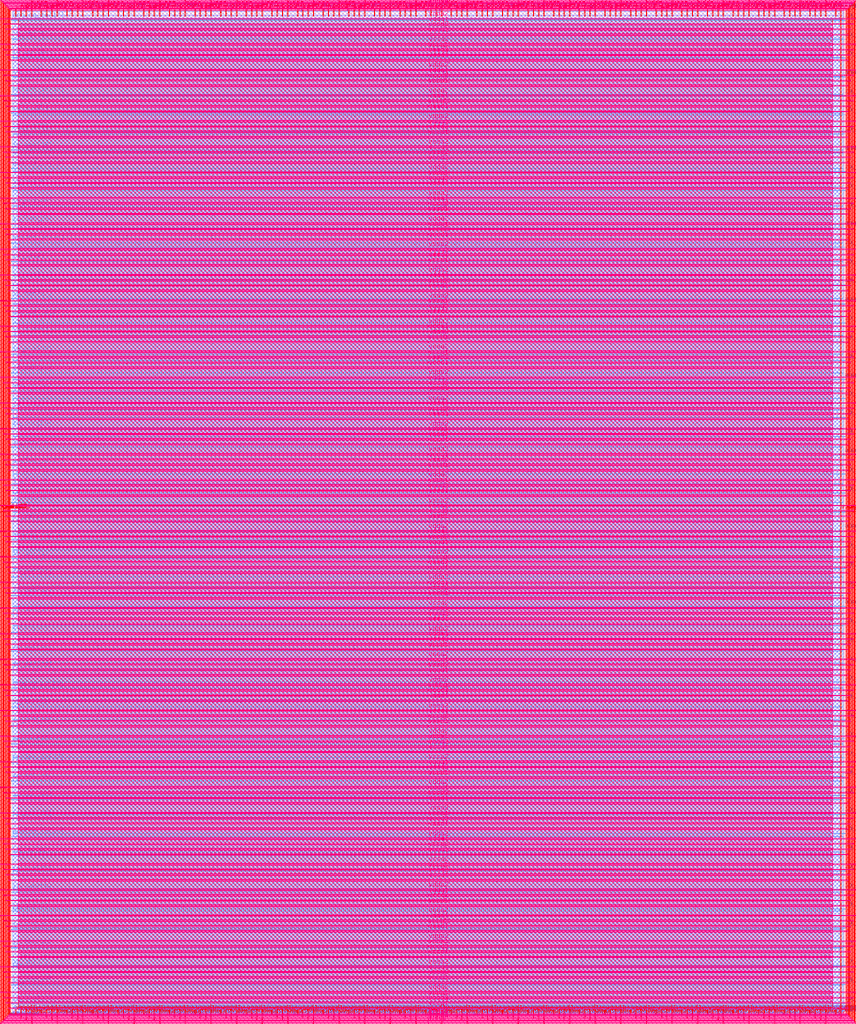
<source format=lef>
VERSION 5.7 ;
  NOWIREEXTENSIONATPIN ON ;
  DIVIDERCHAR "/" ;
  BUSBITCHARS "[]" ;
MACRO user_project_wrapper
  CLASS BLOCK ;
  FOREIGN user_project_wrapper ;
  ORIGIN 0.000 0.000 ;
  SIZE 2920.000 BY 3520.000 ;
  PIN analog_io[0]
    DIRECTION INOUT ;
    USE SIGNAL ;
    PORT
      LAYER met3 ;
        RECT 2917.600 1426.380 2924.800 1427.580 ;
    END
  END analog_io[0]
  PIN analog_io[10]
    DIRECTION INOUT ;
    USE SIGNAL ;
    PORT
      LAYER met2 ;
        RECT 2230.490 3517.600 2231.050 3524.800 ;
    END
  END analog_io[10]
  PIN analog_io[11]
    DIRECTION INOUT ;
    USE SIGNAL ;
    PORT
      LAYER met2 ;
        RECT 1905.730 3517.600 1906.290 3524.800 ;
    END
  END analog_io[11]
  PIN analog_io[12]
    DIRECTION INOUT ;
    USE SIGNAL ;
    PORT
      LAYER met2 ;
        RECT 1581.430 3517.600 1581.990 3524.800 ;
    END
  END analog_io[12]
  PIN analog_io[13]
    DIRECTION INOUT ;
    USE SIGNAL ;
    PORT
      LAYER met2 ;
        RECT 1257.130 3517.600 1257.690 3524.800 ;
    END
  END analog_io[13]
  PIN analog_io[14]
    DIRECTION INOUT ;
    USE SIGNAL ;
    PORT
      LAYER met2 ;
        RECT 932.370 3517.600 932.930 3524.800 ;
    END
  END analog_io[14]
  PIN analog_io[15]
    DIRECTION INOUT ;
    USE SIGNAL ;
    PORT
      LAYER met2 ;
        RECT 608.070 3517.600 608.630 3524.800 ;
    END
  END analog_io[15]
  PIN analog_io[16]
    DIRECTION INOUT ;
    USE SIGNAL ;
    PORT
      LAYER met2 ;
        RECT 283.770 3517.600 284.330 3524.800 ;
    END
  END analog_io[16]
  PIN analog_io[17]
    DIRECTION INOUT ;
    USE SIGNAL ;
    PORT
      LAYER met3 ;
        RECT -4.800 3486.100 2.400 3487.300 ;
    END
  END analog_io[17]
  PIN analog_io[18]
    DIRECTION INOUT ;
    USE SIGNAL ;
    PORT
      LAYER met3 ;
        RECT -4.800 3224.980 2.400 3226.180 ;
    END
  END analog_io[18]
  PIN analog_io[19]
    DIRECTION INOUT ;
    USE SIGNAL ;
    PORT
      LAYER met3 ;
        RECT -4.800 2964.540 2.400 2965.740 ;
    END
  END analog_io[19]
  PIN analog_io[1]
    DIRECTION INOUT ;
    USE SIGNAL ;
    PORT
      LAYER met3 ;
        RECT 2917.600 1692.260 2924.800 1693.460 ;
    END
  END analog_io[1]
  PIN analog_io[20]
    DIRECTION INOUT ;
    USE SIGNAL ;
    PORT
      LAYER met3 ;
        RECT -4.800 2703.420 2.400 2704.620 ;
    END
  END analog_io[20]
  PIN analog_io[21]
    DIRECTION INOUT ;
    USE SIGNAL ;
    PORT
      LAYER met3 ;
        RECT -4.800 2442.980 2.400 2444.180 ;
    END
  END analog_io[21]
  PIN analog_io[22]
    DIRECTION INOUT ;
    USE SIGNAL ;
    PORT
      LAYER met3 ;
        RECT -4.800 2182.540 2.400 2183.740 ;
    END
  END analog_io[22]
  PIN analog_io[23]
    DIRECTION INOUT ;
    USE SIGNAL ;
    PORT
      LAYER met3 ;
        RECT -4.800 1921.420 2.400 1922.620 ;
    END
  END analog_io[23]
  PIN analog_io[24]
    DIRECTION INOUT ;
    USE SIGNAL ;
    PORT
      LAYER met3 ;
        RECT -4.800 1660.980 2.400 1662.180 ;
    END
  END analog_io[24]
  PIN analog_io[25]
    DIRECTION INOUT ;
    USE SIGNAL ;
    PORT
      LAYER met3 ;
        RECT -4.800 1399.860 2.400 1401.060 ;
    END
  END analog_io[25]
  PIN analog_io[26]
    DIRECTION INOUT ;
    USE SIGNAL ;
    PORT
      LAYER met3 ;
        RECT -4.800 1139.420 2.400 1140.620 ;
    END
  END analog_io[26]
  PIN analog_io[27]
    DIRECTION INOUT ;
    USE SIGNAL ;
    PORT
      LAYER met3 ;
        RECT -4.800 878.980 2.400 880.180 ;
    END
  END analog_io[27]
  PIN analog_io[28]
    DIRECTION INOUT ;
    USE SIGNAL ;
    PORT
      LAYER met3 ;
        RECT -4.800 617.860 2.400 619.060 ;
    END
  END analog_io[28]
  PIN analog_io[2]
    DIRECTION INOUT ;
    USE SIGNAL ;
    PORT
      LAYER met3 ;
        RECT 2917.600 1958.140 2924.800 1959.340 ;
    END
  END analog_io[2]
  PIN analog_io[3]
    DIRECTION INOUT ;
    USE SIGNAL ;
    PORT
      LAYER met3 ;
        RECT 2917.600 2223.340 2924.800 2224.540 ;
    END
  END analog_io[3]
  PIN analog_io[4]
    DIRECTION INOUT ;
    USE SIGNAL ;
    PORT
      LAYER met3 ;
        RECT 2917.600 2489.220 2924.800 2490.420 ;
    END
  END analog_io[4]
  PIN analog_io[5]
    DIRECTION INOUT ;
    USE SIGNAL ;
    PORT
      LAYER met3 ;
        RECT 2917.600 2755.100 2924.800 2756.300 ;
    END
  END analog_io[5]
  PIN analog_io[6]
    DIRECTION INOUT ;
    USE SIGNAL ;
    PORT
      LAYER met3 ;
        RECT 2917.600 3020.300 2924.800 3021.500 ;
    END
  END analog_io[6]
  PIN analog_io[7]
    DIRECTION INOUT ;
    USE SIGNAL ;
    PORT
      LAYER met3 ;
        RECT 2917.600 3286.180 2924.800 3287.380 ;
    END
  END analog_io[7]
  PIN analog_io[8]
    DIRECTION INOUT ;
    USE SIGNAL ;
    PORT
      LAYER met2 ;
        RECT 2879.090 3517.600 2879.650 3524.800 ;
    END
  END analog_io[8]
  PIN analog_io[9]
    DIRECTION INOUT ;
    USE SIGNAL ;
    PORT
      LAYER met2 ;
        RECT 2554.790 3517.600 2555.350 3524.800 ;
    END
  END analog_io[9]
  PIN io_in[0]
    DIRECTION INPUT ;
    USE SIGNAL ;
    PORT
      LAYER met3 ;
        RECT 2917.600 32.380 2924.800 33.580 ;
    END
  END io_in[0]
  PIN io_in[10]
    DIRECTION INPUT ;
    USE SIGNAL ;
    PORT
      LAYER met3 ;
        RECT 2917.600 2289.980 2924.800 2291.180 ;
    END
  END io_in[10]
  PIN io_in[11]
    DIRECTION INPUT ;
    USE SIGNAL ;
    PORT
      LAYER met3 ;
        RECT 2917.600 2555.860 2924.800 2557.060 ;
    END
  END io_in[11]
  PIN io_in[12]
    DIRECTION INPUT ;
    USE SIGNAL ;
    PORT
      LAYER met3 ;
        RECT 2917.600 2821.060 2924.800 2822.260 ;
    END
  END io_in[12]
  PIN io_in[13]
    DIRECTION INPUT ;
    USE SIGNAL ;
    PORT
      LAYER met3 ;
        RECT 2917.600 3086.940 2924.800 3088.140 ;
    END
  END io_in[13]
  PIN io_in[14]
    DIRECTION INPUT ;
    USE SIGNAL ;
    PORT
      LAYER met3 ;
        RECT 2917.600 3352.820 2924.800 3354.020 ;
    END
  END io_in[14]
  PIN io_in[15]
    DIRECTION INPUT ;
    USE SIGNAL ;
    PORT
      LAYER met2 ;
        RECT 2798.130 3517.600 2798.690 3524.800 ;
    END
  END io_in[15]
  PIN io_in[16]
    DIRECTION INPUT ;
    USE SIGNAL ;
    PORT
      LAYER met2 ;
        RECT 2473.830 3517.600 2474.390 3524.800 ;
    END
  END io_in[16]
  PIN io_in[17]
    DIRECTION INPUT ;
    USE SIGNAL ;
    PORT
      LAYER met2 ;
        RECT 2149.070 3517.600 2149.630 3524.800 ;
    END
  END io_in[17]
  PIN io_in[18]
    DIRECTION INPUT ;
    USE SIGNAL ;
    PORT
      LAYER met2 ;
        RECT 1824.770 3517.600 1825.330 3524.800 ;
    END
  END io_in[18]
  PIN io_in[19]
    DIRECTION INPUT ;
    USE SIGNAL ;
    PORT
      LAYER met2 ;
        RECT 1500.470 3517.600 1501.030 3524.800 ;
    END
  END io_in[19]
  PIN io_in[1]
    DIRECTION INPUT ;
    USE SIGNAL ;
    PORT
      LAYER met3 ;
        RECT 2917.600 230.940 2924.800 232.140 ;
    END
  END io_in[1]
  PIN io_in[20]
    DIRECTION INPUT ;
    USE SIGNAL ;
    PORT
      LAYER met2 ;
        RECT 1175.710 3517.600 1176.270 3524.800 ;
    END
  END io_in[20]
  PIN io_in[21]
    DIRECTION INPUT ;
    USE SIGNAL ;
    PORT
      LAYER met2 ;
        RECT 851.410 3517.600 851.970 3524.800 ;
    END
  END io_in[21]
  PIN io_in[22]
    DIRECTION INPUT ;
    USE SIGNAL ;
    PORT
      LAYER met2 ;
        RECT 527.110 3517.600 527.670 3524.800 ;
    END
  END io_in[22]
  PIN io_in[23]
    DIRECTION INPUT ;
    USE SIGNAL ;
    PORT
      LAYER met2 ;
        RECT 202.350 3517.600 202.910 3524.800 ;
    END
  END io_in[23]
  PIN io_in[24]
    DIRECTION INPUT ;
    USE SIGNAL ;
    PORT
      LAYER met3 ;
        RECT -4.800 3420.820 2.400 3422.020 ;
    END
  END io_in[24]
  PIN io_in[25]
    DIRECTION INPUT ;
    USE SIGNAL ;
    PORT
      LAYER met3 ;
        RECT -4.800 3159.700 2.400 3160.900 ;
    END
  END io_in[25]
  PIN io_in[26]
    DIRECTION INPUT ;
    USE SIGNAL ;
    PORT
      LAYER met3 ;
        RECT -4.800 2899.260 2.400 2900.460 ;
    END
  END io_in[26]
  PIN io_in[27]
    DIRECTION INPUT ;
    USE SIGNAL ;
    PORT
      LAYER met3 ;
        RECT -4.800 2638.820 2.400 2640.020 ;
    END
  END io_in[27]
  PIN io_in[28]
    DIRECTION INPUT ;
    USE SIGNAL ;
    PORT
      LAYER met3 ;
        RECT -4.800 2377.700 2.400 2378.900 ;
    END
  END io_in[28]
  PIN io_in[29]
    DIRECTION INPUT ;
    USE SIGNAL ;
    PORT
      LAYER met3 ;
        RECT -4.800 2117.260 2.400 2118.460 ;
    END
  END io_in[29]
  PIN io_in[2]
    DIRECTION INPUT ;
    USE SIGNAL ;
    PORT
      LAYER met3 ;
        RECT 2917.600 430.180 2924.800 431.380 ;
    END
  END io_in[2]
  PIN io_in[30]
    DIRECTION INPUT ;
    USE SIGNAL ;
    PORT
      LAYER met3 ;
        RECT -4.800 1856.140 2.400 1857.340 ;
    END
  END io_in[30]
  PIN io_in[31]
    DIRECTION INPUT ;
    USE SIGNAL ;
    PORT
      LAYER met3 ;
        RECT -4.800 1595.700 2.400 1596.900 ;
    END
  END io_in[31]
  PIN io_in[32]
    DIRECTION INPUT ;
    USE SIGNAL ;
    PORT
      LAYER met3 ;
        RECT -4.800 1335.260 2.400 1336.460 ;
    END
  END io_in[32]
  PIN io_in[33]
    DIRECTION INPUT ;
    USE SIGNAL ;
    PORT
      LAYER met3 ;
        RECT -4.800 1074.140 2.400 1075.340 ;
    END
  END io_in[33]
  PIN io_in[34]
    DIRECTION INPUT ;
    USE SIGNAL ;
    PORT
      LAYER met3 ;
        RECT -4.800 813.700 2.400 814.900 ;
    END
  END io_in[34]
  PIN io_in[35]
    DIRECTION INPUT ;
    USE SIGNAL ;
    PORT
      LAYER met3 ;
        RECT -4.800 552.580 2.400 553.780 ;
    END
  END io_in[35]
  PIN io_in[36]
    DIRECTION INPUT ;
    USE SIGNAL ;
    PORT
      LAYER met3 ;
        RECT -4.800 357.420 2.400 358.620 ;
    END
  END io_in[36]
  PIN io_in[37]
    DIRECTION INPUT ;
    USE SIGNAL ;
    PORT
      LAYER met3 ;
        RECT -4.800 161.580 2.400 162.780 ;
    END
  END io_in[37]
  PIN io_in[3]
    DIRECTION INPUT ;
    USE SIGNAL ;
    PORT
      LAYER met3 ;
        RECT 2917.600 629.420 2924.800 630.620 ;
    END
  END io_in[3]
  PIN io_in[4]
    DIRECTION INPUT ;
    USE SIGNAL ;
    PORT
      LAYER met3 ;
        RECT 2917.600 828.660 2924.800 829.860 ;
    END
  END io_in[4]
  PIN io_in[5]
    DIRECTION INPUT ;
    USE SIGNAL ;
    PORT
      LAYER met3 ;
        RECT 2917.600 1027.900 2924.800 1029.100 ;
    END
  END io_in[5]
  PIN io_in[6]
    DIRECTION INPUT ;
    USE SIGNAL ;
    PORT
      LAYER met3 ;
        RECT 2917.600 1227.140 2924.800 1228.340 ;
    END
  END io_in[6]
  PIN io_in[7]
    DIRECTION INPUT ;
    USE SIGNAL ;
    PORT
      LAYER met3 ;
        RECT 2917.600 1493.020 2924.800 1494.220 ;
    END
  END io_in[7]
  PIN io_in[8]
    DIRECTION INPUT ;
    USE SIGNAL ;
    PORT
      LAYER met3 ;
        RECT 2917.600 1758.900 2924.800 1760.100 ;
    END
  END io_in[8]
  PIN io_in[9]
    DIRECTION INPUT ;
    USE SIGNAL ;
    PORT
      LAYER met3 ;
        RECT 2917.600 2024.100 2924.800 2025.300 ;
    END
  END io_in[9]
  PIN io_oeb[0]
    DIRECTION OUTPUT TRISTATE ;
    USE SIGNAL ;
    PORT
      LAYER met3 ;
        RECT 2917.600 164.980 2924.800 166.180 ;
    END
  END io_oeb[0]
  PIN io_oeb[10]
    DIRECTION OUTPUT TRISTATE ;
    USE SIGNAL ;
    PORT
      LAYER met3 ;
        RECT 2917.600 2422.580 2924.800 2423.780 ;
    END
  END io_oeb[10]
  PIN io_oeb[11]
    DIRECTION OUTPUT TRISTATE ;
    USE SIGNAL ;
    PORT
      LAYER met3 ;
        RECT 2917.600 2688.460 2924.800 2689.660 ;
    END
  END io_oeb[11]
  PIN io_oeb[12]
    DIRECTION OUTPUT TRISTATE ;
    USE SIGNAL ;
    PORT
      LAYER met3 ;
        RECT 2917.600 2954.340 2924.800 2955.540 ;
    END
  END io_oeb[12]
  PIN io_oeb[13]
    DIRECTION OUTPUT TRISTATE ;
    USE SIGNAL ;
    PORT
      LAYER met3 ;
        RECT 2917.600 3219.540 2924.800 3220.740 ;
    END
  END io_oeb[13]
  PIN io_oeb[14]
    DIRECTION OUTPUT TRISTATE ;
    USE SIGNAL ;
    PORT
      LAYER met3 ;
        RECT 2917.600 3485.420 2924.800 3486.620 ;
    END
  END io_oeb[14]
  PIN io_oeb[15]
    DIRECTION OUTPUT TRISTATE ;
    USE SIGNAL ;
    PORT
      LAYER met2 ;
        RECT 2635.750 3517.600 2636.310 3524.800 ;
    END
  END io_oeb[15]
  PIN io_oeb[16]
    DIRECTION OUTPUT TRISTATE ;
    USE SIGNAL ;
    PORT
      LAYER met2 ;
        RECT 2311.450 3517.600 2312.010 3524.800 ;
    END
  END io_oeb[16]
  PIN io_oeb[17]
    DIRECTION OUTPUT TRISTATE ;
    USE SIGNAL ;
    PORT
      LAYER met2 ;
        RECT 1987.150 3517.600 1987.710 3524.800 ;
    END
  END io_oeb[17]
  PIN io_oeb[18]
    DIRECTION OUTPUT TRISTATE ;
    USE SIGNAL ;
    PORT
      LAYER met2 ;
        RECT 1662.390 3517.600 1662.950 3524.800 ;
    END
  END io_oeb[18]
  PIN io_oeb[19]
    DIRECTION OUTPUT TRISTATE ;
    USE SIGNAL ;
    PORT
      LAYER met2 ;
        RECT 1338.090 3517.600 1338.650 3524.800 ;
    END
  END io_oeb[19]
  PIN io_oeb[1]
    DIRECTION OUTPUT TRISTATE ;
    USE SIGNAL ;
    PORT
      LAYER met3 ;
        RECT 2917.600 364.220 2924.800 365.420 ;
    END
  END io_oeb[1]
  PIN io_oeb[20]
    DIRECTION OUTPUT TRISTATE ;
    USE SIGNAL ;
    PORT
      LAYER met2 ;
        RECT 1013.790 3517.600 1014.350 3524.800 ;
    END
  END io_oeb[20]
  PIN io_oeb[21]
    DIRECTION OUTPUT TRISTATE ;
    USE SIGNAL ;
    PORT
      LAYER met2 ;
        RECT 689.030 3517.600 689.590 3524.800 ;
    END
  END io_oeb[21]
  PIN io_oeb[22]
    DIRECTION OUTPUT TRISTATE ;
    USE SIGNAL ;
    PORT
      LAYER met2 ;
        RECT 364.730 3517.600 365.290 3524.800 ;
    END
  END io_oeb[22]
  PIN io_oeb[23]
    DIRECTION OUTPUT TRISTATE ;
    USE SIGNAL ;
    PORT
      LAYER met2 ;
        RECT 40.430 3517.600 40.990 3524.800 ;
    END
  END io_oeb[23]
  PIN io_oeb[24]
    DIRECTION OUTPUT TRISTATE ;
    USE SIGNAL ;
    PORT
      LAYER met3 ;
        RECT -4.800 3290.260 2.400 3291.460 ;
    END
  END io_oeb[24]
  PIN io_oeb[25]
    DIRECTION OUTPUT TRISTATE ;
    USE SIGNAL ;
    PORT
      LAYER met3 ;
        RECT -4.800 3029.820 2.400 3031.020 ;
    END
  END io_oeb[25]
  PIN io_oeb[26]
    DIRECTION OUTPUT TRISTATE ;
    USE SIGNAL ;
    PORT
      LAYER met3 ;
        RECT -4.800 2768.700 2.400 2769.900 ;
    END
  END io_oeb[26]
  PIN io_oeb[27]
    DIRECTION OUTPUT TRISTATE ;
    USE SIGNAL ;
    PORT
      LAYER met3 ;
        RECT -4.800 2508.260 2.400 2509.460 ;
    END
  END io_oeb[27]
  PIN io_oeb[28]
    DIRECTION OUTPUT TRISTATE ;
    USE SIGNAL ;
    PORT
      LAYER met3 ;
        RECT -4.800 2247.140 2.400 2248.340 ;
    END
  END io_oeb[28]
  PIN io_oeb[29]
    DIRECTION OUTPUT TRISTATE ;
    USE SIGNAL ;
    PORT
      LAYER met3 ;
        RECT -4.800 1986.700 2.400 1987.900 ;
    END
  END io_oeb[29]
  PIN io_oeb[2]
    DIRECTION OUTPUT TRISTATE ;
    USE SIGNAL ;
    PORT
      LAYER met3 ;
        RECT 2917.600 563.460 2924.800 564.660 ;
    END
  END io_oeb[2]
  PIN io_oeb[30]
    DIRECTION OUTPUT TRISTATE ;
    USE SIGNAL ;
    PORT
      LAYER met3 ;
        RECT -4.800 1726.260 2.400 1727.460 ;
    END
  END io_oeb[30]
  PIN io_oeb[31]
    DIRECTION OUTPUT TRISTATE ;
    USE SIGNAL ;
    PORT
      LAYER met3 ;
        RECT -4.800 1465.140 2.400 1466.340 ;
    END
  END io_oeb[31]
  PIN io_oeb[32]
    DIRECTION OUTPUT TRISTATE ;
    USE SIGNAL ;
    PORT
      LAYER met3 ;
        RECT -4.800 1204.700 2.400 1205.900 ;
    END
  END io_oeb[32]
  PIN io_oeb[33]
    DIRECTION OUTPUT TRISTATE ;
    USE SIGNAL ;
    PORT
      LAYER met3 ;
        RECT -4.800 943.580 2.400 944.780 ;
    END
  END io_oeb[33]
  PIN io_oeb[34]
    DIRECTION OUTPUT TRISTATE ;
    USE SIGNAL ;
    PORT
      LAYER met3 ;
        RECT -4.800 683.140 2.400 684.340 ;
    END
  END io_oeb[34]
  PIN io_oeb[35]
    DIRECTION OUTPUT TRISTATE ;
    USE SIGNAL ;
    PORT
      LAYER met3 ;
        RECT -4.800 422.700 2.400 423.900 ;
    END
  END io_oeb[35]
  PIN io_oeb[36]
    DIRECTION OUTPUT TRISTATE ;
    USE SIGNAL ;
    PORT
      LAYER met3 ;
        RECT -4.800 226.860 2.400 228.060 ;
    END
  END io_oeb[36]
  PIN io_oeb[37]
    DIRECTION OUTPUT TRISTATE ;
    USE SIGNAL ;
    PORT
      LAYER met3 ;
        RECT -4.800 31.700 2.400 32.900 ;
    END
  END io_oeb[37]
  PIN io_oeb[3]
    DIRECTION OUTPUT TRISTATE ;
    USE SIGNAL ;
    PORT
      LAYER met3 ;
        RECT 2917.600 762.700 2924.800 763.900 ;
    END
  END io_oeb[3]
  PIN io_oeb[4]
    DIRECTION OUTPUT TRISTATE ;
    USE SIGNAL ;
    PORT
      LAYER met3 ;
        RECT 2917.600 961.940 2924.800 963.140 ;
    END
  END io_oeb[4]
  PIN io_oeb[5]
    DIRECTION OUTPUT TRISTATE ;
    USE SIGNAL ;
    PORT
      LAYER met3 ;
        RECT 2917.600 1161.180 2924.800 1162.380 ;
    END
  END io_oeb[5]
  PIN io_oeb[6]
    DIRECTION OUTPUT TRISTATE ;
    USE SIGNAL ;
    PORT
      LAYER met3 ;
        RECT 2917.600 1360.420 2924.800 1361.620 ;
    END
  END io_oeb[6]
  PIN io_oeb[7]
    DIRECTION OUTPUT TRISTATE ;
    USE SIGNAL ;
    PORT
      LAYER met3 ;
        RECT 2917.600 1625.620 2924.800 1626.820 ;
    END
  END io_oeb[7]
  PIN io_oeb[8]
    DIRECTION OUTPUT TRISTATE ;
    USE SIGNAL ;
    PORT
      LAYER met3 ;
        RECT 2917.600 1891.500 2924.800 1892.700 ;
    END
  END io_oeb[8]
  PIN io_oeb[9]
    DIRECTION OUTPUT TRISTATE ;
    USE SIGNAL ;
    PORT
      LAYER met3 ;
        RECT 2917.600 2157.380 2924.800 2158.580 ;
    END
  END io_oeb[9]
  PIN io_out[0]
    DIRECTION OUTPUT TRISTATE ;
    USE SIGNAL ;
    PORT
      LAYER met3 ;
        RECT 2917.600 98.340 2924.800 99.540 ;
    END
  END io_out[0]
  PIN io_out[10]
    DIRECTION OUTPUT TRISTATE ;
    USE SIGNAL ;
    PORT
      LAYER met3 ;
        RECT 2917.600 2356.620 2924.800 2357.820 ;
    END
  END io_out[10]
  PIN io_out[11]
    DIRECTION OUTPUT TRISTATE ;
    USE SIGNAL ;
    PORT
      LAYER met3 ;
        RECT 2917.600 2621.820 2924.800 2623.020 ;
    END
  END io_out[11]
  PIN io_out[12]
    DIRECTION OUTPUT TRISTATE ;
    USE SIGNAL ;
    PORT
      LAYER met3 ;
        RECT 2917.600 2887.700 2924.800 2888.900 ;
    END
  END io_out[12]
  PIN io_out[13]
    DIRECTION OUTPUT TRISTATE ;
    USE SIGNAL ;
    PORT
      LAYER met3 ;
        RECT 2917.600 3153.580 2924.800 3154.780 ;
    END
  END io_out[13]
  PIN io_out[14]
    DIRECTION OUTPUT TRISTATE ;
    USE SIGNAL ;
    PORT
      LAYER met3 ;
        RECT 2917.600 3418.780 2924.800 3419.980 ;
    END
  END io_out[14]
  PIN io_out[15]
    DIRECTION OUTPUT TRISTATE ;
    USE SIGNAL ;
    PORT
      LAYER met2 ;
        RECT 2717.170 3517.600 2717.730 3524.800 ;
    END
  END io_out[15]
  PIN io_out[16]
    DIRECTION OUTPUT TRISTATE ;
    USE SIGNAL ;
    PORT
      LAYER met2 ;
        RECT 2392.410 3517.600 2392.970 3524.800 ;
    END
  END io_out[16]
  PIN io_out[17]
    DIRECTION OUTPUT TRISTATE ;
    USE SIGNAL ;
    PORT
      LAYER met2 ;
        RECT 2068.110 3517.600 2068.670 3524.800 ;
    END
  END io_out[17]
  PIN io_out[18]
    DIRECTION OUTPUT TRISTATE ;
    USE SIGNAL ;
    PORT
      LAYER met2 ;
        RECT 1743.810 3517.600 1744.370 3524.800 ;
    END
  END io_out[18]
  PIN io_out[19]
    DIRECTION OUTPUT TRISTATE ;
    USE SIGNAL ;
    PORT
      LAYER met2 ;
        RECT 1419.050 3517.600 1419.610 3524.800 ;
    END
  END io_out[19]
  PIN io_out[1]
    DIRECTION OUTPUT TRISTATE ;
    USE SIGNAL ;
    PORT
      LAYER met3 ;
        RECT 2917.600 297.580 2924.800 298.780 ;
    END
  END io_out[1]
  PIN io_out[20]
    DIRECTION OUTPUT TRISTATE ;
    USE SIGNAL ;
    PORT
      LAYER met2 ;
        RECT 1094.750 3517.600 1095.310 3524.800 ;
    END
  END io_out[20]
  PIN io_out[21]
    DIRECTION OUTPUT TRISTATE ;
    USE SIGNAL ;
    PORT
      LAYER met2 ;
        RECT 770.450 3517.600 771.010 3524.800 ;
    END
  END io_out[21]
  PIN io_out[22]
    DIRECTION OUTPUT TRISTATE ;
    USE SIGNAL ;
    PORT
      LAYER met2 ;
        RECT 445.690 3517.600 446.250 3524.800 ;
    END
  END io_out[22]
  PIN io_out[23]
    DIRECTION OUTPUT TRISTATE ;
    USE SIGNAL ;
    PORT
      LAYER met2 ;
        RECT 121.390 3517.600 121.950 3524.800 ;
    END
  END io_out[23]
  PIN io_out[24]
    DIRECTION OUTPUT TRISTATE ;
    USE SIGNAL ;
    PORT
      LAYER met3 ;
        RECT -4.800 3355.540 2.400 3356.740 ;
    END
  END io_out[24]
  PIN io_out[25]
    DIRECTION OUTPUT TRISTATE ;
    USE SIGNAL ;
    PORT
      LAYER met3 ;
        RECT -4.800 3095.100 2.400 3096.300 ;
    END
  END io_out[25]
  PIN io_out[26]
    DIRECTION OUTPUT TRISTATE ;
    USE SIGNAL ;
    PORT
      LAYER met3 ;
        RECT -4.800 2833.980 2.400 2835.180 ;
    END
  END io_out[26]
  PIN io_out[27]
    DIRECTION OUTPUT TRISTATE ;
    USE SIGNAL ;
    PORT
      LAYER met3 ;
        RECT -4.800 2573.540 2.400 2574.740 ;
    END
  END io_out[27]
  PIN io_out[28]
    DIRECTION OUTPUT TRISTATE ;
    USE SIGNAL ;
    PORT
      LAYER met3 ;
        RECT -4.800 2312.420 2.400 2313.620 ;
    END
  END io_out[28]
  PIN io_out[29]
    DIRECTION OUTPUT TRISTATE ;
    USE SIGNAL ;
    PORT
      LAYER met3 ;
        RECT -4.800 2051.980 2.400 2053.180 ;
    END
  END io_out[29]
  PIN io_out[2]
    DIRECTION OUTPUT TRISTATE ;
    USE SIGNAL ;
    PORT
      LAYER met3 ;
        RECT 2917.600 496.820 2924.800 498.020 ;
    END
  END io_out[2]
  PIN io_out[30]
    DIRECTION OUTPUT TRISTATE ;
    USE SIGNAL ;
    PORT
      LAYER met3 ;
        RECT -4.800 1791.540 2.400 1792.740 ;
    END
  END io_out[30]
  PIN io_out[31]
    DIRECTION OUTPUT TRISTATE ;
    USE SIGNAL ;
    PORT
      LAYER met3 ;
        RECT -4.800 1530.420 2.400 1531.620 ;
    END
  END io_out[31]
  PIN io_out[32]
    DIRECTION OUTPUT TRISTATE ;
    USE SIGNAL ;
    PORT
      LAYER met3 ;
        RECT -4.800 1269.980 2.400 1271.180 ;
    END
  END io_out[32]
  PIN io_out[33]
    DIRECTION OUTPUT TRISTATE ;
    USE SIGNAL ;
    PORT
      LAYER met3 ;
        RECT -4.800 1008.860 2.400 1010.060 ;
    END
  END io_out[33]
  PIN io_out[34]
    DIRECTION OUTPUT TRISTATE ;
    USE SIGNAL ;
    PORT
      LAYER met3 ;
        RECT -4.800 748.420 2.400 749.620 ;
    END
  END io_out[34]
  PIN io_out[35]
    DIRECTION OUTPUT TRISTATE ;
    USE SIGNAL ;
    PORT
      LAYER met3 ;
        RECT -4.800 487.300 2.400 488.500 ;
    END
  END io_out[35]
  PIN io_out[36]
    DIRECTION OUTPUT TRISTATE ;
    USE SIGNAL ;
    PORT
      LAYER met3 ;
        RECT -4.800 292.140 2.400 293.340 ;
    END
  END io_out[36]
  PIN io_out[37]
    DIRECTION OUTPUT TRISTATE ;
    USE SIGNAL ;
    PORT
      LAYER met3 ;
        RECT -4.800 96.300 2.400 97.500 ;
    END
  END io_out[37]
  PIN io_out[3]
    DIRECTION OUTPUT TRISTATE ;
    USE SIGNAL ;
    PORT
      LAYER met3 ;
        RECT 2917.600 696.060 2924.800 697.260 ;
    END
  END io_out[3]
  PIN io_out[4]
    DIRECTION OUTPUT TRISTATE ;
    USE SIGNAL ;
    PORT
      LAYER met3 ;
        RECT 2917.600 895.300 2924.800 896.500 ;
    END
  END io_out[4]
  PIN io_out[5]
    DIRECTION OUTPUT TRISTATE ;
    USE SIGNAL ;
    PORT
      LAYER met3 ;
        RECT 2917.600 1094.540 2924.800 1095.740 ;
    END
  END io_out[5]
  PIN io_out[6]
    DIRECTION OUTPUT TRISTATE ;
    USE SIGNAL ;
    PORT
      LAYER met3 ;
        RECT 2917.600 1293.780 2924.800 1294.980 ;
    END
  END io_out[6]
  PIN io_out[7]
    DIRECTION OUTPUT TRISTATE ;
    USE SIGNAL ;
    PORT
      LAYER met3 ;
        RECT 2917.600 1559.660 2924.800 1560.860 ;
    END
  END io_out[7]
  PIN io_out[8]
    DIRECTION OUTPUT TRISTATE ;
    USE SIGNAL ;
    PORT
      LAYER met3 ;
        RECT 2917.600 1824.860 2924.800 1826.060 ;
    END
  END io_out[8]
  PIN io_out[9]
    DIRECTION OUTPUT TRISTATE ;
    USE SIGNAL ;
    PORT
      LAYER met3 ;
        RECT 2917.600 2090.740 2924.800 2091.940 ;
    END
  END io_out[9]
  PIN la_data_in[0]
    DIRECTION INPUT ;
    USE SIGNAL ;
    PORT
      LAYER met2 ;
        RECT 629.230 -4.800 629.790 2.400 ;
    END
  END la_data_in[0]
  PIN la_data_in[100]
    DIRECTION INPUT ;
    USE SIGNAL ;
    PORT
      LAYER met2 ;
        RECT 2402.530 -4.800 2403.090 2.400 ;
    END
  END la_data_in[100]
  PIN la_data_in[101]
    DIRECTION INPUT ;
    USE SIGNAL ;
    PORT
      LAYER met2 ;
        RECT 2420.010 -4.800 2420.570 2.400 ;
    END
  END la_data_in[101]
  PIN la_data_in[102]
    DIRECTION INPUT ;
    USE SIGNAL ;
    PORT
      LAYER met2 ;
        RECT 2437.950 -4.800 2438.510 2.400 ;
    END
  END la_data_in[102]
  PIN la_data_in[103]
    DIRECTION INPUT ;
    USE SIGNAL ;
    PORT
      LAYER met2 ;
        RECT 2455.430 -4.800 2455.990 2.400 ;
    END
  END la_data_in[103]
  PIN la_data_in[104]
    DIRECTION INPUT ;
    USE SIGNAL ;
    PORT
      LAYER met2 ;
        RECT 2473.370 -4.800 2473.930 2.400 ;
    END
  END la_data_in[104]
  PIN la_data_in[105]
    DIRECTION INPUT ;
    USE SIGNAL ;
    PORT
      LAYER met2 ;
        RECT 2490.850 -4.800 2491.410 2.400 ;
    END
  END la_data_in[105]
  PIN la_data_in[106]
    DIRECTION INPUT ;
    USE SIGNAL ;
    PORT
      LAYER met2 ;
        RECT 2508.790 -4.800 2509.350 2.400 ;
    END
  END la_data_in[106]
  PIN la_data_in[107]
    DIRECTION INPUT ;
    USE SIGNAL ;
    PORT
      LAYER met2 ;
        RECT 2526.730 -4.800 2527.290 2.400 ;
    END
  END la_data_in[107]
  PIN la_data_in[108]
    DIRECTION INPUT ;
    USE SIGNAL ;
    PORT
      LAYER met2 ;
        RECT 2544.210 -4.800 2544.770 2.400 ;
    END
  END la_data_in[108]
  PIN la_data_in[109]
    DIRECTION INPUT ;
    USE SIGNAL ;
    PORT
      LAYER met2 ;
        RECT 2562.150 -4.800 2562.710 2.400 ;
    END
  END la_data_in[109]
  PIN la_data_in[10]
    DIRECTION INPUT ;
    USE SIGNAL ;
    PORT
      LAYER met2 ;
        RECT 806.330 -4.800 806.890 2.400 ;
    END
  END la_data_in[10]
  PIN la_data_in[110]
    DIRECTION INPUT ;
    USE SIGNAL ;
    PORT
      LAYER met2 ;
        RECT 2579.630 -4.800 2580.190 2.400 ;
    END
  END la_data_in[110]
  PIN la_data_in[111]
    DIRECTION INPUT ;
    USE SIGNAL ;
    PORT
      LAYER met2 ;
        RECT 2597.570 -4.800 2598.130 2.400 ;
    END
  END la_data_in[111]
  PIN la_data_in[112]
    DIRECTION INPUT ;
    USE SIGNAL ;
    PORT
      LAYER met2 ;
        RECT 2615.050 -4.800 2615.610 2.400 ;
    END
  END la_data_in[112]
  PIN la_data_in[113]
    DIRECTION INPUT ;
    USE SIGNAL ;
    PORT
      LAYER met2 ;
        RECT 2632.990 -4.800 2633.550 2.400 ;
    END
  END la_data_in[113]
  PIN la_data_in[114]
    DIRECTION INPUT ;
    USE SIGNAL ;
    PORT
      LAYER met2 ;
        RECT 2650.470 -4.800 2651.030 2.400 ;
    END
  END la_data_in[114]
  PIN la_data_in[115]
    DIRECTION INPUT ;
    USE SIGNAL ;
    PORT
      LAYER met2 ;
        RECT 2668.410 -4.800 2668.970 2.400 ;
    END
  END la_data_in[115]
  PIN la_data_in[116]
    DIRECTION INPUT ;
    USE SIGNAL ;
    PORT
      LAYER met2 ;
        RECT 2685.890 -4.800 2686.450 2.400 ;
    END
  END la_data_in[116]
  PIN la_data_in[117]
    DIRECTION INPUT ;
    USE SIGNAL ;
    PORT
      LAYER met2 ;
        RECT 2703.830 -4.800 2704.390 2.400 ;
    END
  END la_data_in[117]
  PIN la_data_in[118]
    DIRECTION INPUT ;
    USE SIGNAL ;
    PORT
      LAYER met2 ;
        RECT 2721.770 -4.800 2722.330 2.400 ;
    END
  END la_data_in[118]
  PIN la_data_in[119]
    DIRECTION INPUT ;
    USE SIGNAL ;
    PORT
      LAYER met2 ;
        RECT 2739.250 -4.800 2739.810 2.400 ;
    END
  END la_data_in[119]
  PIN la_data_in[11]
    DIRECTION INPUT ;
    USE SIGNAL ;
    PORT
      LAYER met2 ;
        RECT 824.270 -4.800 824.830 2.400 ;
    END
  END la_data_in[11]
  PIN la_data_in[120]
    DIRECTION INPUT ;
    USE SIGNAL ;
    PORT
      LAYER met2 ;
        RECT 2757.190 -4.800 2757.750 2.400 ;
    END
  END la_data_in[120]
  PIN la_data_in[121]
    DIRECTION INPUT ;
    USE SIGNAL ;
    PORT
      LAYER met2 ;
        RECT 2774.670 -4.800 2775.230 2.400 ;
    END
  END la_data_in[121]
  PIN la_data_in[122]
    DIRECTION INPUT ;
    USE SIGNAL ;
    PORT
      LAYER met2 ;
        RECT 2792.610 -4.800 2793.170 2.400 ;
    END
  END la_data_in[122]
  PIN la_data_in[123]
    DIRECTION INPUT ;
    USE SIGNAL ;
    PORT
      LAYER met2 ;
        RECT 2810.090 -4.800 2810.650 2.400 ;
    END
  END la_data_in[123]
  PIN la_data_in[124]
    DIRECTION INPUT ;
    USE SIGNAL ;
    PORT
      LAYER met2 ;
        RECT 2828.030 -4.800 2828.590 2.400 ;
    END
  END la_data_in[124]
  PIN la_data_in[125]
    DIRECTION INPUT ;
    USE SIGNAL ;
    PORT
      LAYER met2 ;
        RECT 2845.510 -4.800 2846.070 2.400 ;
    END
  END la_data_in[125]
  PIN la_data_in[126]
    DIRECTION INPUT ;
    USE SIGNAL ;
    PORT
      LAYER met2 ;
        RECT 2863.450 -4.800 2864.010 2.400 ;
    END
  END la_data_in[126]
  PIN la_data_in[127]
    DIRECTION INPUT ;
    USE SIGNAL ;
    PORT
      LAYER met2 ;
        RECT 2881.390 -4.800 2881.950 2.400 ;
    END
  END la_data_in[127]
  PIN la_data_in[12]
    DIRECTION INPUT ;
    USE SIGNAL ;
    PORT
      LAYER met2 ;
        RECT 841.750 -4.800 842.310 2.400 ;
    END
  END la_data_in[12]
  PIN la_data_in[13]
    DIRECTION INPUT ;
    USE SIGNAL ;
    PORT
      LAYER met2 ;
        RECT 859.690 -4.800 860.250 2.400 ;
    END
  END la_data_in[13]
  PIN la_data_in[14]
    DIRECTION INPUT ;
    USE SIGNAL ;
    PORT
      LAYER met2 ;
        RECT 877.170 -4.800 877.730 2.400 ;
    END
  END la_data_in[14]
  PIN la_data_in[15]
    DIRECTION INPUT ;
    USE SIGNAL ;
    PORT
      LAYER met2 ;
        RECT 895.110 -4.800 895.670 2.400 ;
    END
  END la_data_in[15]
  PIN la_data_in[16]
    DIRECTION INPUT ;
    USE SIGNAL ;
    PORT
      LAYER met2 ;
        RECT 912.590 -4.800 913.150 2.400 ;
    END
  END la_data_in[16]
  PIN la_data_in[17]
    DIRECTION INPUT ;
    USE SIGNAL ;
    PORT
      LAYER met2 ;
        RECT 930.530 -4.800 931.090 2.400 ;
    END
  END la_data_in[17]
  PIN la_data_in[18]
    DIRECTION INPUT ;
    USE SIGNAL ;
    PORT
      LAYER met2 ;
        RECT 948.470 -4.800 949.030 2.400 ;
    END
  END la_data_in[18]
  PIN la_data_in[19]
    DIRECTION INPUT ;
    USE SIGNAL ;
    PORT
      LAYER met2 ;
        RECT 965.950 -4.800 966.510 2.400 ;
    END
  END la_data_in[19]
  PIN la_data_in[1]
    DIRECTION INPUT ;
    USE SIGNAL ;
    PORT
      LAYER met2 ;
        RECT 646.710 -4.800 647.270 2.400 ;
    END
  END la_data_in[1]
  PIN la_data_in[20]
    DIRECTION INPUT ;
    USE SIGNAL ;
    PORT
      LAYER met2 ;
        RECT 983.890 -4.800 984.450 2.400 ;
    END
  END la_data_in[20]
  PIN la_data_in[21]
    DIRECTION INPUT ;
    USE SIGNAL ;
    PORT
      LAYER met2 ;
        RECT 1001.370 -4.800 1001.930 2.400 ;
    END
  END la_data_in[21]
  PIN la_data_in[22]
    DIRECTION INPUT ;
    USE SIGNAL ;
    PORT
      LAYER met2 ;
        RECT 1019.310 -4.800 1019.870 2.400 ;
    END
  END la_data_in[22]
  PIN la_data_in[23]
    DIRECTION INPUT ;
    USE SIGNAL ;
    PORT
      LAYER met2 ;
        RECT 1036.790 -4.800 1037.350 2.400 ;
    END
  END la_data_in[23]
  PIN la_data_in[24]
    DIRECTION INPUT ;
    USE SIGNAL ;
    PORT
      LAYER met2 ;
        RECT 1054.730 -4.800 1055.290 2.400 ;
    END
  END la_data_in[24]
  PIN la_data_in[25]
    DIRECTION INPUT ;
    USE SIGNAL ;
    PORT
      LAYER met2 ;
        RECT 1072.210 -4.800 1072.770 2.400 ;
    END
  END la_data_in[25]
  PIN la_data_in[26]
    DIRECTION INPUT ;
    USE SIGNAL ;
    PORT
      LAYER met2 ;
        RECT 1090.150 -4.800 1090.710 2.400 ;
    END
  END la_data_in[26]
  PIN la_data_in[27]
    DIRECTION INPUT ;
    USE SIGNAL ;
    PORT
      LAYER met2 ;
        RECT 1107.630 -4.800 1108.190 2.400 ;
    END
  END la_data_in[27]
  PIN la_data_in[28]
    DIRECTION INPUT ;
    USE SIGNAL ;
    PORT
      LAYER met2 ;
        RECT 1125.570 -4.800 1126.130 2.400 ;
    END
  END la_data_in[28]
  PIN la_data_in[29]
    DIRECTION INPUT ;
    USE SIGNAL ;
    PORT
      LAYER met2 ;
        RECT 1143.510 -4.800 1144.070 2.400 ;
    END
  END la_data_in[29]
  PIN la_data_in[2]
    DIRECTION INPUT ;
    USE SIGNAL ;
    PORT
      LAYER met2 ;
        RECT 664.650 -4.800 665.210 2.400 ;
    END
  END la_data_in[2]
  PIN la_data_in[30]
    DIRECTION INPUT ;
    USE SIGNAL ;
    PORT
      LAYER met2 ;
        RECT 1160.990 -4.800 1161.550 2.400 ;
    END
  END la_data_in[30]
  PIN la_data_in[31]
    DIRECTION INPUT ;
    USE SIGNAL ;
    PORT
      LAYER met2 ;
        RECT 1178.930 -4.800 1179.490 2.400 ;
    END
  END la_data_in[31]
  PIN la_data_in[32]
    DIRECTION INPUT ;
    USE SIGNAL ;
    PORT
      LAYER met2 ;
        RECT 1196.410 -4.800 1196.970 2.400 ;
    END
  END la_data_in[32]
  PIN la_data_in[33]
    DIRECTION INPUT ;
    USE SIGNAL ;
    PORT
      LAYER met2 ;
        RECT 1214.350 -4.800 1214.910 2.400 ;
    END
  END la_data_in[33]
  PIN la_data_in[34]
    DIRECTION INPUT ;
    USE SIGNAL ;
    PORT
      LAYER met2 ;
        RECT 1231.830 -4.800 1232.390 2.400 ;
    END
  END la_data_in[34]
  PIN la_data_in[35]
    DIRECTION INPUT ;
    USE SIGNAL ;
    PORT
      LAYER met2 ;
        RECT 1249.770 -4.800 1250.330 2.400 ;
    END
  END la_data_in[35]
  PIN la_data_in[36]
    DIRECTION INPUT ;
    USE SIGNAL ;
    PORT
      LAYER met2 ;
        RECT 1267.250 -4.800 1267.810 2.400 ;
    END
  END la_data_in[36]
  PIN la_data_in[37]
    DIRECTION INPUT ;
    USE SIGNAL ;
    PORT
      LAYER met2 ;
        RECT 1285.190 -4.800 1285.750 2.400 ;
    END
  END la_data_in[37]
  PIN la_data_in[38]
    DIRECTION INPUT ;
    USE SIGNAL ;
    PORT
      LAYER met2 ;
        RECT 1303.130 -4.800 1303.690 2.400 ;
    END
  END la_data_in[38]
  PIN la_data_in[39]
    DIRECTION INPUT ;
    USE SIGNAL ;
    PORT
      LAYER met2 ;
        RECT 1320.610 -4.800 1321.170 2.400 ;
    END
  END la_data_in[39]
  PIN la_data_in[3]
    DIRECTION INPUT ;
    USE SIGNAL ;
    PORT
      LAYER met2 ;
        RECT 682.130 -4.800 682.690 2.400 ;
    END
  END la_data_in[3]
  PIN la_data_in[40]
    DIRECTION INPUT ;
    USE SIGNAL ;
    PORT
      LAYER met2 ;
        RECT 1338.550 -4.800 1339.110 2.400 ;
    END
  END la_data_in[40]
  PIN la_data_in[41]
    DIRECTION INPUT ;
    USE SIGNAL ;
    PORT
      LAYER met2 ;
        RECT 1356.030 -4.800 1356.590 2.400 ;
    END
  END la_data_in[41]
  PIN la_data_in[42]
    DIRECTION INPUT ;
    USE SIGNAL ;
    PORT
      LAYER met2 ;
        RECT 1373.970 -4.800 1374.530 2.400 ;
    END
  END la_data_in[42]
  PIN la_data_in[43]
    DIRECTION INPUT ;
    USE SIGNAL ;
    PORT
      LAYER met2 ;
        RECT 1391.450 -4.800 1392.010 2.400 ;
    END
  END la_data_in[43]
  PIN la_data_in[44]
    DIRECTION INPUT ;
    USE SIGNAL ;
    PORT
      LAYER met2 ;
        RECT 1409.390 -4.800 1409.950 2.400 ;
    END
  END la_data_in[44]
  PIN la_data_in[45]
    DIRECTION INPUT ;
    USE SIGNAL ;
    PORT
      LAYER met2 ;
        RECT 1426.870 -4.800 1427.430 2.400 ;
    END
  END la_data_in[45]
  PIN la_data_in[46]
    DIRECTION INPUT ;
    USE SIGNAL ;
    PORT
      LAYER met2 ;
        RECT 1444.810 -4.800 1445.370 2.400 ;
    END
  END la_data_in[46]
  PIN la_data_in[47]
    DIRECTION INPUT ;
    USE SIGNAL ;
    PORT
      LAYER met2 ;
        RECT 1462.750 -4.800 1463.310 2.400 ;
    END
  END la_data_in[47]
  PIN la_data_in[48]
    DIRECTION INPUT ;
    USE SIGNAL ;
    PORT
      LAYER met2 ;
        RECT 1480.230 -4.800 1480.790 2.400 ;
    END
  END la_data_in[48]
  PIN la_data_in[49]
    DIRECTION INPUT ;
    USE SIGNAL ;
    PORT
      LAYER met2 ;
        RECT 1498.170 -4.800 1498.730 2.400 ;
    END
  END la_data_in[49]
  PIN la_data_in[4]
    DIRECTION INPUT ;
    USE SIGNAL ;
    PORT
      LAYER met2 ;
        RECT 700.070 -4.800 700.630 2.400 ;
    END
  END la_data_in[4]
  PIN la_data_in[50]
    DIRECTION INPUT ;
    USE SIGNAL ;
    PORT
      LAYER met2 ;
        RECT 1515.650 -4.800 1516.210 2.400 ;
    END
  END la_data_in[50]
  PIN la_data_in[51]
    DIRECTION INPUT ;
    USE SIGNAL ;
    PORT
      LAYER met2 ;
        RECT 1533.590 -4.800 1534.150 2.400 ;
    END
  END la_data_in[51]
  PIN la_data_in[52]
    DIRECTION INPUT ;
    USE SIGNAL ;
    PORT
      LAYER met2 ;
        RECT 1551.070 -4.800 1551.630 2.400 ;
    END
  END la_data_in[52]
  PIN la_data_in[53]
    DIRECTION INPUT ;
    USE SIGNAL ;
    PORT
      LAYER met2 ;
        RECT 1569.010 -4.800 1569.570 2.400 ;
    END
  END la_data_in[53]
  PIN la_data_in[54]
    DIRECTION INPUT ;
    USE SIGNAL ;
    PORT
      LAYER met2 ;
        RECT 1586.490 -4.800 1587.050 2.400 ;
    END
  END la_data_in[54]
  PIN la_data_in[55]
    DIRECTION INPUT ;
    USE SIGNAL ;
    PORT
      LAYER met2 ;
        RECT 1604.430 -4.800 1604.990 2.400 ;
    END
  END la_data_in[55]
  PIN la_data_in[56]
    DIRECTION INPUT ;
    USE SIGNAL ;
    PORT
      LAYER met2 ;
        RECT 1621.910 -4.800 1622.470 2.400 ;
    END
  END la_data_in[56]
  PIN la_data_in[57]
    DIRECTION INPUT ;
    USE SIGNAL ;
    PORT
      LAYER met2 ;
        RECT 1639.850 -4.800 1640.410 2.400 ;
    END
  END la_data_in[57]
  PIN la_data_in[58]
    DIRECTION INPUT ;
    USE SIGNAL ;
    PORT
      LAYER met2 ;
        RECT 1657.790 -4.800 1658.350 2.400 ;
    END
  END la_data_in[58]
  PIN la_data_in[59]
    DIRECTION INPUT ;
    USE SIGNAL ;
    PORT
      LAYER met2 ;
        RECT 1675.270 -4.800 1675.830 2.400 ;
    END
  END la_data_in[59]
  PIN la_data_in[5]
    DIRECTION INPUT ;
    USE SIGNAL ;
    PORT
      LAYER met2 ;
        RECT 717.550 -4.800 718.110 2.400 ;
    END
  END la_data_in[5]
  PIN la_data_in[60]
    DIRECTION INPUT ;
    USE SIGNAL ;
    PORT
      LAYER met2 ;
        RECT 1693.210 -4.800 1693.770 2.400 ;
    END
  END la_data_in[60]
  PIN la_data_in[61]
    DIRECTION INPUT ;
    USE SIGNAL ;
    PORT
      LAYER met2 ;
        RECT 1710.690 -4.800 1711.250 2.400 ;
    END
  END la_data_in[61]
  PIN la_data_in[62]
    DIRECTION INPUT ;
    USE SIGNAL ;
    PORT
      LAYER met2 ;
        RECT 1728.630 -4.800 1729.190 2.400 ;
    END
  END la_data_in[62]
  PIN la_data_in[63]
    DIRECTION INPUT ;
    USE SIGNAL ;
    PORT
      LAYER met2 ;
        RECT 1746.110 -4.800 1746.670 2.400 ;
    END
  END la_data_in[63]
  PIN la_data_in[64]
    DIRECTION INPUT ;
    USE SIGNAL ;
    PORT
      LAYER met2 ;
        RECT 1764.050 -4.800 1764.610 2.400 ;
    END
  END la_data_in[64]
  PIN la_data_in[65]
    DIRECTION INPUT ;
    USE SIGNAL ;
    PORT
      LAYER met2 ;
        RECT 1781.530 -4.800 1782.090 2.400 ;
    END
  END la_data_in[65]
  PIN la_data_in[66]
    DIRECTION INPUT ;
    USE SIGNAL ;
    PORT
      LAYER met2 ;
        RECT 1799.470 -4.800 1800.030 2.400 ;
    END
  END la_data_in[66]
  PIN la_data_in[67]
    DIRECTION INPUT ;
    USE SIGNAL ;
    PORT
      LAYER met2 ;
        RECT 1817.410 -4.800 1817.970 2.400 ;
    END
  END la_data_in[67]
  PIN la_data_in[68]
    DIRECTION INPUT ;
    USE SIGNAL ;
    PORT
      LAYER met2 ;
        RECT 1834.890 -4.800 1835.450 2.400 ;
    END
  END la_data_in[68]
  PIN la_data_in[69]
    DIRECTION INPUT ;
    USE SIGNAL ;
    PORT
      LAYER met2 ;
        RECT 1852.830 -4.800 1853.390 2.400 ;
    END
  END la_data_in[69]
  PIN la_data_in[6]
    DIRECTION INPUT ;
    USE SIGNAL ;
    PORT
      LAYER met2 ;
        RECT 735.490 -4.800 736.050 2.400 ;
    END
  END la_data_in[6]
  PIN la_data_in[70]
    DIRECTION INPUT ;
    USE SIGNAL ;
    PORT
      LAYER met2 ;
        RECT 1870.310 -4.800 1870.870 2.400 ;
    END
  END la_data_in[70]
  PIN la_data_in[71]
    DIRECTION INPUT ;
    USE SIGNAL ;
    PORT
      LAYER met2 ;
        RECT 1888.250 -4.800 1888.810 2.400 ;
    END
  END la_data_in[71]
  PIN la_data_in[72]
    DIRECTION INPUT ;
    USE SIGNAL ;
    PORT
      LAYER met2 ;
        RECT 1905.730 -4.800 1906.290 2.400 ;
    END
  END la_data_in[72]
  PIN la_data_in[73]
    DIRECTION INPUT ;
    USE SIGNAL ;
    PORT
      LAYER met2 ;
        RECT 1923.670 -4.800 1924.230 2.400 ;
    END
  END la_data_in[73]
  PIN la_data_in[74]
    DIRECTION INPUT ;
    USE SIGNAL ;
    PORT
      LAYER met2 ;
        RECT 1941.150 -4.800 1941.710 2.400 ;
    END
  END la_data_in[74]
  PIN la_data_in[75]
    DIRECTION INPUT ;
    USE SIGNAL ;
    PORT
      LAYER met2 ;
        RECT 1959.090 -4.800 1959.650 2.400 ;
    END
  END la_data_in[75]
  PIN la_data_in[76]
    DIRECTION INPUT ;
    USE SIGNAL ;
    PORT
      LAYER met2 ;
        RECT 1976.570 -4.800 1977.130 2.400 ;
    END
  END la_data_in[76]
  PIN la_data_in[77]
    DIRECTION INPUT ;
    USE SIGNAL ;
    PORT
      LAYER met2 ;
        RECT 1994.510 -4.800 1995.070 2.400 ;
    END
  END la_data_in[77]
  PIN la_data_in[78]
    DIRECTION INPUT ;
    USE SIGNAL ;
    PORT
      LAYER met2 ;
        RECT 2012.450 -4.800 2013.010 2.400 ;
    END
  END la_data_in[78]
  PIN la_data_in[79]
    DIRECTION INPUT ;
    USE SIGNAL ;
    PORT
      LAYER met2 ;
        RECT 2029.930 -4.800 2030.490 2.400 ;
    END
  END la_data_in[79]
  PIN la_data_in[7]
    DIRECTION INPUT ;
    USE SIGNAL ;
    PORT
      LAYER met2 ;
        RECT 752.970 -4.800 753.530 2.400 ;
    END
  END la_data_in[7]
  PIN la_data_in[80]
    DIRECTION INPUT ;
    USE SIGNAL ;
    PORT
      LAYER met2 ;
        RECT 2047.870 -4.800 2048.430 2.400 ;
    END
  END la_data_in[80]
  PIN la_data_in[81]
    DIRECTION INPUT ;
    USE SIGNAL ;
    PORT
      LAYER met2 ;
        RECT 2065.350 -4.800 2065.910 2.400 ;
    END
  END la_data_in[81]
  PIN la_data_in[82]
    DIRECTION INPUT ;
    USE SIGNAL ;
    PORT
      LAYER met2 ;
        RECT 2083.290 -4.800 2083.850 2.400 ;
    END
  END la_data_in[82]
  PIN la_data_in[83]
    DIRECTION INPUT ;
    USE SIGNAL ;
    PORT
      LAYER met2 ;
        RECT 2100.770 -4.800 2101.330 2.400 ;
    END
  END la_data_in[83]
  PIN la_data_in[84]
    DIRECTION INPUT ;
    USE SIGNAL ;
    PORT
      LAYER met2 ;
        RECT 2118.710 -4.800 2119.270 2.400 ;
    END
  END la_data_in[84]
  PIN la_data_in[85]
    DIRECTION INPUT ;
    USE SIGNAL ;
    PORT
      LAYER met2 ;
        RECT 2136.190 -4.800 2136.750 2.400 ;
    END
  END la_data_in[85]
  PIN la_data_in[86]
    DIRECTION INPUT ;
    USE SIGNAL ;
    PORT
      LAYER met2 ;
        RECT 2154.130 -4.800 2154.690 2.400 ;
    END
  END la_data_in[86]
  PIN la_data_in[87]
    DIRECTION INPUT ;
    USE SIGNAL ;
    PORT
      LAYER met2 ;
        RECT 2172.070 -4.800 2172.630 2.400 ;
    END
  END la_data_in[87]
  PIN la_data_in[88]
    DIRECTION INPUT ;
    USE SIGNAL ;
    PORT
      LAYER met2 ;
        RECT 2189.550 -4.800 2190.110 2.400 ;
    END
  END la_data_in[88]
  PIN la_data_in[89]
    DIRECTION INPUT ;
    USE SIGNAL ;
    PORT
      LAYER met2 ;
        RECT 2207.490 -4.800 2208.050 2.400 ;
    END
  END la_data_in[89]
  PIN la_data_in[8]
    DIRECTION INPUT ;
    USE SIGNAL ;
    PORT
      LAYER met2 ;
        RECT 770.910 -4.800 771.470 2.400 ;
    END
  END la_data_in[8]
  PIN la_data_in[90]
    DIRECTION INPUT ;
    USE SIGNAL ;
    PORT
      LAYER met2 ;
        RECT 2224.970 -4.800 2225.530 2.400 ;
    END
  END la_data_in[90]
  PIN la_data_in[91]
    DIRECTION INPUT ;
    USE SIGNAL ;
    PORT
      LAYER met2 ;
        RECT 2242.910 -4.800 2243.470 2.400 ;
    END
  END la_data_in[91]
  PIN la_data_in[92]
    DIRECTION INPUT ;
    USE SIGNAL ;
    PORT
      LAYER met2 ;
        RECT 2260.390 -4.800 2260.950 2.400 ;
    END
  END la_data_in[92]
  PIN la_data_in[93]
    DIRECTION INPUT ;
    USE SIGNAL ;
    PORT
      LAYER met2 ;
        RECT 2278.330 -4.800 2278.890 2.400 ;
    END
  END la_data_in[93]
  PIN la_data_in[94]
    DIRECTION INPUT ;
    USE SIGNAL ;
    PORT
      LAYER met2 ;
        RECT 2295.810 -4.800 2296.370 2.400 ;
    END
  END la_data_in[94]
  PIN la_data_in[95]
    DIRECTION INPUT ;
    USE SIGNAL ;
    PORT
      LAYER met2 ;
        RECT 2313.750 -4.800 2314.310 2.400 ;
    END
  END la_data_in[95]
  PIN la_data_in[96]
    DIRECTION INPUT ;
    USE SIGNAL ;
    PORT
      LAYER met2 ;
        RECT 2331.230 -4.800 2331.790 2.400 ;
    END
  END la_data_in[96]
  PIN la_data_in[97]
    DIRECTION INPUT ;
    USE SIGNAL ;
    PORT
      LAYER met2 ;
        RECT 2349.170 -4.800 2349.730 2.400 ;
    END
  END la_data_in[97]
  PIN la_data_in[98]
    DIRECTION INPUT ;
    USE SIGNAL ;
    PORT
      LAYER met2 ;
        RECT 2367.110 -4.800 2367.670 2.400 ;
    END
  END la_data_in[98]
  PIN la_data_in[99]
    DIRECTION INPUT ;
    USE SIGNAL ;
    PORT
      LAYER met2 ;
        RECT 2384.590 -4.800 2385.150 2.400 ;
    END
  END la_data_in[99]
  PIN la_data_in[9]
    DIRECTION INPUT ;
    USE SIGNAL ;
    PORT
      LAYER met2 ;
        RECT 788.850 -4.800 789.410 2.400 ;
    END
  END la_data_in[9]
  PIN la_data_out[0]
    DIRECTION OUTPUT TRISTATE ;
    USE SIGNAL ;
    PORT
      LAYER met2 ;
        RECT 634.750 -4.800 635.310 2.400 ;
    END
  END la_data_out[0]
  PIN la_data_out[100]
    DIRECTION OUTPUT TRISTATE ;
    USE SIGNAL ;
    PORT
      LAYER met2 ;
        RECT 2408.510 -4.800 2409.070 2.400 ;
    END
  END la_data_out[100]
  PIN la_data_out[101]
    DIRECTION OUTPUT TRISTATE ;
    USE SIGNAL ;
    PORT
      LAYER met2 ;
        RECT 2425.990 -4.800 2426.550 2.400 ;
    END
  END la_data_out[101]
  PIN la_data_out[102]
    DIRECTION OUTPUT TRISTATE ;
    USE SIGNAL ;
    PORT
      LAYER met2 ;
        RECT 2443.930 -4.800 2444.490 2.400 ;
    END
  END la_data_out[102]
  PIN la_data_out[103]
    DIRECTION OUTPUT TRISTATE ;
    USE SIGNAL ;
    PORT
      LAYER met2 ;
        RECT 2461.410 -4.800 2461.970 2.400 ;
    END
  END la_data_out[103]
  PIN la_data_out[104]
    DIRECTION OUTPUT TRISTATE ;
    USE SIGNAL ;
    PORT
      LAYER met2 ;
        RECT 2479.350 -4.800 2479.910 2.400 ;
    END
  END la_data_out[104]
  PIN la_data_out[105]
    DIRECTION OUTPUT TRISTATE ;
    USE SIGNAL ;
    PORT
      LAYER met2 ;
        RECT 2496.830 -4.800 2497.390 2.400 ;
    END
  END la_data_out[105]
  PIN la_data_out[106]
    DIRECTION OUTPUT TRISTATE ;
    USE SIGNAL ;
    PORT
      LAYER met2 ;
        RECT 2514.770 -4.800 2515.330 2.400 ;
    END
  END la_data_out[106]
  PIN la_data_out[107]
    DIRECTION OUTPUT TRISTATE ;
    USE SIGNAL ;
    PORT
      LAYER met2 ;
        RECT 2532.250 -4.800 2532.810 2.400 ;
    END
  END la_data_out[107]
  PIN la_data_out[108]
    DIRECTION OUTPUT TRISTATE ;
    USE SIGNAL ;
    PORT
      LAYER met2 ;
        RECT 2550.190 -4.800 2550.750 2.400 ;
    END
  END la_data_out[108]
  PIN la_data_out[109]
    DIRECTION OUTPUT TRISTATE ;
    USE SIGNAL ;
    PORT
      LAYER met2 ;
        RECT 2567.670 -4.800 2568.230 2.400 ;
    END
  END la_data_out[109]
  PIN la_data_out[10]
    DIRECTION OUTPUT TRISTATE ;
    USE SIGNAL ;
    PORT
      LAYER met2 ;
        RECT 812.310 -4.800 812.870 2.400 ;
    END
  END la_data_out[10]
  PIN la_data_out[110]
    DIRECTION OUTPUT TRISTATE ;
    USE SIGNAL ;
    PORT
      LAYER met2 ;
        RECT 2585.610 -4.800 2586.170 2.400 ;
    END
  END la_data_out[110]
  PIN la_data_out[111]
    DIRECTION OUTPUT TRISTATE ;
    USE SIGNAL ;
    PORT
      LAYER met2 ;
        RECT 2603.550 -4.800 2604.110 2.400 ;
    END
  END la_data_out[111]
  PIN la_data_out[112]
    DIRECTION OUTPUT TRISTATE ;
    USE SIGNAL ;
    PORT
      LAYER met2 ;
        RECT 2621.030 -4.800 2621.590 2.400 ;
    END
  END la_data_out[112]
  PIN la_data_out[113]
    DIRECTION OUTPUT TRISTATE ;
    USE SIGNAL ;
    PORT
      LAYER met2 ;
        RECT 2638.970 -4.800 2639.530 2.400 ;
    END
  END la_data_out[113]
  PIN la_data_out[114]
    DIRECTION OUTPUT TRISTATE ;
    USE SIGNAL ;
    PORT
      LAYER met2 ;
        RECT 2656.450 -4.800 2657.010 2.400 ;
    END
  END la_data_out[114]
  PIN la_data_out[115]
    DIRECTION OUTPUT TRISTATE ;
    USE SIGNAL ;
    PORT
      LAYER met2 ;
        RECT 2674.390 -4.800 2674.950 2.400 ;
    END
  END la_data_out[115]
  PIN la_data_out[116]
    DIRECTION OUTPUT TRISTATE ;
    USE SIGNAL ;
    PORT
      LAYER met2 ;
        RECT 2691.870 -4.800 2692.430 2.400 ;
    END
  END la_data_out[116]
  PIN la_data_out[117]
    DIRECTION OUTPUT TRISTATE ;
    USE SIGNAL ;
    PORT
      LAYER met2 ;
        RECT 2709.810 -4.800 2710.370 2.400 ;
    END
  END la_data_out[117]
  PIN la_data_out[118]
    DIRECTION OUTPUT TRISTATE ;
    USE SIGNAL ;
    PORT
      LAYER met2 ;
        RECT 2727.290 -4.800 2727.850 2.400 ;
    END
  END la_data_out[118]
  PIN la_data_out[119]
    DIRECTION OUTPUT TRISTATE ;
    USE SIGNAL ;
    PORT
      LAYER met2 ;
        RECT 2745.230 -4.800 2745.790 2.400 ;
    END
  END la_data_out[119]
  PIN la_data_out[11]
    DIRECTION OUTPUT TRISTATE ;
    USE SIGNAL ;
    PORT
      LAYER met2 ;
        RECT 830.250 -4.800 830.810 2.400 ;
    END
  END la_data_out[11]
  PIN la_data_out[120]
    DIRECTION OUTPUT TRISTATE ;
    USE SIGNAL ;
    PORT
      LAYER met2 ;
        RECT 2763.170 -4.800 2763.730 2.400 ;
    END
  END la_data_out[120]
  PIN la_data_out[121]
    DIRECTION OUTPUT TRISTATE ;
    USE SIGNAL ;
    PORT
      LAYER met2 ;
        RECT 2780.650 -4.800 2781.210 2.400 ;
    END
  END la_data_out[121]
  PIN la_data_out[122]
    DIRECTION OUTPUT TRISTATE ;
    USE SIGNAL ;
    PORT
      LAYER met2 ;
        RECT 2798.590 -4.800 2799.150 2.400 ;
    END
  END la_data_out[122]
  PIN la_data_out[123]
    DIRECTION OUTPUT TRISTATE ;
    USE SIGNAL ;
    PORT
      LAYER met2 ;
        RECT 2816.070 -4.800 2816.630 2.400 ;
    END
  END la_data_out[123]
  PIN la_data_out[124]
    DIRECTION OUTPUT TRISTATE ;
    USE SIGNAL ;
    PORT
      LAYER met2 ;
        RECT 2834.010 -4.800 2834.570 2.400 ;
    END
  END la_data_out[124]
  PIN la_data_out[125]
    DIRECTION OUTPUT TRISTATE ;
    USE SIGNAL ;
    PORT
      LAYER met2 ;
        RECT 2851.490 -4.800 2852.050 2.400 ;
    END
  END la_data_out[125]
  PIN la_data_out[126]
    DIRECTION OUTPUT TRISTATE ;
    USE SIGNAL ;
    PORT
      LAYER met2 ;
        RECT 2869.430 -4.800 2869.990 2.400 ;
    END
  END la_data_out[126]
  PIN la_data_out[127]
    DIRECTION OUTPUT TRISTATE ;
    USE SIGNAL ;
    PORT
      LAYER met2 ;
        RECT 2886.910 -4.800 2887.470 2.400 ;
    END
  END la_data_out[127]
  PIN la_data_out[12]
    DIRECTION OUTPUT TRISTATE ;
    USE SIGNAL ;
    PORT
      LAYER met2 ;
        RECT 847.730 -4.800 848.290 2.400 ;
    END
  END la_data_out[12]
  PIN la_data_out[13]
    DIRECTION OUTPUT TRISTATE ;
    USE SIGNAL ;
    PORT
      LAYER met2 ;
        RECT 865.670 -4.800 866.230 2.400 ;
    END
  END la_data_out[13]
  PIN la_data_out[14]
    DIRECTION OUTPUT TRISTATE ;
    USE SIGNAL ;
    PORT
      LAYER met2 ;
        RECT 883.150 -4.800 883.710 2.400 ;
    END
  END la_data_out[14]
  PIN la_data_out[15]
    DIRECTION OUTPUT TRISTATE ;
    USE SIGNAL ;
    PORT
      LAYER met2 ;
        RECT 901.090 -4.800 901.650 2.400 ;
    END
  END la_data_out[15]
  PIN la_data_out[16]
    DIRECTION OUTPUT TRISTATE ;
    USE SIGNAL ;
    PORT
      LAYER met2 ;
        RECT 918.570 -4.800 919.130 2.400 ;
    END
  END la_data_out[16]
  PIN la_data_out[17]
    DIRECTION OUTPUT TRISTATE ;
    USE SIGNAL ;
    PORT
      LAYER met2 ;
        RECT 936.510 -4.800 937.070 2.400 ;
    END
  END la_data_out[17]
  PIN la_data_out[18]
    DIRECTION OUTPUT TRISTATE ;
    USE SIGNAL ;
    PORT
      LAYER met2 ;
        RECT 953.990 -4.800 954.550 2.400 ;
    END
  END la_data_out[18]
  PIN la_data_out[19]
    DIRECTION OUTPUT TRISTATE ;
    USE SIGNAL ;
    PORT
      LAYER met2 ;
        RECT 971.930 -4.800 972.490 2.400 ;
    END
  END la_data_out[19]
  PIN la_data_out[1]
    DIRECTION OUTPUT TRISTATE ;
    USE SIGNAL ;
    PORT
      LAYER met2 ;
        RECT 652.690 -4.800 653.250 2.400 ;
    END
  END la_data_out[1]
  PIN la_data_out[20]
    DIRECTION OUTPUT TRISTATE ;
    USE SIGNAL ;
    PORT
      LAYER met2 ;
        RECT 989.410 -4.800 989.970 2.400 ;
    END
  END la_data_out[20]
  PIN la_data_out[21]
    DIRECTION OUTPUT TRISTATE ;
    USE SIGNAL ;
    PORT
      LAYER met2 ;
        RECT 1007.350 -4.800 1007.910 2.400 ;
    END
  END la_data_out[21]
  PIN la_data_out[22]
    DIRECTION OUTPUT TRISTATE ;
    USE SIGNAL ;
    PORT
      LAYER met2 ;
        RECT 1025.290 -4.800 1025.850 2.400 ;
    END
  END la_data_out[22]
  PIN la_data_out[23]
    DIRECTION OUTPUT TRISTATE ;
    USE SIGNAL ;
    PORT
      LAYER met2 ;
        RECT 1042.770 -4.800 1043.330 2.400 ;
    END
  END la_data_out[23]
  PIN la_data_out[24]
    DIRECTION OUTPUT TRISTATE ;
    USE SIGNAL ;
    PORT
      LAYER met2 ;
        RECT 1060.710 -4.800 1061.270 2.400 ;
    END
  END la_data_out[24]
  PIN la_data_out[25]
    DIRECTION OUTPUT TRISTATE ;
    USE SIGNAL ;
    PORT
      LAYER met2 ;
        RECT 1078.190 -4.800 1078.750 2.400 ;
    END
  END la_data_out[25]
  PIN la_data_out[26]
    DIRECTION OUTPUT TRISTATE ;
    USE SIGNAL ;
    PORT
      LAYER met2 ;
        RECT 1096.130 -4.800 1096.690 2.400 ;
    END
  END la_data_out[26]
  PIN la_data_out[27]
    DIRECTION OUTPUT TRISTATE ;
    USE SIGNAL ;
    PORT
      LAYER met2 ;
        RECT 1113.610 -4.800 1114.170 2.400 ;
    END
  END la_data_out[27]
  PIN la_data_out[28]
    DIRECTION OUTPUT TRISTATE ;
    USE SIGNAL ;
    PORT
      LAYER met2 ;
        RECT 1131.550 -4.800 1132.110 2.400 ;
    END
  END la_data_out[28]
  PIN la_data_out[29]
    DIRECTION OUTPUT TRISTATE ;
    USE SIGNAL ;
    PORT
      LAYER met2 ;
        RECT 1149.030 -4.800 1149.590 2.400 ;
    END
  END la_data_out[29]
  PIN la_data_out[2]
    DIRECTION OUTPUT TRISTATE ;
    USE SIGNAL ;
    PORT
      LAYER met2 ;
        RECT 670.630 -4.800 671.190 2.400 ;
    END
  END la_data_out[2]
  PIN la_data_out[30]
    DIRECTION OUTPUT TRISTATE ;
    USE SIGNAL ;
    PORT
      LAYER met2 ;
        RECT 1166.970 -4.800 1167.530 2.400 ;
    END
  END la_data_out[30]
  PIN la_data_out[31]
    DIRECTION OUTPUT TRISTATE ;
    USE SIGNAL ;
    PORT
      LAYER met2 ;
        RECT 1184.910 -4.800 1185.470 2.400 ;
    END
  END la_data_out[31]
  PIN la_data_out[32]
    DIRECTION OUTPUT TRISTATE ;
    USE SIGNAL ;
    PORT
      LAYER met2 ;
        RECT 1202.390 -4.800 1202.950 2.400 ;
    END
  END la_data_out[32]
  PIN la_data_out[33]
    DIRECTION OUTPUT TRISTATE ;
    USE SIGNAL ;
    PORT
      LAYER met2 ;
        RECT 1220.330 -4.800 1220.890 2.400 ;
    END
  END la_data_out[33]
  PIN la_data_out[34]
    DIRECTION OUTPUT TRISTATE ;
    USE SIGNAL ;
    PORT
      LAYER met2 ;
        RECT 1237.810 -4.800 1238.370 2.400 ;
    END
  END la_data_out[34]
  PIN la_data_out[35]
    DIRECTION OUTPUT TRISTATE ;
    USE SIGNAL ;
    PORT
      LAYER met2 ;
        RECT 1255.750 -4.800 1256.310 2.400 ;
    END
  END la_data_out[35]
  PIN la_data_out[36]
    DIRECTION OUTPUT TRISTATE ;
    USE SIGNAL ;
    PORT
      LAYER met2 ;
        RECT 1273.230 -4.800 1273.790 2.400 ;
    END
  END la_data_out[36]
  PIN la_data_out[37]
    DIRECTION OUTPUT TRISTATE ;
    USE SIGNAL ;
    PORT
      LAYER met2 ;
        RECT 1291.170 -4.800 1291.730 2.400 ;
    END
  END la_data_out[37]
  PIN la_data_out[38]
    DIRECTION OUTPUT TRISTATE ;
    USE SIGNAL ;
    PORT
      LAYER met2 ;
        RECT 1308.650 -4.800 1309.210 2.400 ;
    END
  END la_data_out[38]
  PIN la_data_out[39]
    DIRECTION OUTPUT TRISTATE ;
    USE SIGNAL ;
    PORT
      LAYER met2 ;
        RECT 1326.590 -4.800 1327.150 2.400 ;
    END
  END la_data_out[39]
  PIN la_data_out[3]
    DIRECTION OUTPUT TRISTATE ;
    USE SIGNAL ;
    PORT
      LAYER met2 ;
        RECT 688.110 -4.800 688.670 2.400 ;
    END
  END la_data_out[3]
  PIN la_data_out[40]
    DIRECTION OUTPUT TRISTATE ;
    USE SIGNAL ;
    PORT
      LAYER met2 ;
        RECT 1344.070 -4.800 1344.630 2.400 ;
    END
  END la_data_out[40]
  PIN la_data_out[41]
    DIRECTION OUTPUT TRISTATE ;
    USE SIGNAL ;
    PORT
      LAYER met2 ;
        RECT 1362.010 -4.800 1362.570 2.400 ;
    END
  END la_data_out[41]
  PIN la_data_out[42]
    DIRECTION OUTPUT TRISTATE ;
    USE SIGNAL ;
    PORT
      LAYER met2 ;
        RECT 1379.950 -4.800 1380.510 2.400 ;
    END
  END la_data_out[42]
  PIN la_data_out[43]
    DIRECTION OUTPUT TRISTATE ;
    USE SIGNAL ;
    PORT
      LAYER met2 ;
        RECT 1397.430 -4.800 1397.990 2.400 ;
    END
  END la_data_out[43]
  PIN la_data_out[44]
    DIRECTION OUTPUT TRISTATE ;
    USE SIGNAL ;
    PORT
      LAYER met2 ;
        RECT 1415.370 -4.800 1415.930 2.400 ;
    END
  END la_data_out[44]
  PIN la_data_out[45]
    DIRECTION OUTPUT TRISTATE ;
    USE SIGNAL ;
    PORT
      LAYER met2 ;
        RECT 1432.850 -4.800 1433.410 2.400 ;
    END
  END la_data_out[45]
  PIN la_data_out[46]
    DIRECTION OUTPUT TRISTATE ;
    USE SIGNAL ;
    PORT
      LAYER met2 ;
        RECT 1450.790 -4.800 1451.350 2.400 ;
    END
  END la_data_out[46]
  PIN la_data_out[47]
    DIRECTION OUTPUT TRISTATE ;
    USE SIGNAL ;
    PORT
      LAYER met2 ;
        RECT 1468.270 -4.800 1468.830 2.400 ;
    END
  END la_data_out[47]
  PIN la_data_out[48]
    DIRECTION OUTPUT TRISTATE ;
    USE SIGNAL ;
    PORT
      LAYER met2 ;
        RECT 1486.210 -4.800 1486.770 2.400 ;
    END
  END la_data_out[48]
  PIN la_data_out[49]
    DIRECTION OUTPUT TRISTATE ;
    USE SIGNAL ;
    PORT
      LAYER met2 ;
        RECT 1503.690 -4.800 1504.250 2.400 ;
    END
  END la_data_out[49]
  PIN la_data_out[4]
    DIRECTION OUTPUT TRISTATE ;
    USE SIGNAL ;
    PORT
      LAYER met2 ;
        RECT 706.050 -4.800 706.610 2.400 ;
    END
  END la_data_out[4]
  PIN la_data_out[50]
    DIRECTION OUTPUT TRISTATE ;
    USE SIGNAL ;
    PORT
      LAYER met2 ;
        RECT 1521.630 -4.800 1522.190 2.400 ;
    END
  END la_data_out[50]
  PIN la_data_out[51]
    DIRECTION OUTPUT TRISTATE ;
    USE SIGNAL ;
    PORT
      LAYER met2 ;
        RECT 1539.570 -4.800 1540.130 2.400 ;
    END
  END la_data_out[51]
  PIN la_data_out[52]
    DIRECTION OUTPUT TRISTATE ;
    USE SIGNAL ;
    PORT
      LAYER met2 ;
        RECT 1557.050 -4.800 1557.610 2.400 ;
    END
  END la_data_out[52]
  PIN la_data_out[53]
    DIRECTION OUTPUT TRISTATE ;
    USE SIGNAL ;
    PORT
      LAYER met2 ;
        RECT 1574.990 -4.800 1575.550 2.400 ;
    END
  END la_data_out[53]
  PIN la_data_out[54]
    DIRECTION OUTPUT TRISTATE ;
    USE SIGNAL ;
    PORT
      LAYER met2 ;
        RECT 1592.470 -4.800 1593.030 2.400 ;
    END
  END la_data_out[54]
  PIN la_data_out[55]
    DIRECTION OUTPUT TRISTATE ;
    USE SIGNAL ;
    PORT
      LAYER met2 ;
        RECT 1610.410 -4.800 1610.970 2.400 ;
    END
  END la_data_out[55]
  PIN la_data_out[56]
    DIRECTION OUTPUT TRISTATE ;
    USE SIGNAL ;
    PORT
      LAYER met2 ;
        RECT 1627.890 -4.800 1628.450 2.400 ;
    END
  END la_data_out[56]
  PIN la_data_out[57]
    DIRECTION OUTPUT TRISTATE ;
    USE SIGNAL ;
    PORT
      LAYER met2 ;
        RECT 1645.830 -4.800 1646.390 2.400 ;
    END
  END la_data_out[57]
  PIN la_data_out[58]
    DIRECTION OUTPUT TRISTATE ;
    USE SIGNAL ;
    PORT
      LAYER met2 ;
        RECT 1663.310 -4.800 1663.870 2.400 ;
    END
  END la_data_out[58]
  PIN la_data_out[59]
    DIRECTION OUTPUT TRISTATE ;
    USE SIGNAL ;
    PORT
      LAYER met2 ;
        RECT 1681.250 -4.800 1681.810 2.400 ;
    END
  END la_data_out[59]
  PIN la_data_out[5]
    DIRECTION OUTPUT TRISTATE ;
    USE SIGNAL ;
    PORT
      LAYER met2 ;
        RECT 723.530 -4.800 724.090 2.400 ;
    END
  END la_data_out[5]
  PIN la_data_out[60]
    DIRECTION OUTPUT TRISTATE ;
    USE SIGNAL ;
    PORT
      LAYER met2 ;
        RECT 1699.190 -4.800 1699.750 2.400 ;
    END
  END la_data_out[60]
  PIN la_data_out[61]
    DIRECTION OUTPUT TRISTATE ;
    USE SIGNAL ;
    PORT
      LAYER met2 ;
        RECT 1716.670 -4.800 1717.230 2.400 ;
    END
  END la_data_out[61]
  PIN la_data_out[62]
    DIRECTION OUTPUT TRISTATE ;
    USE SIGNAL ;
    PORT
      LAYER met2 ;
        RECT 1734.610 -4.800 1735.170 2.400 ;
    END
  END la_data_out[62]
  PIN la_data_out[63]
    DIRECTION OUTPUT TRISTATE ;
    USE SIGNAL ;
    PORT
      LAYER met2 ;
        RECT 1752.090 -4.800 1752.650 2.400 ;
    END
  END la_data_out[63]
  PIN la_data_out[64]
    DIRECTION OUTPUT TRISTATE ;
    USE SIGNAL ;
    PORT
      LAYER met2 ;
        RECT 1770.030 -4.800 1770.590 2.400 ;
    END
  END la_data_out[64]
  PIN la_data_out[65]
    DIRECTION OUTPUT TRISTATE ;
    USE SIGNAL ;
    PORT
      LAYER met2 ;
        RECT 1787.510 -4.800 1788.070 2.400 ;
    END
  END la_data_out[65]
  PIN la_data_out[66]
    DIRECTION OUTPUT TRISTATE ;
    USE SIGNAL ;
    PORT
      LAYER met2 ;
        RECT 1805.450 -4.800 1806.010 2.400 ;
    END
  END la_data_out[66]
  PIN la_data_out[67]
    DIRECTION OUTPUT TRISTATE ;
    USE SIGNAL ;
    PORT
      LAYER met2 ;
        RECT 1822.930 -4.800 1823.490 2.400 ;
    END
  END la_data_out[67]
  PIN la_data_out[68]
    DIRECTION OUTPUT TRISTATE ;
    USE SIGNAL ;
    PORT
      LAYER met2 ;
        RECT 1840.870 -4.800 1841.430 2.400 ;
    END
  END la_data_out[68]
  PIN la_data_out[69]
    DIRECTION OUTPUT TRISTATE ;
    USE SIGNAL ;
    PORT
      LAYER met2 ;
        RECT 1858.350 -4.800 1858.910 2.400 ;
    END
  END la_data_out[69]
  PIN la_data_out[6]
    DIRECTION OUTPUT TRISTATE ;
    USE SIGNAL ;
    PORT
      LAYER met2 ;
        RECT 741.470 -4.800 742.030 2.400 ;
    END
  END la_data_out[6]
  PIN la_data_out[70]
    DIRECTION OUTPUT TRISTATE ;
    USE SIGNAL ;
    PORT
      LAYER met2 ;
        RECT 1876.290 -4.800 1876.850 2.400 ;
    END
  END la_data_out[70]
  PIN la_data_out[71]
    DIRECTION OUTPUT TRISTATE ;
    USE SIGNAL ;
    PORT
      LAYER met2 ;
        RECT 1894.230 -4.800 1894.790 2.400 ;
    END
  END la_data_out[71]
  PIN la_data_out[72]
    DIRECTION OUTPUT TRISTATE ;
    USE SIGNAL ;
    PORT
      LAYER met2 ;
        RECT 1911.710 -4.800 1912.270 2.400 ;
    END
  END la_data_out[72]
  PIN la_data_out[73]
    DIRECTION OUTPUT TRISTATE ;
    USE SIGNAL ;
    PORT
      LAYER met2 ;
        RECT 1929.650 -4.800 1930.210 2.400 ;
    END
  END la_data_out[73]
  PIN la_data_out[74]
    DIRECTION OUTPUT TRISTATE ;
    USE SIGNAL ;
    PORT
      LAYER met2 ;
        RECT 1947.130 -4.800 1947.690 2.400 ;
    END
  END la_data_out[74]
  PIN la_data_out[75]
    DIRECTION OUTPUT TRISTATE ;
    USE SIGNAL ;
    PORT
      LAYER met2 ;
        RECT 1965.070 -4.800 1965.630 2.400 ;
    END
  END la_data_out[75]
  PIN la_data_out[76]
    DIRECTION OUTPUT TRISTATE ;
    USE SIGNAL ;
    PORT
      LAYER met2 ;
        RECT 1982.550 -4.800 1983.110 2.400 ;
    END
  END la_data_out[76]
  PIN la_data_out[77]
    DIRECTION OUTPUT TRISTATE ;
    USE SIGNAL ;
    PORT
      LAYER met2 ;
        RECT 2000.490 -4.800 2001.050 2.400 ;
    END
  END la_data_out[77]
  PIN la_data_out[78]
    DIRECTION OUTPUT TRISTATE ;
    USE SIGNAL ;
    PORT
      LAYER met2 ;
        RECT 2017.970 -4.800 2018.530 2.400 ;
    END
  END la_data_out[78]
  PIN la_data_out[79]
    DIRECTION OUTPUT TRISTATE ;
    USE SIGNAL ;
    PORT
      LAYER met2 ;
        RECT 2035.910 -4.800 2036.470 2.400 ;
    END
  END la_data_out[79]
  PIN la_data_out[7]
    DIRECTION OUTPUT TRISTATE ;
    USE SIGNAL ;
    PORT
      LAYER met2 ;
        RECT 758.950 -4.800 759.510 2.400 ;
    END
  END la_data_out[7]
  PIN la_data_out[80]
    DIRECTION OUTPUT TRISTATE ;
    USE SIGNAL ;
    PORT
      LAYER met2 ;
        RECT 2053.850 -4.800 2054.410 2.400 ;
    END
  END la_data_out[80]
  PIN la_data_out[81]
    DIRECTION OUTPUT TRISTATE ;
    USE SIGNAL ;
    PORT
      LAYER met2 ;
        RECT 2071.330 -4.800 2071.890 2.400 ;
    END
  END la_data_out[81]
  PIN la_data_out[82]
    DIRECTION OUTPUT TRISTATE ;
    USE SIGNAL ;
    PORT
      LAYER met2 ;
        RECT 2089.270 -4.800 2089.830 2.400 ;
    END
  END la_data_out[82]
  PIN la_data_out[83]
    DIRECTION OUTPUT TRISTATE ;
    USE SIGNAL ;
    PORT
      LAYER met2 ;
        RECT 2106.750 -4.800 2107.310 2.400 ;
    END
  END la_data_out[83]
  PIN la_data_out[84]
    DIRECTION OUTPUT TRISTATE ;
    USE SIGNAL ;
    PORT
      LAYER met2 ;
        RECT 2124.690 -4.800 2125.250 2.400 ;
    END
  END la_data_out[84]
  PIN la_data_out[85]
    DIRECTION OUTPUT TRISTATE ;
    USE SIGNAL ;
    PORT
      LAYER met2 ;
        RECT 2142.170 -4.800 2142.730 2.400 ;
    END
  END la_data_out[85]
  PIN la_data_out[86]
    DIRECTION OUTPUT TRISTATE ;
    USE SIGNAL ;
    PORT
      LAYER met2 ;
        RECT 2160.110 -4.800 2160.670 2.400 ;
    END
  END la_data_out[86]
  PIN la_data_out[87]
    DIRECTION OUTPUT TRISTATE ;
    USE SIGNAL ;
    PORT
      LAYER met2 ;
        RECT 2177.590 -4.800 2178.150 2.400 ;
    END
  END la_data_out[87]
  PIN la_data_out[88]
    DIRECTION OUTPUT TRISTATE ;
    USE SIGNAL ;
    PORT
      LAYER met2 ;
        RECT 2195.530 -4.800 2196.090 2.400 ;
    END
  END la_data_out[88]
  PIN la_data_out[89]
    DIRECTION OUTPUT TRISTATE ;
    USE SIGNAL ;
    PORT
      LAYER met2 ;
        RECT 2213.010 -4.800 2213.570 2.400 ;
    END
  END la_data_out[89]
  PIN la_data_out[8]
    DIRECTION OUTPUT TRISTATE ;
    USE SIGNAL ;
    PORT
      LAYER met2 ;
        RECT 776.890 -4.800 777.450 2.400 ;
    END
  END la_data_out[8]
  PIN la_data_out[90]
    DIRECTION OUTPUT TRISTATE ;
    USE SIGNAL ;
    PORT
      LAYER met2 ;
        RECT 2230.950 -4.800 2231.510 2.400 ;
    END
  END la_data_out[90]
  PIN la_data_out[91]
    DIRECTION OUTPUT TRISTATE ;
    USE SIGNAL ;
    PORT
      LAYER met2 ;
        RECT 2248.890 -4.800 2249.450 2.400 ;
    END
  END la_data_out[91]
  PIN la_data_out[92]
    DIRECTION OUTPUT TRISTATE ;
    USE SIGNAL ;
    PORT
      LAYER met2 ;
        RECT 2266.370 -4.800 2266.930 2.400 ;
    END
  END la_data_out[92]
  PIN la_data_out[93]
    DIRECTION OUTPUT TRISTATE ;
    USE SIGNAL ;
    PORT
      LAYER met2 ;
        RECT 2284.310 -4.800 2284.870 2.400 ;
    END
  END la_data_out[93]
  PIN la_data_out[94]
    DIRECTION OUTPUT TRISTATE ;
    USE SIGNAL ;
    PORT
      LAYER met2 ;
        RECT 2301.790 -4.800 2302.350 2.400 ;
    END
  END la_data_out[94]
  PIN la_data_out[95]
    DIRECTION OUTPUT TRISTATE ;
    USE SIGNAL ;
    PORT
      LAYER met2 ;
        RECT 2319.730 -4.800 2320.290 2.400 ;
    END
  END la_data_out[95]
  PIN la_data_out[96]
    DIRECTION OUTPUT TRISTATE ;
    USE SIGNAL ;
    PORT
      LAYER met2 ;
        RECT 2337.210 -4.800 2337.770 2.400 ;
    END
  END la_data_out[96]
  PIN la_data_out[97]
    DIRECTION OUTPUT TRISTATE ;
    USE SIGNAL ;
    PORT
      LAYER met2 ;
        RECT 2355.150 -4.800 2355.710 2.400 ;
    END
  END la_data_out[97]
  PIN la_data_out[98]
    DIRECTION OUTPUT TRISTATE ;
    USE SIGNAL ;
    PORT
      LAYER met2 ;
        RECT 2372.630 -4.800 2373.190 2.400 ;
    END
  END la_data_out[98]
  PIN la_data_out[99]
    DIRECTION OUTPUT TRISTATE ;
    USE SIGNAL ;
    PORT
      LAYER met2 ;
        RECT 2390.570 -4.800 2391.130 2.400 ;
    END
  END la_data_out[99]
  PIN la_data_out[9]
    DIRECTION OUTPUT TRISTATE ;
    USE SIGNAL ;
    PORT
      LAYER met2 ;
        RECT 794.370 -4.800 794.930 2.400 ;
    END
  END la_data_out[9]
  PIN la_oenb[0]
    DIRECTION INPUT ;
    USE SIGNAL ;
    PORT
      LAYER met2 ;
        RECT 640.730 -4.800 641.290 2.400 ;
    END
  END la_oenb[0]
  PIN la_oenb[100]
    DIRECTION INPUT ;
    USE SIGNAL ;
    PORT
      LAYER met2 ;
        RECT 2414.030 -4.800 2414.590 2.400 ;
    END
  END la_oenb[100]
  PIN la_oenb[101]
    DIRECTION INPUT ;
    USE SIGNAL ;
    PORT
      LAYER met2 ;
        RECT 2431.970 -4.800 2432.530 2.400 ;
    END
  END la_oenb[101]
  PIN la_oenb[102]
    DIRECTION INPUT ;
    USE SIGNAL ;
    PORT
      LAYER met2 ;
        RECT 2449.450 -4.800 2450.010 2.400 ;
    END
  END la_oenb[102]
  PIN la_oenb[103]
    DIRECTION INPUT ;
    USE SIGNAL ;
    PORT
      LAYER met2 ;
        RECT 2467.390 -4.800 2467.950 2.400 ;
    END
  END la_oenb[103]
  PIN la_oenb[104]
    DIRECTION INPUT ;
    USE SIGNAL ;
    PORT
      LAYER met2 ;
        RECT 2485.330 -4.800 2485.890 2.400 ;
    END
  END la_oenb[104]
  PIN la_oenb[105]
    DIRECTION INPUT ;
    USE SIGNAL ;
    PORT
      LAYER met2 ;
        RECT 2502.810 -4.800 2503.370 2.400 ;
    END
  END la_oenb[105]
  PIN la_oenb[106]
    DIRECTION INPUT ;
    USE SIGNAL ;
    PORT
      LAYER met2 ;
        RECT 2520.750 -4.800 2521.310 2.400 ;
    END
  END la_oenb[106]
  PIN la_oenb[107]
    DIRECTION INPUT ;
    USE SIGNAL ;
    PORT
      LAYER met2 ;
        RECT 2538.230 -4.800 2538.790 2.400 ;
    END
  END la_oenb[107]
  PIN la_oenb[108]
    DIRECTION INPUT ;
    USE SIGNAL ;
    PORT
      LAYER met2 ;
        RECT 2556.170 -4.800 2556.730 2.400 ;
    END
  END la_oenb[108]
  PIN la_oenb[109]
    DIRECTION INPUT ;
    USE SIGNAL ;
    PORT
      LAYER met2 ;
        RECT 2573.650 -4.800 2574.210 2.400 ;
    END
  END la_oenb[109]
  PIN la_oenb[10]
    DIRECTION INPUT ;
    USE SIGNAL ;
    PORT
      LAYER met2 ;
        RECT 818.290 -4.800 818.850 2.400 ;
    END
  END la_oenb[10]
  PIN la_oenb[110]
    DIRECTION INPUT ;
    USE SIGNAL ;
    PORT
      LAYER met2 ;
        RECT 2591.590 -4.800 2592.150 2.400 ;
    END
  END la_oenb[110]
  PIN la_oenb[111]
    DIRECTION INPUT ;
    USE SIGNAL ;
    PORT
      LAYER met2 ;
        RECT 2609.070 -4.800 2609.630 2.400 ;
    END
  END la_oenb[111]
  PIN la_oenb[112]
    DIRECTION INPUT ;
    USE SIGNAL ;
    PORT
      LAYER met2 ;
        RECT 2627.010 -4.800 2627.570 2.400 ;
    END
  END la_oenb[112]
  PIN la_oenb[113]
    DIRECTION INPUT ;
    USE SIGNAL ;
    PORT
      LAYER met2 ;
        RECT 2644.950 -4.800 2645.510 2.400 ;
    END
  END la_oenb[113]
  PIN la_oenb[114]
    DIRECTION INPUT ;
    USE SIGNAL ;
    PORT
      LAYER met2 ;
        RECT 2662.430 -4.800 2662.990 2.400 ;
    END
  END la_oenb[114]
  PIN la_oenb[115]
    DIRECTION INPUT ;
    USE SIGNAL ;
    PORT
      LAYER met2 ;
        RECT 2680.370 -4.800 2680.930 2.400 ;
    END
  END la_oenb[115]
  PIN la_oenb[116]
    DIRECTION INPUT ;
    USE SIGNAL ;
    PORT
      LAYER met2 ;
        RECT 2697.850 -4.800 2698.410 2.400 ;
    END
  END la_oenb[116]
  PIN la_oenb[117]
    DIRECTION INPUT ;
    USE SIGNAL ;
    PORT
      LAYER met2 ;
        RECT 2715.790 -4.800 2716.350 2.400 ;
    END
  END la_oenb[117]
  PIN la_oenb[118]
    DIRECTION INPUT ;
    USE SIGNAL ;
    PORT
      LAYER met2 ;
        RECT 2733.270 -4.800 2733.830 2.400 ;
    END
  END la_oenb[118]
  PIN la_oenb[119]
    DIRECTION INPUT ;
    USE SIGNAL ;
    PORT
      LAYER met2 ;
        RECT 2751.210 -4.800 2751.770 2.400 ;
    END
  END la_oenb[119]
  PIN la_oenb[11]
    DIRECTION INPUT ;
    USE SIGNAL ;
    PORT
      LAYER met2 ;
        RECT 835.770 -4.800 836.330 2.400 ;
    END
  END la_oenb[11]
  PIN la_oenb[120]
    DIRECTION INPUT ;
    USE SIGNAL ;
    PORT
      LAYER met2 ;
        RECT 2768.690 -4.800 2769.250 2.400 ;
    END
  END la_oenb[120]
  PIN la_oenb[121]
    DIRECTION INPUT ;
    USE SIGNAL ;
    PORT
      LAYER met2 ;
        RECT 2786.630 -4.800 2787.190 2.400 ;
    END
  END la_oenb[121]
  PIN la_oenb[122]
    DIRECTION INPUT ;
    USE SIGNAL ;
    PORT
      LAYER met2 ;
        RECT 2804.110 -4.800 2804.670 2.400 ;
    END
  END la_oenb[122]
  PIN la_oenb[123]
    DIRECTION INPUT ;
    USE SIGNAL ;
    PORT
      LAYER met2 ;
        RECT 2822.050 -4.800 2822.610 2.400 ;
    END
  END la_oenb[123]
  PIN la_oenb[124]
    DIRECTION INPUT ;
    USE SIGNAL ;
    PORT
      LAYER met2 ;
        RECT 2839.990 -4.800 2840.550 2.400 ;
    END
  END la_oenb[124]
  PIN la_oenb[125]
    DIRECTION INPUT ;
    USE SIGNAL ;
    PORT
      LAYER met2 ;
        RECT 2857.470 -4.800 2858.030 2.400 ;
    END
  END la_oenb[125]
  PIN la_oenb[126]
    DIRECTION INPUT ;
    USE SIGNAL ;
    PORT
      LAYER met2 ;
        RECT 2875.410 -4.800 2875.970 2.400 ;
    END
  END la_oenb[126]
  PIN la_oenb[127]
    DIRECTION INPUT ;
    USE SIGNAL ;
    PORT
      LAYER met2 ;
        RECT 2892.890 -4.800 2893.450 2.400 ;
    END
  END la_oenb[127]
  PIN la_oenb[12]
    DIRECTION INPUT ;
    USE SIGNAL ;
    PORT
      LAYER met2 ;
        RECT 853.710 -4.800 854.270 2.400 ;
    END
  END la_oenb[12]
  PIN la_oenb[13]
    DIRECTION INPUT ;
    USE SIGNAL ;
    PORT
      LAYER met2 ;
        RECT 871.190 -4.800 871.750 2.400 ;
    END
  END la_oenb[13]
  PIN la_oenb[14]
    DIRECTION INPUT ;
    USE SIGNAL ;
    PORT
      LAYER met2 ;
        RECT 889.130 -4.800 889.690 2.400 ;
    END
  END la_oenb[14]
  PIN la_oenb[15]
    DIRECTION INPUT ;
    USE SIGNAL ;
    PORT
      LAYER met2 ;
        RECT 907.070 -4.800 907.630 2.400 ;
    END
  END la_oenb[15]
  PIN la_oenb[16]
    DIRECTION INPUT ;
    USE SIGNAL ;
    PORT
      LAYER met2 ;
        RECT 924.550 -4.800 925.110 2.400 ;
    END
  END la_oenb[16]
  PIN la_oenb[17]
    DIRECTION INPUT ;
    USE SIGNAL ;
    PORT
      LAYER met2 ;
        RECT 942.490 -4.800 943.050 2.400 ;
    END
  END la_oenb[17]
  PIN la_oenb[18]
    DIRECTION INPUT ;
    USE SIGNAL ;
    PORT
      LAYER met2 ;
        RECT 959.970 -4.800 960.530 2.400 ;
    END
  END la_oenb[18]
  PIN la_oenb[19]
    DIRECTION INPUT ;
    USE SIGNAL ;
    PORT
      LAYER met2 ;
        RECT 977.910 -4.800 978.470 2.400 ;
    END
  END la_oenb[19]
  PIN la_oenb[1]
    DIRECTION INPUT ;
    USE SIGNAL ;
    PORT
      LAYER met2 ;
        RECT 658.670 -4.800 659.230 2.400 ;
    END
  END la_oenb[1]
  PIN la_oenb[20]
    DIRECTION INPUT ;
    USE SIGNAL ;
    PORT
      LAYER met2 ;
        RECT 995.390 -4.800 995.950 2.400 ;
    END
  END la_oenb[20]
  PIN la_oenb[21]
    DIRECTION INPUT ;
    USE SIGNAL ;
    PORT
      LAYER met2 ;
        RECT 1013.330 -4.800 1013.890 2.400 ;
    END
  END la_oenb[21]
  PIN la_oenb[22]
    DIRECTION INPUT ;
    USE SIGNAL ;
    PORT
      LAYER met2 ;
        RECT 1030.810 -4.800 1031.370 2.400 ;
    END
  END la_oenb[22]
  PIN la_oenb[23]
    DIRECTION INPUT ;
    USE SIGNAL ;
    PORT
      LAYER met2 ;
        RECT 1048.750 -4.800 1049.310 2.400 ;
    END
  END la_oenb[23]
  PIN la_oenb[24]
    DIRECTION INPUT ;
    USE SIGNAL ;
    PORT
      LAYER met2 ;
        RECT 1066.690 -4.800 1067.250 2.400 ;
    END
  END la_oenb[24]
  PIN la_oenb[25]
    DIRECTION INPUT ;
    USE SIGNAL ;
    PORT
      LAYER met2 ;
        RECT 1084.170 -4.800 1084.730 2.400 ;
    END
  END la_oenb[25]
  PIN la_oenb[26]
    DIRECTION INPUT ;
    USE SIGNAL ;
    PORT
      LAYER met2 ;
        RECT 1102.110 -4.800 1102.670 2.400 ;
    END
  END la_oenb[26]
  PIN la_oenb[27]
    DIRECTION INPUT ;
    USE SIGNAL ;
    PORT
      LAYER met2 ;
        RECT 1119.590 -4.800 1120.150 2.400 ;
    END
  END la_oenb[27]
  PIN la_oenb[28]
    DIRECTION INPUT ;
    USE SIGNAL ;
    PORT
      LAYER met2 ;
        RECT 1137.530 -4.800 1138.090 2.400 ;
    END
  END la_oenb[28]
  PIN la_oenb[29]
    DIRECTION INPUT ;
    USE SIGNAL ;
    PORT
      LAYER met2 ;
        RECT 1155.010 -4.800 1155.570 2.400 ;
    END
  END la_oenb[29]
  PIN la_oenb[2]
    DIRECTION INPUT ;
    USE SIGNAL ;
    PORT
      LAYER met2 ;
        RECT 676.150 -4.800 676.710 2.400 ;
    END
  END la_oenb[2]
  PIN la_oenb[30]
    DIRECTION INPUT ;
    USE SIGNAL ;
    PORT
      LAYER met2 ;
        RECT 1172.950 -4.800 1173.510 2.400 ;
    END
  END la_oenb[30]
  PIN la_oenb[31]
    DIRECTION INPUT ;
    USE SIGNAL ;
    PORT
      LAYER met2 ;
        RECT 1190.430 -4.800 1190.990 2.400 ;
    END
  END la_oenb[31]
  PIN la_oenb[32]
    DIRECTION INPUT ;
    USE SIGNAL ;
    PORT
      LAYER met2 ;
        RECT 1208.370 -4.800 1208.930 2.400 ;
    END
  END la_oenb[32]
  PIN la_oenb[33]
    DIRECTION INPUT ;
    USE SIGNAL ;
    PORT
      LAYER met2 ;
        RECT 1225.850 -4.800 1226.410 2.400 ;
    END
  END la_oenb[33]
  PIN la_oenb[34]
    DIRECTION INPUT ;
    USE SIGNAL ;
    PORT
      LAYER met2 ;
        RECT 1243.790 -4.800 1244.350 2.400 ;
    END
  END la_oenb[34]
  PIN la_oenb[35]
    DIRECTION INPUT ;
    USE SIGNAL ;
    PORT
      LAYER met2 ;
        RECT 1261.730 -4.800 1262.290 2.400 ;
    END
  END la_oenb[35]
  PIN la_oenb[36]
    DIRECTION INPUT ;
    USE SIGNAL ;
    PORT
      LAYER met2 ;
        RECT 1279.210 -4.800 1279.770 2.400 ;
    END
  END la_oenb[36]
  PIN la_oenb[37]
    DIRECTION INPUT ;
    USE SIGNAL ;
    PORT
      LAYER met2 ;
        RECT 1297.150 -4.800 1297.710 2.400 ;
    END
  END la_oenb[37]
  PIN la_oenb[38]
    DIRECTION INPUT ;
    USE SIGNAL ;
    PORT
      LAYER met2 ;
        RECT 1314.630 -4.800 1315.190 2.400 ;
    END
  END la_oenb[38]
  PIN la_oenb[39]
    DIRECTION INPUT ;
    USE SIGNAL ;
    PORT
      LAYER met2 ;
        RECT 1332.570 -4.800 1333.130 2.400 ;
    END
  END la_oenb[39]
  PIN la_oenb[3]
    DIRECTION INPUT ;
    USE SIGNAL ;
    PORT
      LAYER met2 ;
        RECT 694.090 -4.800 694.650 2.400 ;
    END
  END la_oenb[3]
  PIN la_oenb[40]
    DIRECTION INPUT ;
    USE SIGNAL ;
    PORT
      LAYER met2 ;
        RECT 1350.050 -4.800 1350.610 2.400 ;
    END
  END la_oenb[40]
  PIN la_oenb[41]
    DIRECTION INPUT ;
    USE SIGNAL ;
    PORT
      LAYER met2 ;
        RECT 1367.990 -4.800 1368.550 2.400 ;
    END
  END la_oenb[41]
  PIN la_oenb[42]
    DIRECTION INPUT ;
    USE SIGNAL ;
    PORT
      LAYER met2 ;
        RECT 1385.470 -4.800 1386.030 2.400 ;
    END
  END la_oenb[42]
  PIN la_oenb[43]
    DIRECTION INPUT ;
    USE SIGNAL ;
    PORT
      LAYER met2 ;
        RECT 1403.410 -4.800 1403.970 2.400 ;
    END
  END la_oenb[43]
  PIN la_oenb[44]
    DIRECTION INPUT ;
    USE SIGNAL ;
    PORT
      LAYER met2 ;
        RECT 1421.350 -4.800 1421.910 2.400 ;
    END
  END la_oenb[44]
  PIN la_oenb[45]
    DIRECTION INPUT ;
    USE SIGNAL ;
    PORT
      LAYER met2 ;
        RECT 1438.830 -4.800 1439.390 2.400 ;
    END
  END la_oenb[45]
  PIN la_oenb[46]
    DIRECTION INPUT ;
    USE SIGNAL ;
    PORT
      LAYER met2 ;
        RECT 1456.770 -4.800 1457.330 2.400 ;
    END
  END la_oenb[46]
  PIN la_oenb[47]
    DIRECTION INPUT ;
    USE SIGNAL ;
    PORT
      LAYER met2 ;
        RECT 1474.250 -4.800 1474.810 2.400 ;
    END
  END la_oenb[47]
  PIN la_oenb[48]
    DIRECTION INPUT ;
    USE SIGNAL ;
    PORT
      LAYER met2 ;
        RECT 1492.190 -4.800 1492.750 2.400 ;
    END
  END la_oenb[48]
  PIN la_oenb[49]
    DIRECTION INPUT ;
    USE SIGNAL ;
    PORT
      LAYER met2 ;
        RECT 1509.670 -4.800 1510.230 2.400 ;
    END
  END la_oenb[49]
  PIN la_oenb[4]
    DIRECTION INPUT ;
    USE SIGNAL ;
    PORT
      LAYER met2 ;
        RECT 712.030 -4.800 712.590 2.400 ;
    END
  END la_oenb[4]
  PIN la_oenb[50]
    DIRECTION INPUT ;
    USE SIGNAL ;
    PORT
      LAYER met2 ;
        RECT 1527.610 -4.800 1528.170 2.400 ;
    END
  END la_oenb[50]
  PIN la_oenb[51]
    DIRECTION INPUT ;
    USE SIGNAL ;
    PORT
      LAYER met2 ;
        RECT 1545.090 -4.800 1545.650 2.400 ;
    END
  END la_oenb[51]
  PIN la_oenb[52]
    DIRECTION INPUT ;
    USE SIGNAL ;
    PORT
      LAYER met2 ;
        RECT 1563.030 -4.800 1563.590 2.400 ;
    END
  END la_oenb[52]
  PIN la_oenb[53]
    DIRECTION INPUT ;
    USE SIGNAL ;
    PORT
      LAYER met2 ;
        RECT 1580.970 -4.800 1581.530 2.400 ;
    END
  END la_oenb[53]
  PIN la_oenb[54]
    DIRECTION INPUT ;
    USE SIGNAL ;
    PORT
      LAYER met2 ;
        RECT 1598.450 -4.800 1599.010 2.400 ;
    END
  END la_oenb[54]
  PIN la_oenb[55]
    DIRECTION INPUT ;
    USE SIGNAL ;
    PORT
      LAYER met2 ;
        RECT 1616.390 -4.800 1616.950 2.400 ;
    END
  END la_oenb[55]
  PIN la_oenb[56]
    DIRECTION INPUT ;
    USE SIGNAL ;
    PORT
      LAYER met2 ;
        RECT 1633.870 -4.800 1634.430 2.400 ;
    END
  END la_oenb[56]
  PIN la_oenb[57]
    DIRECTION INPUT ;
    USE SIGNAL ;
    PORT
      LAYER met2 ;
        RECT 1651.810 -4.800 1652.370 2.400 ;
    END
  END la_oenb[57]
  PIN la_oenb[58]
    DIRECTION INPUT ;
    USE SIGNAL ;
    PORT
      LAYER met2 ;
        RECT 1669.290 -4.800 1669.850 2.400 ;
    END
  END la_oenb[58]
  PIN la_oenb[59]
    DIRECTION INPUT ;
    USE SIGNAL ;
    PORT
      LAYER met2 ;
        RECT 1687.230 -4.800 1687.790 2.400 ;
    END
  END la_oenb[59]
  PIN la_oenb[5]
    DIRECTION INPUT ;
    USE SIGNAL ;
    PORT
      LAYER met2 ;
        RECT 729.510 -4.800 730.070 2.400 ;
    END
  END la_oenb[5]
  PIN la_oenb[60]
    DIRECTION INPUT ;
    USE SIGNAL ;
    PORT
      LAYER met2 ;
        RECT 1704.710 -4.800 1705.270 2.400 ;
    END
  END la_oenb[60]
  PIN la_oenb[61]
    DIRECTION INPUT ;
    USE SIGNAL ;
    PORT
      LAYER met2 ;
        RECT 1722.650 -4.800 1723.210 2.400 ;
    END
  END la_oenb[61]
  PIN la_oenb[62]
    DIRECTION INPUT ;
    USE SIGNAL ;
    PORT
      LAYER met2 ;
        RECT 1740.130 -4.800 1740.690 2.400 ;
    END
  END la_oenb[62]
  PIN la_oenb[63]
    DIRECTION INPUT ;
    USE SIGNAL ;
    PORT
      LAYER met2 ;
        RECT 1758.070 -4.800 1758.630 2.400 ;
    END
  END la_oenb[63]
  PIN la_oenb[64]
    DIRECTION INPUT ;
    USE SIGNAL ;
    PORT
      LAYER met2 ;
        RECT 1776.010 -4.800 1776.570 2.400 ;
    END
  END la_oenb[64]
  PIN la_oenb[65]
    DIRECTION INPUT ;
    USE SIGNAL ;
    PORT
      LAYER met2 ;
        RECT 1793.490 -4.800 1794.050 2.400 ;
    END
  END la_oenb[65]
  PIN la_oenb[66]
    DIRECTION INPUT ;
    USE SIGNAL ;
    PORT
      LAYER met2 ;
        RECT 1811.430 -4.800 1811.990 2.400 ;
    END
  END la_oenb[66]
  PIN la_oenb[67]
    DIRECTION INPUT ;
    USE SIGNAL ;
    PORT
      LAYER met2 ;
        RECT 1828.910 -4.800 1829.470 2.400 ;
    END
  END la_oenb[67]
  PIN la_oenb[68]
    DIRECTION INPUT ;
    USE SIGNAL ;
    PORT
      LAYER met2 ;
        RECT 1846.850 -4.800 1847.410 2.400 ;
    END
  END la_oenb[68]
  PIN la_oenb[69]
    DIRECTION INPUT ;
    USE SIGNAL ;
    PORT
      LAYER met2 ;
        RECT 1864.330 -4.800 1864.890 2.400 ;
    END
  END la_oenb[69]
  PIN la_oenb[6]
    DIRECTION INPUT ;
    USE SIGNAL ;
    PORT
      LAYER met2 ;
        RECT 747.450 -4.800 748.010 2.400 ;
    END
  END la_oenb[6]
  PIN la_oenb[70]
    DIRECTION INPUT ;
    USE SIGNAL ;
    PORT
      LAYER met2 ;
        RECT 1882.270 -4.800 1882.830 2.400 ;
    END
  END la_oenb[70]
  PIN la_oenb[71]
    DIRECTION INPUT ;
    USE SIGNAL ;
    PORT
      LAYER met2 ;
        RECT 1899.750 -4.800 1900.310 2.400 ;
    END
  END la_oenb[71]
  PIN la_oenb[72]
    DIRECTION INPUT ;
    USE SIGNAL ;
    PORT
      LAYER met2 ;
        RECT 1917.690 -4.800 1918.250 2.400 ;
    END
  END la_oenb[72]
  PIN la_oenb[73]
    DIRECTION INPUT ;
    USE SIGNAL ;
    PORT
      LAYER met2 ;
        RECT 1935.630 -4.800 1936.190 2.400 ;
    END
  END la_oenb[73]
  PIN la_oenb[74]
    DIRECTION INPUT ;
    USE SIGNAL ;
    PORT
      LAYER met2 ;
        RECT 1953.110 -4.800 1953.670 2.400 ;
    END
  END la_oenb[74]
  PIN la_oenb[75]
    DIRECTION INPUT ;
    USE SIGNAL ;
    PORT
      LAYER met2 ;
        RECT 1971.050 -4.800 1971.610 2.400 ;
    END
  END la_oenb[75]
  PIN la_oenb[76]
    DIRECTION INPUT ;
    USE SIGNAL ;
    PORT
      LAYER met2 ;
        RECT 1988.530 -4.800 1989.090 2.400 ;
    END
  END la_oenb[76]
  PIN la_oenb[77]
    DIRECTION INPUT ;
    USE SIGNAL ;
    PORT
      LAYER met2 ;
        RECT 2006.470 -4.800 2007.030 2.400 ;
    END
  END la_oenb[77]
  PIN la_oenb[78]
    DIRECTION INPUT ;
    USE SIGNAL ;
    PORT
      LAYER met2 ;
        RECT 2023.950 -4.800 2024.510 2.400 ;
    END
  END la_oenb[78]
  PIN la_oenb[79]
    DIRECTION INPUT ;
    USE SIGNAL ;
    PORT
      LAYER met2 ;
        RECT 2041.890 -4.800 2042.450 2.400 ;
    END
  END la_oenb[79]
  PIN la_oenb[7]
    DIRECTION INPUT ;
    USE SIGNAL ;
    PORT
      LAYER met2 ;
        RECT 764.930 -4.800 765.490 2.400 ;
    END
  END la_oenb[7]
  PIN la_oenb[80]
    DIRECTION INPUT ;
    USE SIGNAL ;
    PORT
      LAYER met2 ;
        RECT 2059.370 -4.800 2059.930 2.400 ;
    END
  END la_oenb[80]
  PIN la_oenb[81]
    DIRECTION INPUT ;
    USE SIGNAL ;
    PORT
      LAYER met2 ;
        RECT 2077.310 -4.800 2077.870 2.400 ;
    END
  END la_oenb[81]
  PIN la_oenb[82]
    DIRECTION INPUT ;
    USE SIGNAL ;
    PORT
      LAYER met2 ;
        RECT 2094.790 -4.800 2095.350 2.400 ;
    END
  END la_oenb[82]
  PIN la_oenb[83]
    DIRECTION INPUT ;
    USE SIGNAL ;
    PORT
      LAYER met2 ;
        RECT 2112.730 -4.800 2113.290 2.400 ;
    END
  END la_oenb[83]
  PIN la_oenb[84]
    DIRECTION INPUT ;
    USE SIGNAL ;
    PORT
      LAYER met2 ;
        RECT 2130.670 -4.800 2131.230 2.400 ;
    END
  END la_oenb[84]
  PIN la_oenb[85]
    DIRECTION INPUT ;
    USE SIGNAL ;
    PORT
      LAYER met2 ;
        RECT 2148.150 -4.800 2148.710 2.400 ;
    END
  END la_oenb[85]
  PIN la_oenb[86]
    DIRECTION INPUT ;
    USE SIGNAL ;
    PORT
      LAYER met2 ;
        RECT 2166.090 -4.800 2166.650 2.400 ;
    END
  END la_oenb[86]
  PIN la_oenb[87]
    DIRECTION INPUT ;
    USE SIGNAL ;
    PORT
      LAYER met2 ;
        RECT 2183.570 -4.800 2184.130 2.400 ;
    END
  END la_oenb[87]
  PIN la_oenb[88]
    DIRECTION INPUT ;
    USE SIGNAL ;
    PORT
      LAYER met2 ;
        RECT 2201.510 -4.800 2202.070 2.400 ;
    END
  END la_oenb[88]
  PIN la_oenb[89]
    DIRECTION INPUT ;
    USE SIGNAL ;
    PORT
      LAYER met2 ;
        RECT 2218.990 -4.800 2219.550 2.400 ;
    END
  END la_oenb[89]
  PIN la_oenb[8]
    DIRECTION INPUT ;
    USE SIGNAL ;
    PORT
      LAYER met2 ;
        RECT 782.870 -4.800 783.430 2.400 ;
    END
  END la_oenb[8]
  PIN la_oenb[90]
    DIRECTION INPUT ;
    USE SIGNAL ;
    PORT
      LAYER met2 ;
        RECT 2236.930 -4.800 2237.490 2.400 ;
    END
  END la_oenb[90]
  PIN la_oenb[91]
    DIRECTION INPUT ;
    USE SIGNAL ;
    PORT
      LAYER met2 ;
        RECT 2254.410 -4.800 2254.970 2.400 ;
    END
  END la_oenb[91]
  PIN la_oenb[92]
    DIRECTION INPUT ;
    USE SIGNAL ;
    PORT
      LAYER met2 ;
        RECT 2272.350 -4.800 2272.910 2.400 ;
    END
  END la_oenb[92]
  PIN la_oenb[93]
    DIRECTION INPUT ;
    USE SIGNAL ;
    PORT
      LAYER met2 ;
        RECT 2290.290 -4.800 2290.850 2.400 ;
    END
  END la_oenb[93]
  PIN la_oenb[94]
    DIRECTION INPUT ;
    USE SIGNAL ;
    PORT
      LAYER met2 ;
        RECT 2307.770 -4.800 2308.330 2.400 ;
    END
  END la_oenb[94]
  PIN la_oenb[95]
    DIRECTION INPUT ;
    USE SIGNAL ;
    PORT
      LAYER met2 ;
        RECT 2325.710 -4.800 2326.270 2.400 ;
    END
  END la_oenb[95]
  PIN la_oenb[96]
    DIRECTION INPUT ;
    USE SIGNAL ;
    PORT
      LAYER met2 ;
        RECT 2343.190 -4.800 2343.750 2.400 ;
    END
  END la_oenb[96]
  PIN la_oenb[97]
    DIRECTION INPUT ;
    USE SIGNAL ;
    PORT
      LAYER met2 ;
        RECT 2361.130 -4.800 2361.690 2.400 ;
    END
  END la_oenb[97]
  PIN la_oenb[98]
    DIRECTION INPUT ;
    USE SIGNAL ;
    PORT
      LAYER met2 ;
        RECT 2378.610 -4.800 2379.170 2.400 ;
    END
  END la_oenb[98]
  PIN la_oenb[99]
    DIRECTION INPUT ;
    USE SIGNAL ;
    PORT
      LAYER met2 ;
        RECT 2396.550 -4.800 2397.110 2.400 ;
    END
  END la_oenb[99]
  PIN la_oenb[9]
    DIRECTION INPUT ;
    USE SIGNAL ;
    PORT
      LAYER met2 ;
        RECT 800.350 -4.800 800.910 2.400 ;
    END
  END la_oenb[9]
  PIN user_clock2
    DIRECTION INPUT ;
    USE SIGNAL ;
    PORT
      LAYER met2 ;
        RECT 2898.870 -4.800 2899.430 2.400 ;
    END
  END user_clock2
  PIN user_irq[0]
    DIRECTION OUTPUT TRISTATE ;
    USE SIGNAL ;
    PORT
      LAYER met2 ;
        RECT 2904.850 -4.800 2905.410 2.400 ;
    END
  END user_irq[0]
  PIN user_irq[1]
    DIRECTION OUTPUT TRISTATE ;
    USE SIGNAL ;
    PORT
      LAYER met2 ;
        RECT 2910.830 -4.800 2911.390 2.400 ;
    END
  END user_irq[1]
  PIN user_irq[2]
    DIRECTION OUTPUT TRISTATE ;
    USE SIGNAL ;
    PORT
      LAYER met2 ;
        RECT 2916.810 -4.800 2917.370 2.400 ;
    END
  END user_irq[2]
  PIN vccd1
    DIRECTION INPUT ;
    USE POWER ;
    PORT
      LAYER met5 ;
        RECT -10.030 -4.670 2929.650 -1.570 ;
    END
    PORT
      LAYER met5 ;
        RECT -14.830 14.330 2934.450 17.430 ;
    END
    PORT
      LAYER met5 ;
        RECT -14.830 194.330 2934.450 197.430 ;
    END
    PORT
      LAYER met5 ;
        RECT -14.830 374.330 2934.450 377.430 ;
    END
    PORT
      LAYER met5 ;
        RECT -14.830 554.330 2934.450 557.430 ;
    END
    PORT
      LAYER met5 ;
        RECT -14.830 734.330 2934.450 737.430 ;
    END
    PORT
      LAYER met5 ;
        RECT -14.830 914.330 2934.450 917.430 ;
    END
    PORT
      LAYER met5 ;
        RECT -14.830 1094.330 2934.450 1097.430 ;
    END
    PORT
      LAYER met5 ;
        RECT -14.830 1274.330 2934.450 1277.430 ;
    END
    PORT
      LAYER met5 ;
        RECT -14.830 1454.330 2934.450 1457.430 ;
    END
    PORT
      LAYER met5 ;
        RECT -14.830 1634.330 2934.450 1637.430 ;
    END
    PORT
      LAYER met5 ;
        RECT -14.830 1814.330 2934.450 1817.430 ;
    END
    PORT
      LAYER met5 ;
        RECT -14.830 1994.330 2934.450 1997.430 ;
    END
    PORT
      LAYER met5 ;
        RECT -14.830 2174.330 2934.450 2177.430 ;
    END
    PORT
      LAYER met5 ;
        RECT -14.830 2354.330 2934.450 2357.430 ;
    END
    PORT
      LAYER met5 ;
        RECT -14.830 2534.330 2934.450 2537.430 ;
    END
    PORT
      LAYER met5 ;
        RECT -14.830 2714.330 2934.450 2717.430 ;
    END
    PORT
      LAYER met5 ;
        RECT -14.830 2894.330 2934.450 2897.430 ;
    END
    PORT
      LAYER met5 ;
        RECT -14.830 3074.330 2934.450 3077.430 ;
    END
    PORT
      LAYER met5 ;
        RECT -14.830 3254.330 2934.450 3257.430 ;
    END
    PORT
      LAYER met5 ;
        RECT -14.830 3434.330 2934.450 3437.430 ;
    END
    PORT
      LAYER met5 ;
        RECT -10.030 3521.250 2929.650 3524.350 ;
    END
    PORT
      LAYER met4 ;
        RECT 8.970 -9.470 12.070 10.000 ;
    END
    PORT
      LAYER met4 ;
        RECT 188.970 -9.470 192.070 10.000 ;
    END
    PORT
      LAYER met4 ;
        RECT 368.970 -9.470 372.070 10.000 ;
    END
    PORT
      LAYER met4 ;
        RECT 548.970 -9.470 552.070 10.000 ;
    END
    PORT
      LAYER met4 ;
        RECT 728.970 -9.470 732.070 10.000 ;
    END
    PORT
      LAYER met4 ;
        RECT 908.970 -9.470 912.070 10.000 ;
    END
    PORT
      LAYER met4 ;
        RECT 1088.970 -9.470 1092.070 10.000 ;
    END
    PORT
      LAYER met4 ;
        RECT 1268.970 -9.470 1272.070 10.000 ;
    END
    PORT
      LAYER met4 ;
        RECT 1448.970 -9.470 1452.070 10.000 ;
    END
    PORT
      LAYER met4 ;
        RECT 1628.970 -9.470 1632.070 10.000 ;
    END
    PORT
      LAYER met4 ;
        RECT 1808.970 -9.470 1812.070 10.000 ;
    END
    PORT
      LAYER met4 ;
        RECT 1988.970 -9.470 1992.070 10.000 ;
    END
    PORT
      LAYER met4 ;
        RECT 2168.970 -9.470 2172.070 10.000 ;
    END
    PORT
      LAYER met4 ;
        RECT 2348.970 -9.470 2352.070 10.000 ;
    END
    PORT
      LAYER met4 ;
        RECT 2528.970 -9.470 2532.070 10.000 ;
    END
    PORT
      LAYER met4 ;
        RECT 2708.970 -9.470 2712.070 10.000 ;
    END
    PORT
      LAYER met4 ;
        RECT 2888.970 -9.470 2892.070 10.000 ;
    END
    PORT
      LAYER met4 ;
        RECT -10.030 -4.670 -6.930 3524.350 ;
    END
    PORT
      LAYER met4 ;
        RECT 2926.550 -4.670 2929.650 3524.350 ;
    END
    PORT
      LAYER met4 ;
        RECT 8.970 3500.040 12.070 3529.150 ;
    END
    PORT
      LAYER met4 ;
        RECT 188.970 3500.040 192.070 3529.150 ;
    END
    PORT
      LAYER met4 ;
        RECT 368.970 3500.040 372.070 3529.150 ;
    END
    PORT
      LAYER met4 ;
        RECT 548.970 3500.040 552.070 3529.150 ;
    END
    PORT
      LAYER met4 ;
        RECT 728.970 3500.040 732.070 3529.150 ;
    END
    PORT
      LAYER met4 ;
        RECT 908.970 3500.040 912.070 3529.150 ;
    END
    PORT
      LAYER met4 ;
        RECT 1088.970 3500.040 1092.070 3529.150 ;
    END
    PORT
      LAYER met4 ;
        RECT 1268.970 3500.040 1272.070 3529.150 ;
    END
    PORT
      LAYER met4 ;
        RECT 1448.970 3500.040 1452.070 3529.150 ;
    END
    PORT
      LAYER met4 ;
        RECT 1628.970 3500.040 1632.070 3529.150 ;
    END
    PORT
      LAYER met4 ;
        RECT 1808.970 3500.040 1812.070 3529.150 ;
    END
    PORT
      LAYER met4 ;
        RECT 1988.970 3500.040 1992.070 3529.150 ;
    END
    PORT
      LAYER met4 ;
        RECT 2168.970 3500.040 2172.070 3529.150 ;
    END
    PORT
      LAYER met4 ;
        RECT 2348.970 3500.040 2352.070 3529.150 ;
    END
    PORT
      LAYER met4 ;
        RECT 2528.970 3500.040 2532.070 3529.150 ;
    END
    PORT
      LAYER met4 ;
        RECT 2708.970 3500.040 2712.070 3529.150 ;
    END
    PORT
      LAYER met4 ;
        RECT 2888.970 3500.040 2892.070 3529.150 ;
    END
  END vccd1
  PIN vccd2
    DIRECTION INPUT ;
    USE POWER ;
    PORT
      LAYER met5 ;
        RECT -19.630 -14.270 2939.250 -11.170 ;
    END
    PORT
      LAYER met5 ;
        RECT -24.430 32.930 2944.050 36.030 ;
    END
    PORT
      LAYER met5 ;
        RECT -24.430 212.930 2944.050 216.030 ;
    END
    PORT
      LAYER met5 ;
        RECT -24.430 392.930 2944.050 396.030 ;
    END
    PORT
      LAYER met5 ;
        RECT -24.430 572.930 2944.050 576.030 ;
    END
    PORT
      LAYER met5 ;
        RECT -24.430 752.930 2944.050 756.030 ;
    END
    PORT
      LAYER met5 ;
        RECT -24.430 932.930 2944.050 936.030 ;
    END
    PORT
      LAYER met5 ;
        RECT -24.430 1112.930 2944.050 1116.030 ;
    END
    PORT
      LAYER met5 ;
        RECT -24.430 1292.930 2944.050 1296.030 ;
    END
    PORT
      LAYER met5 ;
        RECT -24.430 1472.930 2944.050 1476.030 ;
    END
    PORT
      LAYER met5 ;
        RECT -24.430 1652.930 2944.050 1656.030 ;
    END
    PORT
      LAYER met5 ;
        RECT -24.430 1832.930 2944.050 1836.030 ;
    END
    PORT
      LAYER met5 ;
        RECT -24.430 2012.930 2944.050 2016.030 ;
    END
    PORT
      LAYER met5 ;
        RECT -24.430 2192.930 2944.050 2196.030 ;
    END
    PORT
      LAYER met5 ;
        RECT -24.430 2372.930 2944.050 2376.030 ;
    END
    PORT
      LAYER met5 ;
        RECT -24.430 2552.930 2944.050 2556.030 ;
    END
    PORT
      LAYER met5 ;
        RECT -24.430 2732.930 2944.050 2736.030 ;
    END
    PORT
      LAYER met5 ;
        RECT -24.430 2912.930 2944.050 2916.030 ;
    END
    PORT
      LAYER met5 ;
        RECT -24.430 3092.930 2944.050 3096.030 ;
    END
    PORT
      LAYER met5 ;
        RECT -24.430 3272.930 2944.050 3276.030 ;
    END
    PORT
      LAYER met5 ;
        RECT -24.430 3452.930 2944.050 3456.030 ;
    END
    PORT
      LAYER met5 ;
        RECT -19.630 3530.850 2939.250 3533.950 ;
    END
    PORT
      LAYER met4 ;
        RECT 27.570 -19.070 30.670 10.000 ;
    END
    PORT
      LAYER met4 ;
        RECT 207.570 -19.070 210.670 10.000 ;
    END
    PORT
      LAYER met4 ;
        RECT 387.570 -19.070 390.670 10.000 ;
    END
    PORT
      LAYER met4 ;
        RECT 567.570 -19.070 570.670 10.000 ;
    END
    PORT
      LAYER met4 ;
        RECT 747.570 -19.070 750.670 10.000 ;
    END
    PORT
      LAYER met4 ;
        RECT 927.570 -19.070 930.670 10.000 ;
    END
    PORT
      LAYER met4 ;
        RECT 1107.570 -19.070 1110.670 10.000 ;
    END
    PORT
      LAYER met4 ;
        RECT 1287.570 -19.070 1290.670 10.000 ;
    END
    PORT
      LAYER met4 ;
        RECT 1467.570 -19.070 1470.670 10.000 ;
    END
    PORT
      LAYER met4 ;
        RECT 1647.570 -19.070 1650.670 10.000 ;
    END
    PORT
      LAYER met4 ;
        RECT 1827.570 -19.070 1830.670 10.000 ;
    END
    PORT
      LAYER met4 ;
        RECT 2007.570 -19.070 2010.670 10.000 ;
    END
    PORT
      LAYER met4 ;
        RECT 2187.570 -19.070 2190.670 10.000 ;
    END
    PORT
      LAYER met4 ;
        RECT 2367.570 -19.070 2370.670 10.000 ;
    END
    PORT
      LAYER met4 ;
        RECT 2547.570 -19.070 2550.670 10.000 ;
    END
    PORT
      LAYER met4 ;
        RECT 2727.570 -19.070 2730.670 10.000 ;
    END
    PORT
      LAYER met4 ;
        RECT -19.630 -14.270 -16.530 3533.950 ;
    END
    PORT
      LAYER met4 ;
        RECT 2936.150 -14.270 2939.250 3533.950 ;
    END
    PORT
      LAYER met4 ;
        RECT 27.570 3500.040 30.670 3538.750 ;
    END
    PORT
      LAYER met4 ;
        RECT 207.570 3500.040 210.670 3538.750 ;
    END
    PORT
      LAYER met4 ;
        RECT 387.570 3500.040 390.670 3538.750 ;
    END
    PORT
      LAYER met4 ;
        RECT 567.570 3500.040 570.670 3538.750 ;
    END
    PORT
      LAYER met4 ;
        RECT 747.570 3500.040 750.670 3538.750 ;
    END
    PORT
      LAYER met4 ;
        RECT 927.570 3500.040 930.670 3538.750 ;
    END
    PORT
      LAYER met4 ;
        RECT 1107.570 3500.040 1110.670 3538.750 ;
    END
    PORT
      LAYER met4 ;
        RECT 1287.570 3500.040 1290.670 3538.750 ;
    END
    PORT
      LAYER met4 ;
        RECT 1467.570 3500.040 1470.670 3538.750 ;
    END
    PORT
      LAYER met4 ;
        RECT 1647.570 3500.040 1650.670 3538.750 ;
    END
    PORT
      LAYER met4 ;
        RECT 1827.570 3500.040 1830.670 3538.750 ;
    END
    PORT
      LAYER met4 ;
        RECT 2007.570 3500.040 2010.670 3538.750 ;
    END
    PORT
      LAYER met4 ;
        RECT 2187.570 3500.040 2190.670 3538.750 ;
    END
    PORT
      LAYER met4 ;
        RECT 2367.570 3500.040 2370.670 3538.750 ;
    END
    PORT
      LAYER met4 ;
        RECT 2547.570 3500.040 2550.670 3538.750 ;
    END
    PORT
      LAYER met4 ;
        RECT 2727.570 3500.040 2730.670 3538.750 ;
    END
    PORT
      LAYER met4 ;
        RECT 2907.570 -19.070 2910.670 3538.750 ;
    END
  END vccd2
  PIN vdda1
    DIRECTION INPUT ;
    USE POWER ;
    PORT
      LAYER met5 ;
        RECT -29.230 -23.870 2948.850 -20.770 ;
    END
    PORT
      LAYER met5 ;
        RECT -34.030 51.530 2953.650 54.630 ;
    END
    PORT
      LAYER met5 ;
        RECT -34.030 231.530 2953.650 234.630 ;
    END
    PORT
      LAYER met5 ;
        RECT -34.030 411.530 2953.650 414.630 ;
    END
    PORT
      LAYER met5 ;
        RECT -34.030 591.530 2953.650 594.630 ;
    END
    PORT
      LAYER met5 ;
        RECT -34.030 771.530 2953.650 774.630 ;
    END
    PORT
      LAYER met5 ;
        RECT -34.030 951.530 2953.650 954.630 ;
    END
    PORT
      LAYER met5 ;
        RECT -34.030 1131.530 2953.650 1134.630 ;
    END
    PORT
      LAYER met5 ;
        RECT -34.030 1311.530 2953.650 1314.630 ;
    END
    PORT
      LAYER met5 ;
        RECT -34.030 1491.530 2953.650 1494.630 ;
    END
    PORT
      LAYER met5 ;
        RECT -34.030 1671.530 2953.650 1674.630 ;
    END
    PORT
      LAYER met5 ;
        RECT -34.030 1851.530 2953.650 1854.630 ;
    END
    PORT
      LAYER met5 ;
        RECT -34.030 2031.530 2953.650 2034.630 ;
    END
    PORT
      LAYER met5 ;
        RECT -34.030 2211.530 2953.650 2214.630 ;
    END
    PORT
      LAYER met5 ;
        RECT -34.030 2391.530 2953.650 2394.630 ;
    END
    PORT
      LAYER met5 ;
        RECT -34.030 2571.530 2953.650 2574.630 ;
    END
    PORT
      LAYER met5 ;
        RECT -34.030 2751.530 2953.650 2754.630 ;
    END
    PORT
      LAYER met5 ;
        RECT -34.030 2931.530 2953.650 2934.630 ;
    END
    PORT
      LAYER met5 ;
        RECT -34.030 3111.530 2953.650 3114.630 ;
    END
    PORT
      LAYER met5 ;
        RECT -34.030 3291.530 2953.650 3294.630 ;
    END
    PORT
      LAYER met5 ;
        RECT -34.030 3471.530 2953.650 3474.630 ;
    END
    PORT
      LAYER met5 ;
        RECT -29.230 3540.450 2948.850 3543.550 ;
    END
    PORT
      LAYER met4 ;
        RECT 46.170 -28.670 49.270 10.000 ;
    END
    PORT
      LAYER met4 ;
        RECT 226.170 -28.670 229.270 10.000 ;
    END
    PORT
      LAYER met4 ;
        RECT 406.170 -28.670 409.270 10.000 ;
    END
    PORT
      LAYER met4 ;
        RECT 586.170 -28.670 589.270 10.000 ;
    END
    PORT
      LAYER met4 ;
        RECT 766.170 -28.670 769.270 10.000 ;
    END
    PORT
      LAYER met4 ;
        RECT 946.170 -28.670 949.270 10.000 ;
    END
    PORT
      LAYER met4 ;
        RECT 1126.170 -28.670 1129.270 10.000 ;
    END
    PORT
      LAYER met4 ;
        RECT 1306.170 -28.670 1309.270 10.000 ;
    END
    PORT
      LAYER met4 ;
        RECT 1486.170 -28.670 1489.270 10.000 ;
    END
    PORT
      LAYER met4 ;
        RECT 1666.170 -28.670 1669.270 10.000 ;
    END
    PORT
      LAYER met4 ;
        RECT 1846.170 -28.670 1849.270 10.000 ;
    END
    PORT
      LAYER met4 ;
        RECT 2026.170 -28.670 2029.270 10.000 ;
    END
    PORT
      LAYER met4 ;
        RECT 2206.170 -28.670 2209.270 10.000 ;
    END
    PORT
      LAYER met4 ;
        RECT 2386.170 -28.670 2389.270 10.000 ;
    END
    PORT
      LAYER met4 ;
        RECT 2566.170 -28.670 2569.270 10.000 ;
    END
    PORT
      LAYER met4 ;
        RECT 2746.170 -28.670 2749.270 10.000 ;
    END
    PORT
      LAYER met4 ;
        RECT -29.230 -23.870 -26.130 3543.550 ;
    END
    PORT
      LAYER met4 ;
        RECT 2945.750 -23.870 2948.850 3543.550 ;
    END
    PORT
      LAYER met4 ;
        RECT 46.170 3500.040 49.270 3548.350 ;
    END
    PORT
      LAYER met4 ;
        RECT 226.170 3500.040 229.270 3548.350 ;
    END
    PORT
      LAYER met4 ;
        RECT 406.170 3500.040 409.270 3548.350 ;
    END
    PORT
      LAYER met4 ;
        RECT 586.170 3500.040 589.270 3548.350 ;
    END
    PORT
      LAYER met4 ;
        RECT 766.170 3500.040 769.270 3548.350 ;
    END
    PORT
      LAYER met4 ;
        RECT 946.170 3500.040 949.270 3548.350 ;
    END
    PORT
      LAYER met4 ;
        RECT 1126.170 3500.040 1129.270 3548.350 ;
    END
    PORT
      LAYER met4 ;
        RECT 1306.170 3500.040 1309.270 3548.350 ;
    END
    PORT
      LAYER met4 ;
        RECT 1486.170 3500.040 1489.270 3548.350 ;
    END
    PORT
      LAYER met4 ;
        RECT 1666.170 3500.040 1669.270 3548.350 ;
    END
    PORT
      LAYER met4 ;
        RECT 1846.170 3500.040 1849.270 3548.350 ;
    END
    PORT
      LAYER met4 ;
        RECT 2026.170 3500.040 2029.270 3548.350 ;
    END
    PORT
      LAYER met4 ;
        RECT 2206.170 3500.040 2209.270 3548.350 ;
    END
    PORT
      LAYER met4 ;
        RECT 2386.170 3500.040 2389.270 3548.350 ;
    END
    PORT
      LAYER met4 ;
        RECT 2566.170 3500.040 2569.270 3548.350 ;
    END
    PORT
      LAYER met4 ;
        RECT 2746.170 3500.040 2749.270 3548.350 ;
    END
  END vdda1
  PIN vdda2
    DIRECTION INPUT ;
    USE POWER ;
    PORT
      LAYER met5 ;
        RECT -38.830 -33.470 2958.450 -30.370 ;
    END
    PORT
      LAYER met5 ;
        RECT -43.630 70.130 2963.250 73.230 ;
    END
    PORT
      LAYER met5 ;
        RECT -43.630 250.130 2963.250 253.230 ;
    END
    PORT
      LAYER met5 ;
        RECT -43.630 430.130 2963.250 433.230 ;
    END
    PORT
      LAYER met5 ;
        RECT -43.630 610.130 2963.250 613.230 ;
    END
    PORT
      LAYER met5 ;
        RECT -43.630 790.130 2963.250 793.230 ;
    END
    PORT
      LAYER met5 ;
        RECT -43.630 970.130 2963.250 973.230 ;
    END
    PORT
      LAYER met5 ;
        RECT -43.630 1150.130 2963.250 1153.230 ;
    END
    PORT
      LAYER met5 ;
        RECT -43.630 1330.130 2963.250 1333.230 ;
    END
    PORT
      LAYER met5 ;
        RECT -43.630 1510.130 2963.250 1513.230 ;
    END
    PORT
      LAYER met5 ;
        RECT -43.630 1690.130 2963.250 1693.230 ;
    END
    PORT
      LAYER met5 ;
        RECT -43.630 1870.130 2963.250 1873.230 ;
    END
    PORT
      LAYER met5 ;
        RECT -43.630 2050.130 2963.250 2053.230 ;
    END
    PORT
      LAYER met5 ;
        RECT -43.630 2230.130 2963.250 2233.230 ;
    END
    PORT
      LAYER met5 ;
        RECT -43.630 2410.130 2963.250 2413.230 ;
    END
    PORT
      LAYER met5 ;
        RECT -43.630 2590.130 2963.250 2593.230 ;
    END
    PORT
      LAYER met5 ;
        RECT -43.630 2770.130 2963.250 2773.230 ;
    END
    PORT
      LAYER met5 ;
        RECT -43.630 2950.130 2963.250 2953.230 ;
    END
    PORT
      LAYER met5 ;
        RECT -43.630 3130.130 2963.250 3133.230 ;
    END
    PORT
      LAYER met5 ;
        RECT -43.630 3310.130 2963.250 3313.230 ;
    END
    PORT
      LAYER met5 ;
        RECT -43.630 3490.130 2963.250 3493.230 ;
    END
    PORT
      LAYER met5 ;
        RECT -38.830 3550.050 2958.450 3553.150 ;
    END
    PORT
      LAYER met4 ;
        RECT 64.770 -38.270 67.870 10.000 ;
    END
    PORT
      LAYER met4 ;
        RECT 244.770 -38.270 247.870 10.000 ;
    END
    PORT
      LAYER met4 ;
        RECT 424.770 -38.270 427.870 10.000 ;
    END
    PORT
      LAYER met4 ;
        RECT 604.770 -38.270 607.870 10.000 ;
    END
    PORT
      LAYER met4 ;
        RECT 784.770 -38.270 787.870 10.000 ;
    END
    PORT
      LAYER met4 ;
        RECT 964.770 -38.270 967.870 10.000 ;
    END
    PORT
      LAYER met4 ;
        RECT 1144.770 -38.270 1147.870 10.000 ;
    END
    PORT
      LAYER met4 ;
        RECT 1324.770 -38.270 1327.870 10.000 ;
    END
    PORT
      LAYER met4 ;
        RECT 1504.770 -38.270 1507.870 10.000 ;
    END
    PORT
      LAYER met4 ;
        RECT 1684.770 -38.270 1687.870 10.000 ;
    END
    PORT
      LAYER met4 ;
        RECT 1864.770 -38.270 1867.870 10.000 ;
    END
    PORT
      LAYER met4 ;
        RECT 2044.770 -38.270 2047.870 10.000 ;
    END
    PORT
      LAYER met4 ;
        RECT 2224.770 -38.270 2227.870 10.000 ;
    END
    PORT
      LAYER met4 ;
        RECT 2404.770 -38.270 2407.870 10.000 ;
    END
    PORT
      LAYER met4 ;
        RECT 2584.770 -38.270 2587.870 10.000 ;
    END
    PORT
      LAYER met4 ;
        RECT 2764.770 -38.270 2767.870 10.000 ;
    END
    PORT
      LAYER met4 ;
        RECT -38.830 -33.470 -35.730 3553.150 ;
    END
    PORT
      LAYER met4 ;
        RECT 2955.350 -33.470 2958.450 3553.150 ;
    END
    PORT
      LAYER met4 ;
        RECT 64.770 3500.040 67.870 3557.950 ;
    END
    PORT
      LAYER met4 ;
        RECT 244.770 3500.040 247.870 3557.950 ;
    END
    PORT
      LAYER met4 ;
        RECT 424.770 3500.040 427.870 3557.950 ;
    END
    PORT
      LAYER met4 ;
        RECT 604.770 3500.040 607.870 3557.950 ;
    END
    PORT
      LAYER met4 ;
        RECT 784.770 3500.040 787.870 3557.950 ;
    END
    PORT
      LAYER met4 ;
        RECT 964.770 3500.040 967.870 3557.950 ;
    END
    PORT
      LAYER met4 ;
        RECT 1144.770 3500.040 1147.870 3557.950 ;
    END
    PORT
      LAYER met4 ;
        RECT 1324.770 3500.040 1327.870 3557.950 ;
    END
    PORT
      LAYER met4 ;
        RECT 1504.770 3500.040 1507.870 3557.950 ;
    END
    PORT
      LAYER met4 ;
        RECT 1684.770 3500.040 1687.870 3557.950 ;
    END
    PORT
      LAYER met4 ;
        RECT 1864.770 3500.040 1867.870 3557.950 ;
    END
    PORT
      LAYER met4 ;
        RECT 2044.770 3500.040 2047.870 3557.950 ;
    END
    PORT
      LAYER met4 ;
        RECT 2224.770 3500.040 2227.870 3557.950 ;
    END
    PORT
      LAYER met4 ;
        RECT 2404.770 3500.040 2407.870 3557.950 ;
    END
    PORT
      LAYER met4 ;
        RECT 2584.770 3500.040 2587.870 3557.950 ;
    END
    PORT
      LAYER met4 ;
        RECT 2764.770 3500.040 2767.870 3557.950 ;
    END
  END vdda2
  PIN vssa1
    DIRECTION INPUT ;
    USE GROUND ;
    PORT
      LAYER met5 ;
        RECT -34.030 -28.670 2953.650 -25.570 ;
    END
    PORT
      LAYER met5 ;
        RECT -34.030 141.530 2953.650 144.630 ;
    END
    PORT
      LAYER met5 ;
        RECT -34.030 321.530 2953.650 324.630 ;
    END
    PORT
      LAYER met5 ;
        RECT -34.030 501.530 2953.650 504.630 ;
    END
    PORT
      LAYER met5 ;
        RECT -34.030 681.530 2953.650 684.630 ;
    END
    PORT
      LAYER met5 ;
        RECT -34.030 861.530 2953.650 864.630 ;
    END
    PORT
      LAYER met5 ;
        RECT -34.030 1041.530 2953.650 1044.630 ;
    END
    PORT
      LAYER met5 ;
        RECT -34.030 1221.530 2953.650 1224.630 ;
    END
    PORT
      LAYER met5 ;
        RECT -34.030 1401.530 2953.650 1404.630 ;
    END
    PORT
      LAYER met5 ;
        RECT -34.030 1581.530 2953.650 1584.630 ;
    END
    PORT
      LAYER met5 ;
        RECT -34.030 1761.530 2953.650 1764.630 ;
    END
    PORT
      LAYER met5 ;
        RECT -34.030 1941.530 2953.650 1944.630 ;
    END
    PORT
      LAYER met5 ;
        RECT -34.030 2121.530 2953.650 2124.630 ;
    END
    PORT
      LAYER met5 ;
        RECT -34.030 2301.530 2953.650 2304.630 ;
    END
    PORT
      LAYER met5 ;
        RECT -34.030 2481.530 2953.650 2484.630 ;
    END
    PORT
      LAYER met5 ;
        RECT -34.030 2661.530 2953.650 2664.630 ;
    END
    PORT
      LAYER met5 ;
        RECT -34.030 2841.530 2953.650 2844.630 ;
    END
    PORT
      LAYER met5 ;
        RECT -34.030 3021.530 2953.650 3024.630 ;
    END
    PORT
      LAYER met5 ;
        RECT -34.030 3201.530 2953.650 3204.630 ;
    END
    PORT
      LAYER met5 ;
        RECT -34.030 3381.530 2953.650 3384.630 ;
    END
    PORT
      LAYER met5 ;
        RECT -34.030 3545.250 2953.650 3548.350 ;
    END
    PORT
      LAYER met4 ;
        RECT 136.170 -28.670 139.270 10.000 ;
    END
    PORT
      LAYER met4 ;
        RECT 316.170 -28.670 319.270 10.000 ;
    END
    PORT
      LAYER met4 ;
        RECT 496.170 -28.670 499.270 10.000 ;
    END
    PORT
      LAYER met4 ;
        RECT 676.170 -28.670 679.270 10.000 ;
    END
    PORT
      LAYER met4 ;
        RECT 856.170 -28.670 859.270 10.000 ;
    END
    PORT
      LAYER met4 ;
        RECT 1036.170 -28.670 1039.270 10.000 ;
    END
    PORT
      LAYER met4 ;
        RECT 1216.170 -28.670 1219.270 10.000 ;
    END
    PORT
      LAYER met4 ;
        RECT 1396.170 -28.670 1399.270 10.000 ;
    END
    PORT
      LAYER met4 ;
        RECT 1576.170 -28.670 1579.270 10.000 ;
    END
    PORT
      LAYER met4 ;
        RECT 1756.170 -28.670 1759.270 10.000 ;
    END
    PORT
      LAYER met4 ;
        RECT 1936.170 -28.670 1939.270 10.000 ;
    END
    PORT
      LAYER met4 ;
        RECT 2116.170 -28.670 2119.270 10.000 ;
    END
    PORT
      LAYER met4 ;
        RECT 2296.170 -28.670 2299.270 10.000 ;
    END
    PORT
      LAYER met4 ;
        RECT 2476.170 -28.670 2479.270 10.000 ;
    END
    PORT
      LAYER met4 ;
        RECT 2656.170 -28.670 2659.270 10.000 ;
    END
    PORT
      LAYER met4 ;
        RECT 2836.170 -28.670 2839.270 10.000 ;
    END
    PORT
      LAYER met4 ;
        RECT -34.030 -28.670 -30.930 3548.350 ;
    END
    PORT
      LAYER met4 ;
        RECT 136.170 3500.040 139.270 3548.350 ;
    END
    PORT
      LAYER met4 ;
        RECT 316.170 3500.040 319.270 3548.350 ;
    END
    PORT
      LAYER met4 ;
        RECT 496.170 3500.040 499.270 3548.350 ;
    END
    PORT
      LAYER met4 ;
        RECT 676.170 3500.040 679.270 3548.350 ;
    END
    PORT
      LAYER met4 ;
        RECT 856.170 3500.040 859.270 3548.350 ;
    END
    PORT
      LAYER met4 ;
        RECT 1036.170 3500.040 1039.270 3548.350 ;
    END
    PORT
      LAYER met4 ;
        RECT 1216.170 3500.040 1219.270 3548.350 ;
    END
    PORT
      LAYER met4 ;
        RECT 1396.170 3500.040 1399.270 3548.350 ;
    END
    PORT
      LAYER met4 ;
        RECT 1576.170 3500.040 1579.270 3548.350 ;
    END
    PORT
      LAYER met4 ;
        RECT 1756.170 3500.040 1759.270 3548.350 ;
    END
    PORT
      LAYER met4 ;
        RECT 1936.170 3500.040 1939.270 3548.350 ;
    END
    PORT
      LAYER met4 ;
        RECT 2116.170 3500.040 2119.270 3548.350 ;
    END
    PORT
      LAYER met4 ;
        RECT 2296.170 3500.040 2299.270 3548.350 ;
    END
    PORT
      LAYER met4 ;
        RECT 2476.170 3500.040 2479.270 3548.350 ;
    END
    PORT
      LAYER met4 ;
        RECT 2656.170 3500.040 2659.270 3548.350 ;
    END
    PORT
      LAYER met4 ;
        RECT 2836.170 3500.040 2839.270 3548.350 ;
    END
    PORT
      LAYER met4 ;
        RECT 2950.550 -28.670 2953.650 3548.350 ;
    END
  END vssa1
  PIN vssa2
    DIRECTION INPUT ;
    USE GROUND ;
    PORT
      LAYER met5 ;
        RECT -43.630 -38.270 2963.250 -35.170 ;
    END
    PORT
      LAYER met5 ;
        RECT -43.630 160.130 2963.250 163.230 ;
    END
    PORT
      LAYER met5 ;
        RECT -43.630 340.130 2963.250 343.230 ;
    END
    PORT
      LAYER met5 ;
        RECT -43.630 520.130 2963.250 523.230 ;
    END
    PORT
      LAYER met5 ;
        RECT -43.630 700.130 2963.250 703.230 ;
    END
    PORT
      LAYER met5 ;
        RECT -43.630 880.130 2963.250 883.230 ;
    END
    PORT
      LAYER met5 ;
        RECT -43.630 1060.130 2963.250 1063.230 ;
    END
    PORT
      LAYER met5 ;
        RECT -43.630 1240.130 2963.250 1243.230 ;
    END
    PORT
      LAYER met5 ;
        RECT -43.630 1420.130 2963.250 1423.230 ;
    END
    PORT
      LAYER met5 ;
        RECT -43.630 1600.130 2963.250 1603.230 ;
    END
    PORT
      LAYER met5 ;
        RECT -43.630 1780.130 2963.250 1783.230 ;
    END
    PORT
      LAYER met5 ;
        RECT -43.630 1960.130 2963.250 1963.230 ;
    END
    PORT
      LAYER met5 ;
        RECT -43.630 2140.130 2963.250 2143.230 ;
    END
    PORT
      LAYER met5 ;
        RECT -43.630 2320.130 2963.250 2323.230 ;
    END
    PORT
      LAYER met5 ;
        RECT -43.630 2500.130 2963.250 2503.230 ;
    END
    PORT
      LAYER met5 ;
        RECT -43.630 2680.130 2963.250 2683.230 ;
    END
    PORT
      LAYER met5 ;
        RECT -43.630 2860.130 2963.250 2863.230 ;
    END
    PORT
      LAYER met5 ;
        RECT -43.630 3040.130 2963.250 3043.230 ;
    END
    PORT
      LAYER met5 ;
        RECT -43.630 3220.130 2963.250 3223.230 ;
    END
    PORT
      LAYER met5 ;
        RECT -43.630 3400.130 2963.250 3403.230 ;
    END
    PORT
      LAYER met5 ;
        RECT -43.630 3554.850 2963.250 3557.950 ;
    END
    PORT
      LAYER met4 ;
        RECT 154.770 -38.270 157.870 10.000 ;
    END
    PORT
      LAYER met4 ;
        RECT 334.770 -38.270 337.870 10.000 ;
    END
    PORT
      LAYER met4 ;
        RECT 514.770 -38.270 517.870 10.000 ;
    END
    PORT
      LAYER met4 ;
        RECT 694.770 -38.270 697.870 10.000 ;
    END
    PORT
      LAYER met4 ;
        RECT 874.770 -38.270 877.870 10.000 ;
    END
    PORT
      LAYER met4 ;
        RECT 1054.770 -38.270 1057.870 10.000 ;
    END
    PORT
      LAYER met4 ;
        RECT 1234.770 -38.270 1237.870 10.000 ;
    END
    PORT
      LAYER met4 ;
        RECT 1414.770 -38.270 1417.870 10.000 ;
    END
    PORT
      LAYER met4 ;
        RECT 1594.770 -38.270 1597.870 10.000 ;
    END
    PORT
      LAYER met4 ;
        RECT 1774.770 -38.270 1777.870 10.000 ;
    END
    PORT
      LAYER met4 ;
        RECT 1954.770 -38.270 1957.870 10.000 ;
    END
    PORT
      LAYER met4 ;
        RECT 2134.770 -38.270 2137.870 10.000 ;
    END
    PORT
      LAYER met4 ;
        RECT 2314.770 -38.270 2317.870 10.000 ;
    END
    PORT
      LAYER met4 ;
        RECT 2494.770 -38.270 2497.870 10.000 ;
    END
    PORT
      LAYER met4 ;
        RECT 2674.770 -38.270 2677.870 10.000 ;
    END
    PORT
      LAYER met4 ;
        RECT 2854.770 -38.270 2857.870 10.000 ;
    END
    PORT
      LAYER met4 ;
        RECT -43.630 -38.270 -40.530 3557.950 ;
    END
    PORT
      LAYER met4 ;
        RECT 154.770 3500.040 157.870 3557.950 ;
    END
    PORT
      LAYER met4 ;
        RECT 334.770 3500.040 337.870 3557.950 ;
    END
    PORT
      LAYER met4 ;
        RECT 514.770 3500.040 517.870 3557.950 ;
    END
    PORT
      LAYER met4 ;
        RECT 694.770 3500.040 697.870 3557.950 ;
    END
    PORT
      LAYER met4 ;
        RECT 874.770 3500.040 877.870 3557.950 ;
    END
    PORT
      LAYER met4 ;
        RECT 1054.770 3500.040 1057.870 3557.950 ;
    END
    PORT
      LAYER met4 ;
        RECT 1234.770 3500.040 1237.870 3557.950 ;
    END
    PORT
      LAYER met4 ;
        RECT 1414.770 3500.040 1417.870 3557.950 ;
    END
    PORT
      LAYER met4 ;
        RECT 1594.770 3500.040 1597.870 3557.950 ;
    END
    PORT
      LAYER met4 ;
        RECT 1774.770 3500.040 1777.870 3557.950 ;
    END
    PORT
      LAYER met4 ;
        RECT 1954.770 3500.040 1957.870 3557.950 ;
    END
    PORT
      LAYER met4 ;
        RECT 2134.770 3500.040 2137.870 3557.950 ;
    END
    PORT
      LAYER met4 ;
        RECT 2314.770 3500.040 2317.870 3557.950 ;
    END
    PORT
      LAYER met4 ;
        RECT 2494.770 3500.040 2497.870 3557.950 ;
    END
    PORT
      LAYER met4 ;
        RECT 2674.770 3500.040 2677.870 3557.950 ;
    END
    PORT
      LAYER met4 ;
        RECT 2854.770 3500.040 2857.870 3557.950 ;
    END
    PORT
      LAYER met4 ;
        RECT 2960.150 -38.270 2963.250 3557.950 ;
    END
  END vssa2
  PIN vssd1
    DIRECTION INPUT ;
    USE GROUND ;
    PORT
      LAYER met5 ;
        RECT -14.830 -9.470 2934.450 -6.370 ;
    END
    PORT
      LAYER met5 ;
        RECT -14.830 104.330 2934.450 107.430 ;
    END
    PORT
      LAYER met5 ;
        RECT -14.830 284.330 2934.450 287.430 ;
    END
    PORT
      LAYER met5 ;
        RECT -14.830 464.330 2934.450 467.430 ;
    END
    PORT
      LAYER met5 ;
        RECT -14.830 644.330 2934.450 647.430 ;
    END
    PORT
      LAYER met5 ;
        RECT -14.830 824.330 2934.450 827.430 ;
    END
    PORT
      LAYER met5 ;
        RECT -14.830 1004.330 2934.450 1007.430 ;
    END
    PORT
      LAYER met5 ;
        RECT -14.830 1184.330 2934.450 1187.430 ;
    END
    PORT
      LAYER met5 ;
        RECT -14.830 1364.330 2934.450 1367.430 ;
    END
    PORT
      LAYER met5 ;
        RECT -14.830 1544.330 2934.450 1547.430 ;
    END
    PORT
      LAYER met5 ;
        RECT -14.830 1724.330 2934.450 1727.430 ;
    END
    PORT
      LAYER met5 ;
        RECT -14.830 1904.330 2934.450 1907.430 ;
    END
    PORT
      LAYER met5 ;
        RECT -14.830 2084.330 2934.450 2087.430 ;
    END
    PORT
      LAYER met5 ;
        RECT -14.830 2264.330 2934.450 2267.430 ;
    END
    PORT
      LAYER met5 ;
        RECT -14.830 2444.330 2934.450 2447.430 ;
    END
    PORT
      LAYER met5 ;
        RECT -14.830 2624.330 2934.450 2627.430 ;
    END
    PORT
      LAYER met5 ;
        RECT -14.830 2804.330 2934.450 2807.430 ;
    END
    PORT
      LAYER met5 ;
        RECT -14.830 2984.330 2934.450 2987.430 ;
    END
    PORT
      LAYER met5 ;
        RECT -14.830 3164.330 2934.450 3167.430 ;
    END
    PORT
      LAYER met5 ;
        RECT -14.830 3344.330 2934.450 3347.430 ;
    END
    PORT
      LAYER met5 ;
        RECT -14.830 3526.050 2934.450 3529.150 ;
    END
    PORT
      LAYER met4 ;
        RECT 98.970 -9.470 102.070 10.000 ;
    END
    PORT
      LAYER met4 ;
        RECT 278.970 -9.470 282.070 10.000 ;
    END
    PORT
      LAYER met4 ;
        RECT 458.970 -9.470 462.070 10.000 ;
    END
    PORT
      LAYER met4 ;
        RECT 638.970 -9.470 642.070 10.000 ;
    END
    PORT
      LAYER met4 ;
        RECT 818.970 -9.470 822.070 10.000 ;
    END
    PORT
      LAYER met4 ;
        RECT 998.970 -9.470 1002.070 10.000 ;
    END
    PORT
      LAYER met4 ;
        RECT 1178.970 -9.470 1182.070 10.000 ;
    END
    PORT
      LAYER met4 ;
        RECT 1358.970 -9.470 1362.070 10.000 ;
    END
    PORT
      LAYER met4 ;
        RECT 1538.970 -9.470 1542.070 10.000 ;
    END
    PORT
      LAYER met4 ;
        RECT 1718.970 -9.470 1722.070 10.000 ;
    END
    PORT
      LAYER met4 ;
        RECT 1898.970 -9.470 1902.070 10.000 ;
    END
    PORT
      LAYER met4 ;
        RECT 2078.970 -9.470 2082.070 10.000 ;
    END
    PORT
      LAYER met4 ;
        RECT 2258.970 -9.470 2262.070 10.000 ;
    END
    PORT
      LAYER met4 ;
        RECT 2438.970 -9.470 2442.070 10.000 ;
    END
    PORT
      LAYER met4 ;
        RECT 2618.970 -9.470 2622.070 10.000 ;
    END
    PORT
      LAYER met4 ;
        RECT 2798.970 -9.470 2802.070 10.000 ;
    END
    PORT
      LAYER met4 ;
        RECT -14.830 -9.470 -11.730 3529.150 ;
    END
    PORT
      LAYER met4 ;
        RECT 98.970 3500.040 102.070 3529.150 ;
    END
    PORT
      LAYER met4 ;
        RECT 278.970 3500.040 282.070 3529.150 ;
    END
    PORT
      LAYER met4 ;
        RECT 458.970 3500.040 462.070 3529.150 ;
    END
    PORT
      LAYER met4 ;
        RECT 638.970 3500.040 642.070 3529.150 ;
    END
    PORT
      LAYER met4 ;
        RECT 818.970 3500.040 822.070 3529.150 ;
    END
    PORT
      LAYER met4 ;
        RECT 998.970 3500.040 1002.070 3529.150 ;
    END
    PORT
      LAYER met4 ;
        RECT 1178.970 3500.040 1182.070 3529.150 ;
    END
    PORT
      LAYER met4 ;
        RECT 1358.970 3500.040 1362.070 3529.150 ;
    END
    PORT
      LAYER met4 ;
        RECT 1538.970 3500.040 1542.070 3529.150 ;
    END
    PORT
      LAYER met4 ;
        RECT 1718.970 3500.040 1722.070 3529.150 ;
    END
    PORT
      LAYER met4 ;
        RECT 1898.970 3500.040 1902.070 3529.150 ;
    END
    PORT
      LAYER met4 ;
        RECT 2078.970 3500.040 2082.070 3529.150 ;
    END
    PORT
      LAYER met4 ;
        RECT 2258.970 3500.040 2262.070 3529.150 ;
    END
    PORT
      LAYER met4 ;
        RECT 2438.970 3500.040 2442.070 3529.150 ;
    END
    PORT
      LAYER met4 ;
        RECT 2618.970 3500.040 2622.070 3529.150 ;
    END
    PORT
      LAYER met4 ;
        RECT 2798.970 3500.040 2802.070 3529.150 ;
    END
    PORT
      LAYER met4 ;
        RECT 2931.350 -9.470 2934.450 3529.150 ;
    END
  END vssd1
  PIN vssd2
    DIRECTION INPUT ;
    USE GROUND ;
    PORT
      LAYER met5 ;
        RECT -24.430 -19.070 2944.050 -15.970 ;
    END
    PORT
      LAYER met5 ;
        RECT -24.430 122.930 2944.050 126.030 ;
    END
    PORT
      LAYER met5 ;
        RECT -24.430 302.930 2944.050 306.030 ;
    END
    PORT
      LAYER met5 ;
        RECT -24.430 482.930 2944.050 486.030 ;
    END
    PORT
      LAYER met5 ;
        RECT -24.430 662.930 2944.050 666.030 ;
    END
    PORT
      LAYER met5 ;
        RECT -24.430 842.930 2944.050 846.030 ;
    END
    PORT
      LAYER met5 ;
        RECT -24.430 1022.930 2944.050 1026.030 ;
    END
    PORT
      LAYER met5 ;
        RECT -24.430 1202.930 2944.050 1206.030 ;
    END
    PORT
      LAYER met5 ;
        RECT -24.430 1382.930 2944.050 1386.030 ;
    END
    PORT
      LAYER met5 ;
        RECT -24.430 1562.930 2944.050 1566.030 ;
    END
    PORT
      LAYER met5 ;
        RECT -24.430 1742.930 2944.050 1746.030 ;
    END
    PORT
      LAYER met5 ;
        RECT -24.430 1922.930 2944.050 1926.030 ;
    END
    PORT
      LAYER met5 ;
        RECT -24.430 2102.930 2944.050 2106.030 ;
    END
    PORT
      LAYER met5 ;
        RECT -24.430 2282.930 2944.050 2286.030 ;
    END
    PORT
      LAYER met5 ;
        RECT -24.430 2462.930 2944.050 2466.030 ;
    END
    PORT
      LAYER met5 ;
        RECT -24.430 2642.930 2944.050 2646.030 ;
    END
    PORT
      LAYER met5 ;
        RECT -24.430 2822.930 2944.050 2826.030 ;
    END
    PORT
      LAYER met5 ;
        RECT -24.430 3002.930 2944.050 3006.030 ;
    END
    PORT
      LAYER met5 ;
        RECT -24.430 3182.930 2944.050 3186.030 ;
    END
    PORT
      LAYER met5 ;
        RECT -24.430 3362.930 2944.050 3366.030 ;
    END
    PORT
      LAYER met5 ;
        RECT -24.430 3535.650 2944.050 3538.750 ;
    END
    PORT
      LAYER met4 ;
        RECT 117.570 -19.070 120.670 10.000 ;
    END
    PORT
      LAYER met4 ;
        RECT 297.570 -19.070 300.670 10.000 ;
    END
    PORT
      LAYER met4 ;
        RECT 477.570 -19.070 480.670 10.000 ;
    END
    PORT
      LAYER met4 ;
        RECT 657.570 -19.070 660.670 10.000 ;
    END
    PORT
      LAYER met4 ;
        RECT 837.570 -19.070 840.670 10.000 ;
    END
    PORT
      LAYER met4 ;
        RECT 1017.570 -19.070 1020.670 10.000 ;
    END
    PORT
      LAYER met4 ;
        RECT 1197.570 -19.070 1200.670 10.000 ;
    END
    PORT
      LAYER met4 ;
        RECT 1377.570 -19.070 1380.670 10.000 ;
    END
    PORT
      LAYER met4 ;
        RECT 1557.570 -19.070 1560.670 10.000 ;
    END
    PORT
      LAYER met4 ;
        RECT 1737.570 -19.070 1740.670 10.000 ;
    END
    PORT
      LAYER met4 ;
        RECT 1917.570 -19.070 1920.670 10.000 ;
    END
    PORT
      LAYER met4 ;
        RECT 2097.570 -19.070 2100.670 10.000 ;
    END
    PORT
      LAYER met4 ;
        RECT 2277.570 -19.070 2280.670 10.000 ;
    END
    PORT
      LAYER met4 ;
        RECT 2457.570 -19.070 2460.670 10.000 ;
    END
    PORT
      LAYER met4 ;
        RECT 2637.570 -19.070 2640.670 10.000 ;
    END
    PORT
      LAYER met4 ;
        RECT 2817.570 -19.070 2820.670 10.000 ;
    END
    PORT
      LAYER met4 ;
        RECT -24.430 -19.070 -21.330 3538.750 ;
    END
    PORT
      LAYER met4 ;
        RECT 117.570 3500.040 120.670 3538.750 ;
    END
    PORT
      LAYER met4 ;
        RECT 297.570 3500.040 300.670 3538.750 ;
    END
    PORT
      LAYER met4 ;
        RECT 477.570 3500.040 480.670 3538.750 ;
    END
    PORT
      LAYER met4 ;
        RECT 657.570 3500.040 660.670 3538.750 ;
    END
    PORT
      LAYER met4 ;
        RECT 837.570 3500.040 840.670 3538.750 ;
    END
    PORT
      LAYER met4 ;
        RECT 1017.570 3500.040 1020.670 3538.750 ;
    END
    PORT
      LAYER met4 ;
        RECT 1197.570 3500.040 1200.670 3538.750 ;
    END
    PORT
      LAYER met4 ;
        RECT 1377.570 3500.040 1380.670 3538.750 ;
    END
    PORT
      LAYER met4 ;
        RECT 1557.570 3500.040 1560.670 3538.750 ;
    END
    PORT
      LAYER met4 ;
        RECT 1737.570 3500.040 1740.670 3538.750 ;
    END
    PORT
      LAYER met4 ;
        RECT 1917.570 3500.040 1920.670 3538.750 ;
    END
    PORT
      LAYER met4 ;
        RECT 2097.570 3500.040 2100.670 3538.750 ;
    END
    PORT
      LAYER met4 ;
        RECT 2277.570 3500.040 2280.670 3538.750 ;
    END
    PORT
      LAYER met4 ;
        RECT 2457.570 3500.040 2460.670 3538.750 ;
    END
    PORT
      LAYER met4 ;
        RECT 2637.570 3500.040 2640.670 3538.750 ;
    END
    PORT
      LAYER met4 ;
        RECT 2817.570 3500.040 2820.670 3538.750 ;
    END
    PORT
      LAYER met4 ;
        RECT 2940.950 -19.070 2944.050 3538.750 ;
    END
  END vssd2
  PIN wb_clk_i
    DIRECTION INPUT ;
    USE SIGNAL ;
    PORT
      LAYER met2 ;
        RECT 2.710 -4.800 3.270 2.400 ;
    END
  END wb_clk_i
  PIN wb_rst_i
    DIRECTION INPUT ;
    USE SIGNAL ;
    PORT
      LAYER met2 ;
        RECT 8.230 -4.800 8.790 2.400 ;
    END
  END wb_rst_i
  PIN wbs_ack_o
    DIRECTION OUTPUT TRISTATE ;
    USE SIGNAL ;
    PORT
      LAYER met2 ;
        RECT 14.210 -4.800 14.770 2.400 ;
    END
  END wbs_ack_o
  PIN wbs_adr_i[0]
    DIRECTION INPUT ;
    USE SIGNAL ;
    PORT
      LAYER met2 ;
        RECT 38.130 -4.800 38.690 2.400 ;
    END
  END wbs_adr_i[0]
  PIN wbs_adr_i[10]
    DIRECTION INPUT ;
    USE SIGNAL ;
    PORT
      LAYER met2 ;
        RECT 239.150 -4.800 239.710 2.400 ;
    END
  END wbs_adr_i[10]
  PIN wbs_adr_i[11]
    DIRECTION INPUT ;
    USE SIGNAL ;
    PORT
      LAYER met2 ;
        RECT 256.630 -4.800 257.190 2.400 ;
    END
  END wbs_adr_i[11]
  PIN wbs_adr_i[12]
    DIRECTION INPUT ;
    USE SIGNAL ;
    PORT
      LAYER met2 ;
        RECT 274.570 -4.800 275.130 2.400 ;
    END
  END wbs_adr_i[12]
  PIN wbs_adr_i[13]
    DIRECTION INPUT ;
    USE SIGNAL ;
    PORT
      LAYER met2 ;
        RECT 292.050 -4.800 292.610 2.400 ;
    END
  END wbs_adr_i[13]
  PIN wbs_adr_i[14]
    DIRECTION INPUT ;
    USE SIGNAL ;
    PORT
      LAYER met2 ;
        RECT 309.990 -4.800 310.550 2.400 ;
    END
  END wbs_adr_i[14]
  PIN wbs_adr_i[15]
    DIRECTION INPUT ;
    USE SIGNAL ;
    PORT
      LAYER met2 ;
        RECT 327.470 -4.800 328.030 2.400 ;
    END
  END wbs_adr_i[15]
  PIN wbs_adr_i[16]
    DIRECTION INPUT ;
    USE SIGNAL ;
    PORT
      LAYER met2 ;
        RECT 345.410 -4.800 345.970 2.400 ;
    END
  END wbs_adr_i[16]
  PIN wbs_adr_i[17]
    DIRECTION INPUT ;
    USE SIGNAL ;
    PORT
      LAYER met2 ;
        RECT 362.890 -4.800 363.450 2.400 ;
    END
  END wbs_adr_i[17]
  PIN wbs_adr_i[18]
    DIRECTION INPUT ;
    USE SIGNAL ;
    PORT
      LAYER met2 ;
        RECT 380.830 -4.800 381.390 2.400 ;
    END
  END wbs_adr_i[18]
  PIN wbs_adr_i[19]
    DIRECTION INPUT ;
    USE SIGNAL ;
    PORT
      LAYER met2 ;
        RECT 398.310 -4.800 398.870 2.400 ;
    END
  END wbs_adr_i[19]
  PIN wbs_adr_i[1]
    DIRECTION INPUT ;
    USE SIGNAL ;
    PORT
      LAYER met2 ;
        RECT 61.590 -4.800 62.150 2.400 ;
    END
  END wbs_adr_i[1]
  PIN wbs_adr_i[20]
    DIRECTION INPUT ;
    USE SIGNAL ;
    PORT
      LAYER met2 ;
        RECT 416.250 -4.800 416.810 2.400 ;
    END
  END wbs_adr_i[20]
  PIN wbs_adr_i[21]
    DIRECTION INPUT ;
    USE SIGNAL ;
    PORT
      LAYER met2 ;
        RECT 434.190 -4.800 434.750 2.400 ;
    END
  END wbs_adr_i[21]
  PIN wbs_adr_i[22]
    DIRECTION INPUT ;
    USE SIGNAL ;
    PORT
      LAYER met2 ;
        RECT 451.670 -4.800 452.230 2.400 ;
    END
  END wbs_adr_i[22]
  PIN wbs_adr_i[23]
    DIRECTION INPUT ;
    USE SIGNAL ;
    PORT
      LAYER met2 ;
        RECT 469.610 -4.800 470.170 2.400 ;
    END
  END wbs_adr_i[23]
  PIN wbs_adr_i[24]
    DIRECTION INPUT ;
    USE SIGNAL ;
    PORT
      LAYER met2 ;
        RECT 487.090 -4.800 487.650 2.400 ;
    END
  END wbs_adr_i[24]
  PIN wbs_adr_i[25]
    DIRECTION INPUT ;
    USE SIGNAL ;
    PORT
      LAYER met2 ;
        RECT 505.030 -4.800 505.590 2.400 ;
    END
  END wbs_adr_i[25]
  PIN wbs_adr_i[26]
    DIRECTION INPUT ;
    USE SIGNAL ;
    PORT
      LAYER met2 ;
        RECT 522.510 -4.800 523.070 2.400 ;
    END
  END wbs_adr_i[26]
  PIN wbs_adr_i[27]
    DIRECTION INPUT ;
    USE SIGNAL ;
    PORT
      LAYER met2 ;
        RECT 540.450 -4.800 541.010 2.400 ;
    END
  END wbs_adr_i[27]
  PIN wbs_adr_i[28]
    DIRECTION INPUT ;
    USE SIGNAL ;
    PORT
      LAYER met2 ;
        RECT 557.930 -4.800 558.490 2.400 ;
    END
  END wbs_adr_i[28]
  PIN wbs_adr_i[29]
    DIRECTION INPUT ;
    USE SIGNAL ;
    PORT
      LAYER met2 ;
        RECT 575.870 -4.800 576.430 2.400 ;
    END
  END wbs_adr_i[29]
  PIN wbs_adr_i[2]
    DIRECTION INPUT ;
    USE SIGNAL ;
    PORT
      LAYER met2 ;
        RECT 85.050 -4.800 85.610 2.400 ;
    END
  END wbs_adr_i[2]
  PIN wbs_adr_i[30]
    DIRECTION INPUT ;
    USE SIGNAL ;
    PORT
      LAYER met2 ;
        RECT 593.810 -4.800 594.370 2.400 ;
    END
  END wbs_adr_i[30]
  PIN wbs_adr_i[31]
    DIRECTION INPUT ;
    USE SIGNAL ;
    PORT
      LAYER met2 ;
        RECT 611.290 -4.800 611.850 2.400 ;
    END
  END wbs_adr_i[31]
  PIN wbs_adr_i[3]
    DIRECTION INPUT ;
    USE SIGNAL ;
    PORT
      LAYER met2 ;
        RECT 108.970 -4.800 109.530 2.400 ;
    END
  END wbs_adr_i[3]
  PIN wbs_adr_i[4]
    DIRECTION INPUT ;
    USE SIGNAL ;
    PORT
      LAYER met2 ;
        RECT 132.430 -4.800 132.990 2.400 ;
    END
  END wbs_adr_i[4]
  PIN wbs_adr_i[5]
    DIRECTION INPUT ;
    USE SIGNAL ;
    PORT
      LAYER met2 ;
        RECT 150.370 -4.800 150.930 2.400 ;
    END
  END wbs_adr_i[5]
  PIN wbs_adr_i[6]
    DIRECTION INPUT ;
    USE SIGNAL ;
    PORT
      LAYER met2 ;
        RECT 167.850 -4.800 168.410 2.400 ;
    END
  END wbs_adr_i[6]
  PIN wbs_adr_i[7]
    DIRECTION INPUT ;
    USE SIGNAL ;
    PORT
      LAYER met2 ;
        RECT 185.790 -4.800 186.350 2.400 ;
    END
  END wbs_adr_i[7]
  PIN wbs_adr_i[8]
    DIRECTION INPUT ;
    USE SIGNAL ;
    PORT
      LAYER met2 ;
        RECT 203.270 -4.800 203.830 2.400 ;
    END
  END wbs_adr_i[8]
  PIN wbs_adr_i[9]
    DIRECTION INPUT ;
    USE SIGNAL ;
    PORT
      LAYER met2 ;
        RECT 221.210 -4.800 221.770 2.400 ;
    END
  END wbs_adr_i[9]
  PIN wbs_cyc_i
    DIRECTION INPUT ;
    USE SIGNAL ;
    PORT
      LAYER met2 ;
        RECT 20.190 -4.800 20.750 2.400 ;
    END
  END wbs_cyc_i
  PIN wbs_dat_i[0]
    DIRECTION INPUT ;
    USE SIGNAL ;
    PORT
      LAYER met2 ;
        RECT 43.650 -4.800 44.210 2.400 ;
    END
  END wbs_dat_i[0]
  PIN wbs_dat_i[10]
    DIRECTION INPUT ;
    USE SIGNAL ;
    PORT
      LAYER met2 ;
        RECT 244.670 -4.800 245.230 2.400 ;
    END
  END wbs_dat_i[10]
  PIN wbs_dat_i[11]
    DIRECTION INPUT ;
    USE SIGNAL ;
    PORT
      LAYER met2 ;
        RECT 262.610 -4.800 263.170 2.400 ;
    END
  END wbs_dat_i[11]
  PIN wbs_dat_i[12]
    DIRECTION INPUT ;
    USE SIGNAL ;
    PORT
      LAYER met2 ;
        RECT 280.090 -4.800 280.650 2.400 ;
    END
  END wbs_dat_i[12]
  PIN wbs_dat_i[13]
    DIRECTION INPUT ;
    USE SIGNAL ;
    PORT
      LAYER met2 ;
        RECT 298.030 -4.800 298.590 2.400 ;
    END
  END wbs_dat_i[13]
  PIN wbs_dat_i[14]
    DIRECTION INPUT ;
    USE SIGNAL ;
    PORT
      LAYER met2 ;
        RECT 315.970 -4.800 316.530 2.400 ;
    END
  END wbs_dat_i[14]
  PIN wbs_dat_i[15]
    DIRECTION INPUT ;
    USE SIGNAL ;
    PORT
      LAYER met2 ;
        RECT 333.450 -4.800 334.010 2.400 ;
    END
  END wbs_dat_i[15]
  PIN wbs_dat_i[16]
    DIRECTION INPUT ;
    USE SIGNAL ;
    PORT
      LAYER met2 ;
        RECT 351.390 -4.800 351.950 2.400 ;
    END
  END wbs_dat_i[16]
  PIN wbs_dat_i[17]
    DIRECTION INPUT ;
    USE SIGNAL ;
    PORT
      LAYER met2 ;
        RECT 368.870 -4.800 369.430 2.400 ;
    END
  END wbs_dat_i[17]
  PIN wbs_dat_i[18]
    DIRECTION INPUT ;
    USE SIGNAL ;
    PORT
      LAYER met2 ;
        RECT 386.810 -4.800 387.370 2.400 ;
    END
  END wbs_dat_i[18]
  PIN wbs_dat_i[19]
    DIRECTION INPUT ;
    USE SIGNAL ;
    PORT
      LAYER met2 ;
        RECT 404.290 -4.800 404.850 2.400 ;
    END
  END wbs_dat_i[19]
  PIN wbs_dat_i[1]
    DIRECTION INPUT ;
    USE SIGNAL ;
    PORT
      LAYER met2 ;
        RECT 67.570 -4.800 68.130 2.400 ;
    END
  END wbs_dat_i[1]
  PIN wbs_dat_i[20]
    DIRECTION INPUT ;
    USE SIGNAL ;
    PORT
      LAYER met2 ;
        RECT 422.230 -4.800 422.790 2.400 ;
    END
  END wbs_dat_i[20]
  PIN wbs_dat_i[21]
    DIRECTION INPUT ;
    USE SIGNAL ;
    PORT
      LAYER met2 ;
        RECT 439.710 -4.800 440.270 2.400 ;
    END
  END wbs_dat_i[21]
  PIN wbs_dat_i[22]
    DIRECTION INPUT ;
    USE SIGNAL ;
    PORT
      LAYER met2 ;
        RECT 457.650 -4.800 458.210 2.400 ;
    END
  END wbs_dat_i[22]
  PIN wbs_dat_i[23]
    DIRECTION INPUT ;
    USE SIGNAL ;
    PORT
      LAYER met2 ;
        RECT 475.590 -4.800 476.150 2.400 ;
    END
  END wbs_dat_i[23]
  PIN wbs_dat_i[24]
    DIRECTION INPUT ;
    USE SIGNAL ;
    PORT
      LAYER met2 ;
        RECT 493.070 -4.800 493.630 2.400 ;
    END
  END wbs_dat_i[24]
  PIN wbs_dat_i[25]
    DIRECTION INPUT ;
    USE SIGNAL ;
    PORT
      LAYER met2 ;
        RECT 511.010 -4.800 511.570 2.400 ;
    END
  END wbs_dat_i[25]
  PIN wbs_dat_i[26]
    DIRECTION INPUT ;
    USE SIGNAL ;
    PORT
      LAYER met2 ;
        RECT 528.490 -4.800 529.050 2.400 ;
    END
  END wbs_dat_i[26]
  PIN wbs_dat_i[27]
    DIRECTION INPUT ;
    USE SIGNAL ;
    PORT
      LAYER met2 ;
        RECT 546.430 -4.800 546.990 2.400 ;
    END
  END wbs_dat_i[27]
  PIN wbs_dat_i[28]
    DIRECTION INPUT ;
    USE SIGNAL ;
    PORT
      LAYER met2 ;
        RECT 563.910 -4.800 564.470 2.400 ;
    END
  END wbs_dat_i[28]
  PIN wbs_dat_i[29]
    DIRECTION INPUT ;
    USE SIGNAL ;
    PORT
      LAYER met2 ;
        RECT 581.850 -4.800 582.410 2.400 ;
    END
  END wbs_dat_i[29]
  PIN wbs_dat_i[2]
    DIRECTION INPUT ;
    USE SIGNAL ;
    PORT
      LAYER met2 ;
        RECT 91.030 -4.800 91.590 2.400 ;
    END
  END wbs_dat_i[2]
  PIN wbs_dat_i[30]
    DIRECTION INPUT ;
    USE SIGNAL ;
    PORT
      LAYER met2 ;
        RECT 599.330 -4.800 599.890 2.400 ;
    END
  END wbs_dat_i[30]
  PIN wbs_dat_i[31]
    DIRECTION INPUT ;
    USE SIGNAL ;
    PORT
      LAYER met2 ;
        RECT 617.270 -4.800 617.830 2.400 ;
    END
  END wbs_dat_i[31]
  PIN wbs_dat_i[3]
    DIRECTION INPUT ;
    USE SIGNAL ;
    PORT
      LAYER met2 ;
        RECT 114.950 -4.800 115.510 2.400 ;
    END
  END wbs_dat_i[3]
  PIN wbs_dat_i[4]
    DIRECTION INPUT ;
    USE SIGNAL ;
    PORT
      LAYER met2 ;
        RECT 138.410 -4.800 138.970 2.400 ;
    END
  END wbs_dat_i[4]
  PIN wbs_dat_i[5]
    DIRECTION INPUT ;
    USE SIGNAL ;
    PORT
      LAYER met2 ;
        RECT 156.350 -4.800 156.910 2.400 ;
    END
  END wbs_dat_i[5]
  PIN wbs_dat_i[6]
    DIRECTION INPUT ;
    USE SIGNAL ;
    PORT
      LAYER met2 ;
        RECT 173.830 -4.800 174.390 2.400 ;
    END
  END wbs_dat_i[6]
  PIN wbs_dat_i[7]
    DIRECTION INPUT ;
    USE SIGNAL ;
    PORT
      LAYER met2 ;
        RECT 191.770 -4.800 192.330 2.400 ;
    END
  END wbs_dat_i[7]
  PIN wbs_dat_i[8]
    DIRECTION INPUT ;
    USE SIGNAL ;
    PORT
      LAYER met2 ;
        RECT 209.250 -4.800 209.810 2.400 ;
    END
  END wbs_dat_i[8]
  PIN wbs_dat_i[9]
    DIRECTION INPUT ;
    USE SIGNAL ;
    PORT
      LAYER met2 ;
        RECT 227.190 -4.800 227.750 2.400 ;
    END
  END wbs_dat_i[9]
  PIN wbs_dat_o[0]
    DIRECTION OUTPUT TRISTATE ;
    USE SIGNAL ;
    PORT
      LAYER met2 ;
        RECT 49.630 -4.800 50.190 2.400 ;
    END
  END wbs_dat_o[0]
  PIN wbs_dat_o[10]
    DIRECTION OUTPUT TRISTATE ;
    USE SIGNAL ;
    PORT
      LAYER met2 ;
        RECT 250.650 -4.800 251.210 2.400 ;
    END
  END wbs_dat_o[10]
  PIN wbs_dat_o[11]
    DIRECTION OUTPUT TRISTATE ;
    USE SIGNAL ;
    PORT
      LAYER met2 ;
        RECT 268.590 -4.800 269.150 2.400 ;
    END
  END wbs_dat_o[11]
  PIN wbs_dat_o[12]
    DIRECTION OUTPUT TRISTATE ;
    USE SIGNAL ;
    PORT
      LAYER met2 ;
        RECT 286.070 -4.800 286.630 2.400 ;
    END
  END wbs_dat_o[12]
  PIN wbs_dat_o[13]
    DIRECTION OUTPUT TRISTATE ;
    USE SIGNAL ;
    PORT
      LAYER met2 ;
        RECT 304.010 -4.800 304.570 2.400 ;
    END
  END wbs_dat_o[13]
  PIN wbs_dat_o[14]
    DIRECTION OUTPUT TRISTATE ;
    USE SIGNAL ;
    PORT
      LAYER met2 ;
        RECT 321.490 -4.800 322.050 2.400 ;
    END
  END wbs_dat_o[14]
  PIN wbs_dat_o[15]
    DIRECTION OUTPUT TRISTATE ;
    USE SIGNAL ;
    PORT
      LAYER met2 ;
        RECT 339.430 -4.800 339.990 2.400 ;
    END
  END wbs_dat_o[15]
  PIN wbs_dat_o[16]
    DIRECTION OUTPUT TRISTATE ;
    USE SIGNAL ;
    PORT
      LAYER met2 ;
        RECT 357.370 -4.800 357.930 2.400 ;
    END
  END wbs_dat_o[16]
  PIN wbs_dat_o[17]
    DIRECTION OUTPUT TRISTATE ;
    USE SIGNAL ;
    PORT
      LAYER met2 ;
        RECT 374.850 -4.800 375.410 2.400 ;
    END
  END wbs_dat_o[17]
  PIN wbs_dat_o[18]
    DIRECTION OUTPUT TRISTATE ;
    USE SIGNAL ;
    PORT
      LAYER met2 ;
        RECT 392.790 -4.800 393.350 2.400 ;
    END
  END wbs_dat_o[18]
  PIN wbs_dat_o[19]
    DIRECTION OUTPUT TRISTATE ;
    USE SIGNAL ;
    PORT
      LAYER met2 ;
        RECT 410.270 -4.800 410.830 2.400 ;
    END
  END wbs_dat_o[19]
  PIN wbs_dat_o[1]
    DIRECTION OUTPUT TRISTATE ;
    USE SIGNAL ;
    PORT
      LAYER met2 ;
        RECT 73.550 -4.800 74.110 2.400 ;
    END
  END wbs_dat_o[1]
  PIN wbs_dat_o[20]
    DIRECTION OUTPUT TRISTATE ;
    USE SIGNAL ;
    PORT
      LAYER met2 ;
        RECT 428.210 -4.800 428.770 2.400 ;
    END
  END wbs_dat_o[20]
  PIN wbs_dat_o[21]
    DIRECTION OUTPUT TRISTATE ;
    USE SIGNAL ;
    PORT
      LAYER met2 ;
        RECT 445.690 -4.800 446.250 2.400 ;
    END
  END wbs_dat_o[21]
  PIN wbs_dat_o[22]
    DIRECTION OUTPUT TRISTATE ;
    USE SIGNAL ;
    PORT
      LAYER met2 ;
        RECT 463.630 -4.800 464.190 2.400 ;
    END
  END wbs_dat_o[22]
  PIN wbs_dat_o[23]
    DIRECTION OUTPUT TRISTATE ;
    USE SIGNAL ;
    PORT
      LAYER met2 ;
        RECT 481.110 -4.800 481.670 2.400 ;
    END
  END wbs_dat_o[23]
  PIN wbs_dat_o[24]
    DIRECTION OUTPUT TRISTATE ;
    USE SIGNAL ;
    PORT
      LAYER met2 ;
        RECT 499.050 -4.800 499.610 2.400 ;
    END
  END wbs_dat_o[24]
  PIN wbs_dat_o[25]
    DIRECTION OUTPUT TRISTATE ;
    USE SIGNAL ;
    PORT
      LAYER met2 ;
        RECT 516.530 -4.800 517.090 2.400 ;
    END
  END wbs_dat_o[25]
  PIN wbs_dat_o[26]
    DIRECTION OUTPUT TRISTATE ;
    USE SIGNAL ;
    PORT
      LAYER met2 ;
        RECT 534.470 -4.800 535.030 2.400 ;
    END
  END wbs_dat_o[26]
  PIN wbs_dat_o[27]
    DIRECTION OUTPUT TRISTATE ;
    USE SIGNAL ;
    PORT
      LAYER met2 ;
        RECT 552.410 -4.800 552.970 2.400 ;
    END
  END wbs_dat_o[27]
  PIN wbs_dat_o[28]
    DIRECTION OUTPUT TRISTATE ;
    USE SIGNAL ;
    PORT
      LAYER met2 ;
        RECT 569.890 -4.800 570.450 2.400 ;
    END
  END wbs_dat_o[28]
  PIN wbs_dat_o[29]
    DIRECTION OUTPUT TRISTATE ;
    USE SIGNAL ;
    PORT
      LAYER met2 ;
        RECT 587.830 -4.800 588.390 2.400 ;
    END
  END wbs_dat_o[29]
  PIN wbs_dat_o[2]
    DIRECTION OUTPUT TRISTATE ;
    USE SIGNAL ;
    PORT
      LAYER met2 ;
        RECT 97.010 -4.800 97.570 2.400 ;
    END
  END wbs_dat_o[2]
  PIN wbs_dat_o[30]
    DIRECTION OUTPUT TRISTATE ;
    USE SIGNAL ;
    PORT
      LAYER met2 ;
        RECT 605.310 -4.800 605.870 2.400 ;
    END
  END wbs_dat_o[30]
  PIN wbs_dat_o[31]
    DIRECTION OUTPUT TRISTATE ;
    USE SIGNAL ;
    PORT
      LAYER met2 ;
        RECT 623.250 -4.800 623.810 2.400 ;
    END
  END wbs_dat_o[31]
  PIN wbs_dat_o[3]
    DIRECTION OUTPUT TRISTATE ;
    USE SIGNAL ;
    PORT
      LAYER met2 ;
        RECT 120.930 -4.800 121.490 2.400 ;
    END
  END wbs_dat_o[3]
  PIN wbs_dat_o[4]
    DIRECTION OUTPUT TRISTATE ;
    USE SIGNAL ;
    PORT
      LAYER met2 ;
        RECT 144.390 -4.800 144.950 2.400 ;
    END
  END wbs_dat_o[4]
  PIN wbs_dat_o[5]
    DIRECTION OUTPUT TRISTATE ;
    USE SIGNAL ;
    PORT
      LAYER met2 ;
        RECT 161.870 -4.800 162.430 2.400 ;
    END
  END wbs_dat_o[5]
  PIN wbs_dat_o[6]
    DIRECTION OUTPUT TRISTATE ;
    USE SIGNAL ;
    PORT
      LAYER met2 ;
        RECT 179.810 -4.800 180.370 2.400 ;
    END
  END wbs_dat_o[6]
  PIN wbs_dat_o[7]
    DIRECTION OUTPUT TRISTATE ;
    USE SIGNAL ;
    PORT
      LAYER met2 ;
        RECT 197.750 -4.800 198.310 2.400 ;
    END
  END wbs_dat_o[7]
  PIN wbs_dat_o[8]
    DIRECTION OUTPUT TRISTATE ;
    USE SIGNAL ;
    PORT
      LAYER met2 ;
        RECT 215.230 -4.800 215.790 2.400 ;
    END
  END wbs_dat_o[8]
  PIN wbs_dat_o[9]
    DIRECTION OUTPUT TRISTATE ;
    USE SIGNAL ;
    PORT
      LAYER met2 ;
        RECT 233.170 -4.800 233.730 2.400 ;
    END
  END wbs_dat_o[9]
  PIN wbs_sel_i[0]
    DIRECTION INPUT ;
    USE SIGNAL ;
    PORT
      LAYER met2 ;
        RECT 55.610 -4.800 56.170 2.400 ;
    END
  END wbs_sel_i[0]
  PIN wbs_sel_i[1]
    DIRECTION INPUT ;
    USE SIGNAL ;
    PORT
      LAYER met2 ;
        RECT 79.530 -4.800 80.090 2.400 ;
    END
  END wbs_sel_i[1]
  PIN wbs_sel_i[2]
    DIRECTION INPUT ;
    USE SIGNAL ;
    PORT
      LAYER met2 ;
        RECT 102.990 -4.800 103.550 2.400 ;
    END
  END wbs_sel_i[2]
  PIN wbs_sel_i[3]
    DIRECTION INPUT ;
    USE SIGNAL ;
    PORT
      LAYER met2 ;
        RECT 126.450 -4.800 127.010 2.400 ;
    END
  END wbs_sel_i[3]
  PIN wbs_stb_i
    DIRECTION INPUT ;
    USE SIGNAL ;
    PORT
      LAYER met2 ;
        RECT 26.170 -4.800 26.730 2.400 ;
    END
  END wbs_stb_i
  PIN wbs_we_i
    DIRECTION INPUT ;
    USE SIGNAL ;
    PORT
      LAYER met2 ;
        RECT 32.150 -4.800 32.710 2.400 ;
    END
  END wbs_we_i
  OBS
      LAYER li1 ;
        RECT 20.000 20.000 2879.820 3490.040 ;
      LAYER met1 ;
        RECT 0.070 0.040 2917.250 3504.000 ;
      LAYER met2 ;
        RECT 0.090 3517.320 40.150 3517.600 ;
        RECT 41.270 3517.320 121.110 3517.600 ;
        RECT 122.230 3517.320 202.070 3517.600 ;
        RECT 203.190 3517.320 283.490 3517.600 ;
        RECT 284.610 3517.320 364.450 3517.600 ;
        RECT 365.570 3517.320 445.410 3517.600 ;
        RECT 446.530 3517.320 526.830 3517.600 ;
        RECT 527.950 3517.320 607.790 3517.600 ;
        RECT 608.910 3517.320 688.750 3517.600 ;
        RECT 689.870 3517.320 770.170 3517.600 ;
        RECT 771.290 3517.320 851.130 3517.600 ;
        RECT 852.250 3517.320 932.090 3517.600 ;
        RECT 933.210 3517.320 1013.510 3517.600 ;
        RECT 1014.630 3517.320 1094.470 3517.600 ;
        RECT 1095.590 3517.320 1175.430 3517.600 ;
        RECT 1176.550 3517.320 1256.850 3517.600 ;
        RECT 1257.970 3517.320 1337.810 3517.600 ;
        RECT 1338.930 3517.320 1418.770 3517.600 ;
        RECT 1419.890 3517.320 1500.190 3517.600 ;
        RECT 1501.310 3517.320 1581.150 3517.600 ;
        RECT 1582.270 3517.320 1662.110 3517.600 ;
        RECT 1663.230 3517.320 1743.530 3517.600 ;
        RECT 1744.650 3517.320 1824.490 3517.600 ;
        RECT 1825.610 3517.320 1905.450 3517.600 ;
        RECT 1906.570 3517.320 1986.870 3517.600 ;
        RECT 1987.990 3517.320 2067.830 3517.600 ;
        RECT 2068.950 3517.320 2148.790 3517.600 ;
        RECT 2149.910 3517.320 2230.210 3517.600 ;
        RECT 2231.330 3517.320 2311.170 3517.600 ;
        RECT 2312.290 3517.320 2392.130 3517.600 ;
        RECT 2393.250 3517.320 2473.550 3517.600 ;
        RECT 2474.670 3517.320 2554.510 3517.600 ;
        RECT 2555.630 3517.320 2635.470 3517.600 ;
        RECT 2636.590 3517.320 2716.890 3517.600 ;
        RECT 2718.010 3517.320 2797.850 3517.600 ;
        RECT 2798.970 3517.320 2878.810 3517.600 ;
        RECT 2879.930 3517.320 2917.220 3517.600 ;
        RECT 0.090 2.680 2917.220 3517.320 ;
        RECT 0.090 0.010 2.430 2.680 ;
        RECT 3.550 0.010 7.950 2.680 ;
        RECT 9.070 0.010 13.930 2.680 ;
        RECT 15.050 0.010 19.910 2.680 ;
        RECT 21.030 0.010 25.890 2.680 ;
        RECT 27.010 0.010 31.870 2.680 ;
        RECT 32.990 0.010 37.850 2.680 ;
        RECT 38.970 0.010 43.370 2.680 ;
        RECT 44.490 0.010 49.350 2.680 ;
        RECT 50.470 0.010 55.330 2.680 ;
        RECT 56.450 0.010 61.310 2.680 ;
        RECT 62.430 0.010 67.290 2.680 ;
        RECT 68.410 0.010 73.270 2.680 ;
        RECT 74.390 0.010 79.250 2.680 ;
        RECT 80.370 0.010 84.770 2.680 ;
        RECT 85.890 0.010 90.750 2.680 ;
        RECT 91.870 0.010 96.730 2.680 ;
        RECT 97.850 0.010 102.710 2.680 ;
        RECT 103.830 0.010 108.690 2.680 ;
        RECT 109.810 0.010 114.670 2.680 ;
        RECT 115.790 0.010 120.650 2.680 ;
        RECT 121.770 0.010 126.170 2.680 ;
        RECT 127.290 0.010 132.150 2.680 ;
        RECT 133.270 0.010 138.130 2.680 ;
        RECT 139.250 0.010 144.110 2.680 ;
        RECT 145.230 0.010 150.090 2.680 ;
        RECT 151.210 0.010 156.070 2.680 ;
        RECT 157.190 0.010 161.590 2.680 ;
        RECT 162.710 0.010 167.570 2.680 ;
        RECT 168.690 0.010 173.550 2.680 ;
        RECT 174.670 0.010 179.530 2.680 ;
        RECT 180.650 0.010 185.510 2.680 ;
        RECT 186.630 0.010 191.490 2.680 ;
        RECT 192.610 0.010 197.470 2.680 ;
        RECT 198.590 0.010 202.990 2.680 ;
        RECT 204.110 0.010 208.970 2.680 ;
        RECT 210.090 0.010 214.950 2.680 ;
        RECT 216.070 0.010 220.930 2.680 ;
        RECT 222.050 0.010 226.910 2.680 ;
        RECT 228.030 0.010 232.890 2.680 ;
        RECT 234.010 0.010 238.870 2.680 ;
        RECT 239.990 0.010 244.390 2.680 ;
        RECT 245.510 0.010 250.370 2.680 ;
        RECT 251.490 0.010 256.350 2.680 ;
        RECT 257.470 0.010 262.330 2.680 ;
        RECT 263.450 0.010 268.310 2.680 ;
        RECT 269.430 0.010 274.290 2.680 ;
        RECT 275.410 0.010 279.810 2.680 ;
        RECT 280.930 0.010 285.790 2.680 ;
        RECT 286.910 0.010 291.770 2.680 ;
        RECT 292.890 0.010 297.750 2.680 ;
        RECT 298.870 0.010 303.730 2.680 ;
        RECT 304.850 0.010 309.710 2.680 ;
        RECT 310.830 0.010 315.690 2.680 ;
        RECT 316.810 0.010 321.210 2.680 ;
        RECT 322.330 0.010 327.190 2.680 ;
        RECT 328.310 0.010 333.170 2.680 ;
        RECT 334.290 0.010 339.150 2.680 ;
        RECT 340.270 0.010 345.130 2.680 ;
        RECT 346.250 0.010 351.110 2.680 ;
        RECT 352.230 0.010 357.090 2.680 ;
        RECT 358.210 0.010 362.610 2.680 ;
        RECT 363.730 0.010 368.590 2.680 ;
        RECT 369.710 0.010 374.570 2.680 ;
        RECT 375.690 0.010 380.550 2.680 ;
        RECT 381.670 0.010 386.530 2.680 ;
        RECT 387.650 0.010 392.510 2.680 ;
        RECT 393.630 0.010 398.030 2.680 ;
        RECT 399.150 0.010 404.010 2.680 ;
        RECT 405.130 0.010 409.990 2.680 ;
        RECT 411.110 0.010 415.970 2.680 ;
        RECT 417.090 0.010 421.950 2.680 ;
        RECT 423.070 0.010 427.930 2.680 ;
        RECT 429.050 0.010 433.910 2.680 ;
        RECT 435.030 0.010 439.430 2.680 ;
        RECT 440.550 0.010 445.410 2.680 ;
        RECT 446.530 0.010 451.390 2.680 ;
        RECT 452.510 0.010 457.370 2.680 ;
        RECT 458.490 0.010 463.350 2.680 ;
        RECT 464.470 0.010 469.330 2.680 ;
        RECT 470.450 0.010 475.310 2.680 ;
        RECT 476.430 0.010 480.830 2.680 ;
        RECT 481.950 0.010 486.810 2.680 ;
        RECT 487.930 0.010 492.790 2.680 ;
        RECT 493.910 0.010 498.770 2.680 ;
        RECT 499.890 0.010 504.750 2.680 ;
        RECT 505.870 0.010 510.730 2.680 ;
        RECT 511.850 0.010 516.250 2.680 ;
        RECT 517.370 0.010 522.230 2.680 ;
        RECT 523.350 0.010 528.210 2.680 ;
        RECT 529.330 0.010 534.190 2.680 ;
        RECT 535.310 0.010 540.170 2.680 ;
        RECT 541.290 0.010 546.150 2.680 ;
        RECT 547.270 0.010 552.130 2.680 ;
        RECT 553.250 0.010 557.650 2.680 ;
        RECT 558.770 0.010 563.630 2.680 ;
        RECT 564.750 0.010 569.610 2.680 ;
        RECT 570.730 0.010 575.590 2.680 ;
        RECT 576.710 0.010 581.570 2.680 ;
        RECT 582.690 0.010 587.550 2.680 ;
        RECT 588.670 0.010 593.530 2.680 ;
        RECT 594.650 0.010 599.050 2.680 ;
        RECT 600.170 0.010 605.030 2.680 ;
        RECT 606.150 0.010 611.010 2.680 ;
        RECT 612.130 0.010 616.990 2.680 ;
        RECT 618.110 0.010 622.970 2.680 ;
        RECT 624.090 0.010 628.950 2.680 ;
        RECT 630.070 0.010 634.470 2.680 ;
        RECT 635.590 0.010 640.450 2.680 ;
        RECT 641.570 0.010 646.430 2.680 ;
        RECT 647.550 0.010 652.410 2.680 ;
        RECT 653.530 0.010 658.390 2.680 ;
        RECT 659.510 0.010 664.370 2.680 ;
        RECT 665.490 0.010 670.350 2.680 ;
        RECT 671.470 0.010 675.870 2.680 ;
        RECT 676.990 0.010 681.850 2.680 ;
        RECT 682.970 0.010 687.830 2.680 ;
        RECT 688.950 0.010 693.810 2.680 ;
        RECT 694.930 0.010 699.790 2.680 ;
        RECT 700.910 0.010 705.770 2.680 ;
        RECT 706.890 0.010 711.750 2.680 ;
        RECT 712.870 0.010 717.270 2.680 ;
        RECT 718.390 0.010 723.250 2.680 ;
        RECT 724.370 0.010 729.230 2.680 ;
        RECT 730.350 0.010 735.210 2.680 ;
        RECT 736.330 0.010 741.190 2.680 ;
        RECT 742.310 0.010 747.170 2.680 ;
        RECT 748.290 0.010 752.690 2.680 ;
        RECT 753.810 0.010 758.670 2.680 ;
        RECT 759.790 0.010 764.650 2.680 ;
        RECT 765.770 0.010 770.630 2.680 ;
        RECT 771.750 0.010 776.610 2.680 ;
        RECT 777.730 0.010 782.590 2.680 ;
        RECT 783.710 0.010 788.570 2.680 ;
        RECT 789.690 0.010 794.090 2.680 ;
        RECT 795.210 0.010 800.070 2.680 ;
        RECT 801.190 0.010 806.050 2.680 ;
        RECT 807.170 0.010 812.030 2.680 ;
        RECT 813.150 0.010 818.010 2.680 ;
        RECT 819.130 0.010 823.990 2.680 ;
        RECT 825.110 0.010 829.970 2.680 ;
        RECT 831.090 0.010 835.490 2.680 ;
        RECT 836.610 0.010 841.470 2.680 ;
        RECT 842.590 0.010 847.450 2.680 ;
        RECT 848.570 0.010 853.430 2.680 ;
        RECT 854.550 0.010 859.410 2.680 ;
        RECT 860.530 0.010 865.390 2.680 ;
        RECT 866.510 0.010 870.910 2.680 ;
        RECT 872.030 0.010 876.890 2.680 ;
        RECT 878.010 0.010 882.870 2.680 ;
        RECT 883.990 0.010 888.850 2.680 ;
        RECT 889.970 0.010 894.830 2.680 ;
        RECT 895.950 0.010 900.810 2.680 ;
        RECT 901.930 0.010 906.790 2.680 ;
        RECT 907.910 0.010 912.310 2.680 ;
        RECT 913.430 0.010 918.290 2.680 ;
        RECT 919.410 0.010 924.270 2.680 ;
        RECT 925.390 0.010 930.250 2.680 ;
        RECT 931.370 0.010 936.230 2.680 ;
        RECT 937.350 0.010 942.210 2.680 ;
        RECT 943.330 0.010 948.190 2.680 ;
        RECT 949.310 0.010 953.710 2.680 ;
        RECT 954.830 0.010 959.690 2.680 ;
        RECT 960.810 0.010 965.670 2.680 ;
        RECT 966.790 0.010 971.650 2.680 ;
        RECT 972.770 0.010 977.630 2.680 ;
        RECT 978.750 0.010 983.610 2.680 ;
        RECT 984.730 0.010 989.130 2.680 ;
        RECT 990.250 0.010 995.110 2.680 ;
        RECT 996.230 0.010 1001.090 2.680 ;
        RECT 1002.210 0.010 1007.070 2.680 ;
        RECT 1008.190 0.010 1013.050 2.680 ;
        RECT 1014.170 0.010 1019.030 2.680 ;
        RECT 1020.150 0.010 1025.010 2.680 ;
        RECT 1026.130 0.010 1030.530 2.680 ;
        RECT 1031.650 0.010 1036.510 2.680 ;
        RECT 1037.630 0.010 1042.490 2.680 ;
        RECT 1043.610 0.010 1048.470 2.680 ;
        RECT 1049.590 0.010 1054.450 2.680 ;
        RECT 1055.570 0.010 1060.430 2.680 ;
        RECT 1061.550 0.010 1066.410 2.680 ;
        RECT 1067.530 0.010 1071.930 2.680 ;
        RECT 1073.050 0.010 1077.910 2.680 ;
        RECT 1079.030 0.010 1083.890 2.680 ;
        RECT 1085.010 0.010 1089.870 2.680 ;
        RECT 1090.990 0.010 1095.850 2.680 ;
        RECT 1096.970 0.010 1101.830 2.680 ;
        RECT 1102.950 0.010 1107.350 2.680 ;
        RECT 1108.470 0.010 1113.330 2.680 ;
        RECT 1114.450 0.010 1119.310 2.680 ;
        RECT 1120.430 0.010 1125.290 2.680 ;
        RECT 1126.410 0.010 1131.270 2.680 ;
        RECT 1132.390 0.010 1137.250 2.680 ;
        RECT 1138.370 0.010 1143.230 2.680 ;
        RECT 1144.350 0.010 1148.750 2.680 ;
        RECT 1149.870 0.010 1154.730 2.680 ;
        RECT 1155.850 0.010 1160.710 2.680 ;
        RECT 1161.830 0.010 1166.690 2.680 ;
        RECT 1167.810 0.010 1172.670 2.680 ;
        RECT 1173.790 0.010 1178.650 2.680 ;
        RECT 1179.770 0.010 1184.630 2.680 ;
        RECT 1185.750 0.010 1190.150 2.680 ;
        RECT 1191.270 0.010 1196.130 2.680 ;
        RECT 1197.250 0.010 1202.110 2.680 ;
        RECT 1203.230 0.010 1208.090 2.680 ;
        RECT 1209.210 0.010 1214.070 2.680 ;
        RECT 1215.190 0.010 1220.050 2.680 ;
        RECT 1221.170 0.010 1225.570 2.680 ;
        RECT 1226.690 0.010 1231.550 2.680 ;
        RECT 1232.670 0.010 1237.530 2.680 ;
        RECT 1238.650 0.010 1243.510 2.680 ;
        RECT 1244.630 0.010 1249.490 2.680 ;
        RECT 1250.610 0.010 1255.470 2.680 ;
        RECT 1256.590 0.010 1261.450 2.680 ;
        RECT 1262.570 0.010 1266.970 2.680 ;
        RECT 1268.090 0.010 1272.950 2.680 ;
        RECT 1274.070 0.010 1278.930 2.680 ;
        RECT 1280.050 0.010 1284.910 2.680 ;
        RECT 1286.030 0.010 1290.890 2.680 ;
        RECT 1292.010 0.010 1296.870 2.680 ;
        RECT 1297.990 0.010 1302.850 2.680 ;
        RECT 1303.970 0.010 1308.370 2.680 ;
        RECT 1309.490 0.010 1314.350 2.680 ;
        RECT 1315.470 0.010 1320.330 2.680 ;
        RECT 1321.450 0.010 1326.310 2.680 ;
        RECT 1327.430 0.010 1332.290 2.680 ;
        RECT 1333.410 0.010 1338.270 2.680 ;
        RECT 1339.390 0.010 1343.790 2.680 ;
        RECT 1344.910 0.010 1349.770 2.680 ;
        RECT 1350.890 0.010 1355.750 2.680 ;
        RECT 1356.870 0.010 1361.730 2.680 ;
        RECT 1362.850 0.010 1367.710 2.680 ;
        RECT 1368.830 0.010 1373.690 2.680 ;
        RECT 1374.810 0.010 1379.670 2.680 ;
        RECT 1380.790 0.010 1385.190 2.680 ;
        RECT 1386.310 0.010 1391.170 2.680 ;
        RECT 1392.290 0.010 1397.150 2.680 ;
        RECT 1398.270 0.010 1403.130 2.680 ;
        RECT 1404.250 0.010 1409.110 2.680 ;
        RECT 1410.230 0.010 1415.090 2.680 ;
        RECT 1416.210 0.010 1421.070 2.680 ;
        RECT 1422.190 0.010 1426.590 2.680 ;
        RECT 1427.710 0.010 1432.570 2.680 ;
        RECT 1433.690 0.010 1438.550 2.680 ;
        RECT 1439.670 0.010 1444.530 2.680 ;
        RECT 1445.650 0.010 1450.510 2.680 ;
        RECT 1451.630 0.010 1456.490 2.680 ;
        RECT 1457.610 0.010 1462.470 2.680 ;
        RECT 1463.590 0.010 1467.990 2.680 ;
        RECT 1469.110 0.010 1473.970 2.680 ;
        RECT 1475.090 0.010 1479.950 2.680 ;
        RECT 1481.070 0.010 1485.930 2.680 ;
        RECT 1487.050 0.010 1491.910 2.680 ;
        RECT 1493.030 0.010 1497.890 2.680 ;
        RECT 1499.010 0.010 1503.410 2.680 ;
        RECT 1504.530 0.010 1509.390 2.680 ;
        RECT 1510.510 0.010 1515.370 2.680 ;
        RECT 1516.490 0.010 1521.350 2.680 ;
        RECT 1522.470 0.010 1527.330 2.680 ;
        RECT 1528.450 0.010 1533.310 2.680 ;
        RECT 1534.430 0.010 1539.290 2.680 ;
        RECT 1540.410 0.010 1544.810 2.680 ;
        RECT 1545.930 0.010 1550.790 2.680 ;
        RECT 1551.910 0.010 1556.770 2.680 ;
        RECT 1557.890 0.010 1562.750 2.680 ;
        RECT 1563.870 0.010 1568.730 2.680 ;
        RECT 1569.850 0.010 1574.710 2.680 ;
        RECT 1575.830 0.010 1580.690 2.680 ;
        RECT 1581.810 0.010 1586.210 2.680 ;
        RECT 1587.330 0.010 1592.190 2.680 ;
        RECT 1593.310 0.010 1598.170 2.680 ;
        RECT 1599.290 0.010 1604.150 2.680 ;
        RECT 1605.270 0.010 1610.130 2.680 ;
        RECT 1611.250 0.010 1616.110 2.680 ;
        RECT 1617.230 0.010 1621.630 2.680 ;
        RECT 1622.750 0.010 1627.610 2.680 ;
        RECT 1628.730 0.010 1633.590 2.680 ;
        RECT 1634.710 0.010 1639.570 2.680 ;
        RECT 1640.690 0.010 1645.550 2.680 ;
        RECT 1646.670 0.010 1651.530 2.680 ;
        RECT 1652.650 0.010 1657.510 2.680 ;
        RECT 1658.630 0.010 1663.030 2.680 ;
        RECT 1664.150 0.010 1669.010 2.680 ;
        RECT 1670.130 0.010 1674.990 2.680 ;
        RECT 1676.110 0.010 1680.970 2.680 ;
        RECT 1682.090 0.010 1686.950 2.680 ;
        RECT 1688.070 0.010 1692.930 2.680 ;
        RECT 1694.050 0.010 1698.910 2.680 ;
        RECT 1700.030 0.010 1704.430 2.680 ;
        RECT 1705.550 0.010 1710.410 2.680 ;
        RECT 1711.530 0.010 1716.390 2.680 ;
        RECT 1717.510 0.010 1722.370 2.680 ;
        RECT 1723.490 0.010 1728.350 2.680 ;
        RECT 1729.470 0.010 1734.330 2.680 ;
        RECT 1735.450 0.010 1739.850 2.680 ;
        RECT 1740.970 0.010 1745.830 2.680 ;
        RECT 1746.950 0.010 1751.810 2.680 ;
        RECT 1752.930 0.010 1757.790 2.680 ;
        RECT 1758.910 0.010 1763.770 2.680 ;
        RECT 1764.890 0.010 1769.750 2.680 ;
        RECT 1770.870 0.010 1775.730 2.680 ;
        RECT 1776.850 0.010 1781.250 2.680 ;
        RECT 1782.370 0.010 1787.230 2.680 ;
        RECT 1788.350 0.010 1793.210 2.680 ;
        RECT 1794.330 0.010 1799.190 2.680 ;
        RECT 1800.310 0.010 1805.170 2.680 ;
        RECT 1806.290 0.010 1811.150 2.680 ;
        RECT 1812.270 0.010 1817.130 2.680 ;
        RECT 1818.250 0.010 1822.650 2.680 ;
        RECT 1823.770 0.010 1828.630 2.680 ;
        RECT 1829.750 0.010 1834.610 2.680 ;
        RECT 1835.730 0.010 1840.590 2.680 ;
        RECT 1841.710 0.010 1846.570 2.680 ;
        RECT 1847.690 0.010 1852.550 2.680 ;
        RECT 1853.670 0.010 1858.070 2.680 ;
        RECT 1859.190 0.010 1864.050 2.680 ;
        RECT 1865.170 0.010 1870.030 2.680 ;
        RECT 1871.150 0.010 1876.010 2.680 ;
        RECT 1877.130 0.010 1881.990 2.680 ;
        RECT 1883.110 0.010 1887.970 2.680 ;
        RECT 1889.090 0.010 1893.950 2.680 ;
        RECT 1895.070 0.010 1899.470 2.680 ;
        RECT 1900.590 0.010 1905.450 2.680 ;
        RECT 1906.570 0.010 1911.430 2.680 ;
        RECT 1912.550 0.010 1917.410 2.680 ;
        RECT 1918.530 0.010 1923.390 2.680 ;
        RECT 1924.510 0.010 1929.370 2.680 ;
        RECT 1930.490 0.010 1935.350 2.680 ;
        RECT 1936.470 0.010 1940.870 2.680 ;
        RECT 1941.990 0.010 1946.850 2.680 ;
        RECT 1947.970 0.010 1952.830 2.680 ;
        RECT 1953.950 0.010 1958.810 2.680 ;
        RECT 1959.930 0.010 1964.790 2.680 ;
        RECT 1965.910 0.010 1970.770 2.680 ;
        RECT 1971.890 0.010 1976.290 2.680 ;
        RECT 1977.410 0.010 1982.270 2.680 ;
        RECT 1983.390 0.010 1988.250 2.680 ;
        RECT 1989.370 0.010 1994.230 2.680 ;
        RECT 1995.350 0.010 2000.210 2.680 ;
        RECT 2001.330 0.010 2006.190 2.680 ;
        RECT 2007.310 0.010 2012.170 2.680 ;
        RECT 2013.290 0.010 2017.690 2.680 ;
        RECT 2018.810 0.010 2023.670 2.680 ;
        RECT 2024.790 0.010 2029.650 2.680 ;
        RECT 2030.770 0.010 2035.630 2.680 ;
        RECT 2036.750 0.010 2041.610 2.680 ;
        RECT 2042.730 0.010 2047.590 2.680 ;
        RECT 2048.710 0.010 2053.570 2.680 ;
        RECT 2054.690 0.010 2059.090 2.680 ;
        RECT 2060.210 0.010 2065.070 2.680 ;
        RECT 2066.190 0.010 2071.050 2.680 ;
        RECT 2072.170 0.010 2077.030 2.680 ;
        RECT 2078.150 0.010 2083.010 2.680 ;
        RECT 2084.130 0.010 2088.990 2.680 ;
        RECT 2090.110 0.010 2094.510 2.680 ;
        RECT 2095.630 0.010 2100.490 2.680 ;
        RECT 2101.610 0.010 2106.470 2.680 ;
        RECT 2107.590 0.010 2112.450 2.680 ;
        RECT 2113.570 0.010 2118.430 2.680 ;
        RECT 2119.550 0.010 2124.410 2.680 ;
        RECT 2125.530 0.010 2130.390 2.680 ;
        RECT 2131.510 0.010 2135.910 2.680 ;
        RECT 2137.030 0.010 2141.890 2.680 ;
        RECT 2143.010 0.010 2147.870 2.680 ;
        RECT 2148.990 0.010 2153.850 2.680 ;
        RECT 2154.970 0.010 2159.830 2.680 ;
        RECT 2160.950 0.010 2165.810 2.680 ;
        RECT 2166.930 0.010 2171.790 2.680 ;
        RECT 2172.910 0.010 2177.310 2.680 ;
        RECT 2178.430 0.010 2183.290 2.680 ;
        RECT 2184.410 0.010 2189.270 2.680 ;
        RECT 2190.390 0.010 2195.250 2.680 ;
        RECT 2196.370 0.010 2201.230 2.680 ;
        RECT 2202.350 0.010 2207.210 2.680 ;
        RECT 2208.330 0.010 2212.730 2.680 ;
        RECT 2213.850 0.010 2218.710 2.680 ;
        RECT 2219.830 0.010 2224.690 2.680 ;
        RECT 2225.810 0.010 2230.670 2.680 ;
        RECT 2231.790 0.010 2236.650 2.680 ;
        RECT 2237.770 0.010 2242.630 2.680 ;
        RECT 2243.750 0.010 2248.610 2.680 ;
        RECT 2249.730 0.010 2254.130 2.680 ;
        RECT 2255.250 0.010 2260.110 2.680 ;
        RECT 2261.230 0.010 2266.090 2.680 ;
        RECT 2267.210 0.010 2272.070 2.680 ;
        RECT 2273.190 0.010 2278.050 2.680 ;
        RECT 2279.170 0.010 2284.030 2.680 ;
        RECT 2285.150 0.010 2290.010 2.680 ;
        RECT 2291.130 0.010 2295.530 2.680 ;
        RECT 2296.650 0.010 2301.510 2.680 ;
        RECT 2302.630 0.010 2307.490 2.680 ;
        RECT 2308.610 0.010 2313.470 2.680 ;
        RECT 2314.590 0.010 2319.450 2.680 ;
        RECT 2320.570 0.010 2325.430 2.680 ;
        RECT 2326.550 0.010 2330.950 2.680 ;
        RECT 2332.070 0.010 2336.930 2.680 ;
        RECT 2338.050 0.010 2342.910 2.680 ;
        RECT 2344.030 0.010 2348.890 2.680 ;
        RECT 2350.010 0.010 2354.870 2.680 ;
        RECT 2355.990 0.010 2360.850 2.680 ;
        RECT 2361.970 0.010 2366.830 2.680 ;
        RECT 2367.950 0.010 2372.350 2.680 ;
        RECT 2373.470 0.010 2378.330 2.680 ;
        RECT 2379.450 0.010 2384.310 2.680 ;
        RECT 2385.430 0.010 2390.290 2.680 ;
        RECT 2391.410 0.010 2396.270 2.680 ;
        RECT 2397.390 0.010 2402.250 2.680 ;
        RECT 2403.370 0.010 2408.230 2.680 ;
        RECT 2409.350 0.010 2413.750 2.680 ;
        RECT 2414.870 0.010 2419.730 2.680 ;
        RECT 2420.850 0.010 2425.710 2.680 ;
        RECT 2426.830 0.010 2431.690 2.680 ;
        RECT 2432.810 0.010 2437.670 2.680 ;
        RECT 2438.790 0.010 2443.650 2.680 ;
        RECT 2444.770 0.010 2449.170 2.680 ;
        RECT 2450.290 0.010 2455.150 2.680 ;
        RECT 2456.270 0.010 2461.130 2.680 ;
        RECT 2462.250 0.010 2467.110 2.680 ;
        RECT 2468.230 0.010 2473.090 2.680 ;
        RECT 2474.210 0.010 2479.070 2.680 ;
        RECT 2480.190 0.010 2485.050 2.680 ;
        RECT 2486.170 0.010 2490.570 2.680 ;
        RECT 2491.690 0.010 2496.550 2.680 ;
        RECT 2497.670 0.010 2502.530 2.680 ;
        RECT 2503.650 0.010 2508.510 2.680 ;
        RECT 2509.630 0.010 2514.490 2.680 ;
        RECT 2515.610 0.010 2520.470 2.680 ;
        RECT 2521.590 0.010 2526.450 2.680 ;
        RECT 2527.570 0.010 2531.970 2.680 ;
        RECT 2533.090 0.010 2537.950 2.680 ;
        RECT 2539.070 0.010 2543.930 2.680 ;
        RECT 2545.050 0.010 2549.910 2.680 ;
        RECT 2551.030 0.010 2555.890 2.680 ;
        RECT 2557.010 0.010 2561.870 2.680 ;
        RECT 2562.990 0.010 2567.390 2.680 ;
        RECT 2568.510 0.010 2573.370 2.680 ;
        RECT 2574.490 0.010 2579.350 2.680 ;
        RECT 2580.470 0.010 2585.330 2.680 ;
        RECT 2586.450 0.010 2591.310 2.680 ;
        RECT 2592.430 0.010 2597.290 2.680 ;
        RECT 2598.410 0.010 2603.270 2.680 ;
        RECT 2604.390 0.010 2608.790 2.680 ;
        RECT 2609.910 0.010 2614.770 2.680 ;
        RECT 2615.890 0.010 2620.750 2.680 ;
        RECT 2621.870 0.010 2626.730 2.680 ;
        RECT 2627.850 0.010 2632.710 2.680 ;
        RECT 2633.830 0.010 2638.690 2.680 ;
        RECT 2639.810 0.010 2644.670 2.680 ;
        RECT 2645.790 0.010 2650.190 2.680 ;
        RECT 2651.310 0.010 2656.170 2.680 ;
        RECT 2657.290 0.010 2662.150 2.680 ;
        RECT 2663.270 0.010 2668.130 2.680 ;
        RECT 2669.250 0.010 2674.110 2.680 ;
        RECT 2675.230 0.010 2680.090 2.680 ;
        RECT 2681.210 0.010 2685.610 2.680 ;
        RECT 2686.730 0.010 2691.590 2.680 ;
        RECT 2692.710 0.010 2697.570 2.680 ;
        RECT 2698.690 0.010 2703.550 2.680 ;
        RECT 2704.670 0.010 2709.530 2.680 ;
        RECT 2710.650 0.010 2715.510 2.680 ;
        RECT 2716.630 0.010 2721.490 2.680 ;
        RECT 2722.610 0.010 2727.010 2.680 ;
        RECT 2728.130 0.010 2732.990 2.680 ;
        RECT 2734.110 0.010 2738.970 2.680 ;
        RECT 2740.090 0.010 2744.950 2.680 ;
        RECT 2746.070 0.010 2750.930 2.680 ;
        RECT 2752.050 0.010 2756.910 2.680 ;
        RECT 2758.030 0.010 2762.890 2.680 ;
        RECT 2764.010 0.010 2768.410 2.680 ;
        RECT 2769.530 0.010 2774.390 2.680 ;
        RECT 2775.510 0.010 2780.370 2.680 ;
        RECT 2781.490 0.010 2786.350 2.680 ;
        RECT 2787.470 0.010 2792.330 2.680 ;
        RECT 2793.450 0.010 2798.310 2.680 ;
        RECT 2799.430 0.010 2803.830 2.680 ;
        RECT 2804.950 0.010 2809.810 2.680 ;
        RECT 2810.930 0.010 2815.790 2.680 ;
        RECT 2816.910 0.010 2821.770 2.680 ;
        RECT 2822.890 0.010 2827.750 2.680 ;
        RECT 2828.870 0.010 2833.730 2.680 ;
        RECT 2834.850 0.010 2839.710 2.680 ;
        RECT 2840.830 0.010 2845.230 2.680 ;
        RECT 2846.350 0.010 2851.210 2.680 ;
        RECT 2852.330 0.010 2857.190 2.680 ;
        RECT 2858.310 0.010 2863.170 2.680 ;
        RECT 2864.290 0.010 2869.150 2.680 ;
        RECT 2870.270 0.010 2875.130 2.680 ;
        RECT 2876.250 0.010 2881.110 2.680 ;
        RECT 2882.230 0.010 2886.630 2.680 ;
        RECT 2887.750 0.010 2892.610 2.680 ;
        RECT 2893.730 0.010 2898.590 2.680 ;
        RECT 2899.710 0.010 2904.570 2.680 ;
        RECT 2905.690 0.010 2910.550 2.680 ;
        RECT 2911.670 0.010 2916.530 2.680 ;
      LAYER met3 ;
        RECT 0.065 3487.700 2917.930 3490.945 ;
        RECT 2.800 3487.020 2917.930 3487.700 ;
        RECT 2.800 3485.700 2917.200 3487.020 ;
        RECT 0.065 3485.020 2917.200 3485.700 ;
        RECT 0.065 3422.420 2917.930 3485.020 ;
        RECT 2.800 3420.420 2917.930 3422.420 ;
        RECT 0.065 3420.380 2917.930 3420.420 ;
        RECT 0.065 3418.380 2917.200 3420.380 ;
        RECT 0.065 3357.140 2917.930 3418.380 ;
        RECT 2.800 3355.140 2917.930 3357.140 ;
        RECT 0.065 3354.420 2917.930 3355.140 ;
        RECT 0.065 3352.420 2917.200 3354.420 ;
        RECT 0.065 3291.860 2917.930 3352.420 ;
        RECT 2.800 3289.860 2917.930 3291.860 ;
        RECT 0.065 3287.780 2917.930 3289.860 ;
        RECT 0.065 3285.780 2917.200 3287.780 ;
        RECT 0.065 3226.580 2917.930 3285.780 ;
        RECT 2.800 3224.580 2917.930 3226.580 ;
        RECT 0.065 3221.140 2917.930 3224.580 ;
        RECT 0.065 3219.140 2917.200 3221.140 ;
        RECT 0.065 3161.300 2917.930 3219.140 ;
        RECT 2.800 3159.300 2917.930 3161.300 ;
        RECT 0.065 3155.180 2917.930 3159.300 ;
        RECT 0.065 3153.180 2917.200 3155.180 ;
        RECT 0.065 3096.700 2917.930 3153.180 ;
        RECT 2.800 3094.700 2917.930 3096.700 ;
        RECT 0.065 3088.540 2917.930 3094.700 ;
        RECT 0.065 3086.540 2917.200 3088.540 ;
        RECT 0.065 3031.420 2917.930 3086.540 ;
        RECT 2.800 3029.420 2917.930 3031.420 ;
        RECT 0.065 3021.900 2917.930 3029.420 ;
        RECT 0.065 3019.900 2917.200 3021.900 ;
        RECT 0.065 2966.140 2917.930 3019.900 ;
        RECT 2.800 2964.140 2917.930 2966.140 ;
        RECT 0.065 2955.940 2917.930 2964.140 ;
        RECT 0.065 2953.940 2917.200 2955.940 ;
        RECT 0.065 2900.860 2917.930 2953.940 ;
        RECT 2.800 2898.860 2917.930 2900.860 ;
        RECT 0.065 2889.300 2917.930 2898.860 ;
        RECT 0.065 2887.300 2917.200 2889.300 ;
        RECT 0.065 2835.580 2917.930 2887.300 ;
        RECT 2.800 2833.580 2917.930 2835.580 ;
        RECT 0.065 2822.660 2917.930 2833.580 ;
        RECT 0.065 2820.660 2917.200 2822.660 ;
        RECT 0.065 2770.300 2917.930 2820.660 ;
        RECT 2.800 2768.300 2917.930 2770.300 ;
        RECT 0.065 2756.700 2917.930 2768.300 ;
        RECT 0.065 2754.700 2917.200 2756.700 ;
        RECT 0.065 2705.020 2917.930 2754.700 ;
        RECT 2.800 2703.020 2917.930 2705.020 ;
        RECT 0.065 2690.060 2917.930 2703.020 ;
        RECT 0.065 2688.060 2917.200 2690.060 ;
        RECT 0.065 2640.420 2917.930 2688.060 ;
        RECT 2.800 2638.420 2917.930 2640.420 ;
        RECT 0.065 2623.420 2917.930 2638.420 ;
        RECT 0.065 2621.420 2917.200 2623.420 ;
        RECT 0.065 2575.140 2917.930 2621.420 ;
        RECT 2.800 2573.140 2917.930 2575.140 ;
        RECT 0.065 2557.460 2917.930 2573.140 ;
        RECT 0.065 2555.460 2917.200 2557.460 ;
        RECT 0.065 2509.860 2917.930 2555.460 ;
        RECT 2.800 2507.860 2917.930 2509.860 ;
        RECT 0.065 2490.820 2917.930 2507.860 ;
        RECT 0.065 2488.820 2917.200 2490.820 ;
        RECT 0.065 2444.580 2917.930 2488.820 ;
        RECT 2.800 2442.580 2917.930 2444.580 ;
        RECT 0.065 2424.180 2917.930 2442.580 ;
        RECT 0.065 2422.180 2917.200 2424.180 ;
        RECT 0.065 2379.300 2917.930 2422.180 ;
        RECT 2.800 2377.300 2917.930 2379.300 ;
        RECT 0.065 2358.220 2917.930 2377.300 ;
        RECT 0.065 2356.220 2917.200 2358.220 ;
        RECT 0.065 2314.020 2917.930 2356.220 ;
        RECT 2.800 2312.020 2917.930 2314.020 ;
        RECT 0.065 2291.580 2917.930 2312.020 ;
        RECT 0.065 2289.580 2917.200 2291.580 ;
        RECT 0.065 2248.740 2917.930 2289.580 ;
        RECT 2.800 2246.740 2917.930 2248.740 ;
        RECT 0.065 2224.940 2917.930 2246.740 ;
        RECT 0.065 2222.940 2917.200 2224.940 ;
        RECT 0.065 2184.140 2917.930 2222.940 ;
        RECT 2.800 2182.140 2917.930 2184.140 ;
        RECT 0.065 2158.980 2917.930 2182.140 ;
        RECT 0.065 2156.980 2917.200 2158.980 ;
        RECT 0.065 2118.860 2917.930 2156.980 ;
        RECT 2.800 2116.860 2917.930 2118.860 ;
        RECT 0.065 2092.340 2917.930 2116.860 ;
        RECT 0.065 2090.340 2917.200 2092.340 ;
        RECT 0.065 2053.580 2917.930 2090.340 ;
        RECT 2.800 2051.580 2917.930 2053.580 ;
        RECT 0.065 2025.700 2917.930 2051.580 ;
        RECT 0.065 2023.700 2917.200 2025.700 ;
        RECT 0.065 1988.300 2917.930 2023.700 ;
        RECT 2.800 1986.300 2917.930 1988.300 ;
        RECT 0.065 1959.740 2917.930 1986.300 ;
        RECT 0.065 1957.740 2917.200 1959.740 ;
        RECT 0.065 1923.020 2917.930 1957.740 ;
        RECT 2.800 1921.020 2917.930 1923.020 ;
        RECT 0.065 1893.100 2917.930 1921.020 ;
        RECT 0.065 1891.100 2917.200 1893.100 ;
        RECT 0.065 1857.740 2917.930 1891.100 ;
        RECT 2.800 1855.740 2917.930 1857.740 ;
        RECT 0.065 1826.460 2917.930 1855.740 ;
        RECT 0.065 1824.460 2917.200 1826.460 ;
        RECT 0.065 1793.140 2917.930 1824.460 ;
        RECT 2.800 1791.140 2917.930 1793.140 ;
        RECT 0.065 1760.500 2917.930 1791.140 ;
        RECT 0.065 1758.500 2917.200 1760.500 ;
        RECT 0.065 1727.860 2917.930 1758.500 ;
        RECT 2.800 1725.860 2917.930 1727.860 ;
        RECT 0.065 1693.860 2917.930 1725.860 ;
        RECT 0.065 1691.860 2917.200 1693.860 ;
        RECT 0.065 1662.580 2917.930 1691.860 ;
        RECT 2.800 1660.580 2917.930 1662.580 ;
        RECT 0.065 1627.220 2917.930 1660.580 ;
        RECT 0.065 1625.220 2917.200 1627.220 ;
        RECT 0.065 1597.300 2917.930 1625.220 ;
        RECT 2.800 1595.300 2917.930 1597.300 ;
        RECT 0.065 1561.260 2917.930 1595.300 ;
        RECT 0.065 1559.260 2917.200 1561.260 ;
        RECT 0.065 1532.020 2917.930 1559.260 ;
        RECT 2.800 1530.020 2917.930 1532.020 ;
        RECT 0.065 1494.620 2917.930 1530.020 ;
        RECT 0.065 1492.620 2917.200 1494.620 ;
        RECT 0.065 1466.740 2917.930 1492.620 ;
        RECT 2.800 1464.740 2917.930 1466.740 ;
        RECT 0.065 1427.980 2917.930 1464.740 ;
        RECT 0.065 1425.980 2917.200 1427.980 ;
        RECT 0.065 1401.460 2917.930 1425.980 ;
        RECT 2.800 1399.460 2917.930 1401.460 ;
        RECT 0.065 1362.020 2917.930 1399.460 ;
        RECT 0.065 1360.020 2917.200 1362.020 ;
        RECT 0.065 1336.860 2917.930 1360.020 ;
        RECT 2.800 1334.860 2917.930 1336.860 ;
        RECT 0.065 1295.380 2917.930 1334.860 ;
        RECT 0.065 1293.380 2917.200 1295.380 ;
        RECT 0.065 1271.580 2917.930 1293.380 ;
        RECT 2.800 1269.580 2917.930 1271.580 ;
        RECT 0.065 1228.740 2917.930 1269.580 ;
        RECT 0.065 1226.740 2917.200 1228.740 ;
        RECT 0.065 1206.300 2917.930 1226.740 ;
        RECT 2.800 1204.300 2917.930 1206.300 ;
        RECT 0.065 1162.780 2917.930 1204.300 ;
        RECT 0.065 1160.780 2917.200 1162.780 ;
        RECT 0.065 1141.020 2917.930 1160.780 ;
        RECT 2.800 1139.020 2917.930 1141.020 ;
        RECT 0.065 1096.140 2917.930 1139.020 ;
        RECT 0.065 1094.140 2917.200 1096.140 ;
        RECT 0.065 1075.740 2917.930 1094.140 ;
        RECT 2.800 1073.740 2917.930 1075.740 ;
        RECT 0.065 1029.500 2917.930 1073.740 ;
        RECT 0.065 1027.500 2917.200 1029.500 ;
        RECT 0.065 1010.460 2917.930 1027.500 ;
        RECT 2.800 1008.460 2917.930 1010.460 ;
        RECT 0.065 963.540 2917.930 1008.460 ;
        RECT 0.065 961.540 2917.200 963.540 ;
        RECT 0.065 945.180 2917.930 961.540 ;
        RECT 2.800 943.180 2917.930 945.180 ;
        RECT 0.065 896.900 2917.930 943.180 ;
        RECT 0.065 894.900 2917.200 896.900 ;
        RECT 0.065 880.580 2917.930 894.900 ;
        RECT 2.800 878.580 2917.930 880.580 ;
        RECT 0.065 830.260 2917.930 878.580 ;
        RECT 0.065 828.260 2917.200 830.260 ;
        RECT 0.065 815.300 2917.930 828.260 ;
        RECT 2.800 813.300 2917.930 815.300 ;
        RECT 0.065 764.300 2917.930 813.300 ;
        RECT 0.065 762.300 2917.200 764.300 ;
        RECT 0.065 750.020 2917.930 762.300 ;
        RECT 2.800 748.020 2917.930 750.020 ;
        RECT 0.065 697.660 2917.930 748.020 ;
        RECT 0.065 695.660 2917.200 697.660 ;
        RECT 0.065 684.740 2917.930 695.660 ;
        RECT 2.800 682.740 2917.930 684.740 ;
        RECT 0.065 631.020 2917.930 682.740 ;
        RECT 0.065 629.020 2917.200 631.020 ;
        RECT 0.065 619.460 2917.930 629.020 ;
        RECT 2.800 617.460 2917.930 619.460 ;
        RECT 0.065 565.060 2917.930 617.460 ;
        RECT 0.065 563.060 2917.200 565.060 ;
        RECT 0.065 554.180 2917.930 563.060 ;
        RECT 2.800 552.180 2917.930 554.180 ;
        RECT 0.065 498.420 2917.930 552.180 ;
        RECT 0.065 496.420 2917.200 498.420 ;
        RECT 0.065 488.900 2917.930 496.420 ;
        RECT 2.800 486.900 2917.930 488.900 ;
        RECT 0.065 431.780 2917.930 486.900 ;
        RECT 0.065 429.780 2917.200 431.780 ;
        RECT 0.065 424.300 2917.930 429.780 ;
        RECT 2.800 422.300 2917.930 424.300 ;
        RECT 0.065 365.820 2917.930 422.300 ;
        RECT 0.065 363.820 2917.200 365.820 ;
        RECT 0.065 359.020 2917.930 363.820 ;
        RECT 2.800 357.020 2917.930 359.020 ;
        RECT 0.065 299.180 2917.930 357.020 ;
        RECT 0.065 297.180 2917.200 299.180 ;
        RECT 0.065 293.740 2917.930 297.180 ;
        RECT 2.800 291.740 2917.930 293.740 ;
        RECT 0.065 232.540 2917.930 291.740 ;
        RECT 0.065 230.540 2917.200 232.540 ;
        RECT 0.065 228.460 2917.930 230.540 ;
        RECT 2.800 226.460 2917.930 228.460 ;
        RECT 0.065 166.580 2917.930 226.460 ;
        RECT 0.065 164.580 2917.200 166.580 ;
        RECT 0.065 163.180 2917.930 164.580 ;
        RECT 2.800 161.180 2917.930 163.180 ;
        RECT 0.065 99.940 2917.930 161.180 ;
        RECT 0.065 97.940 2917.200 99.940 ;
        RECT 0.065 97.900 2917.930 97.940 ;
        RECT 2.800 95.900 2917.930 97.900 ;
        RECT 0.065 33.980 2917.930 95.900 ;
        RECT 0.065 33.300 2917.200 33.980 ;
        RECT 2.800 31.980 2917.200 33.300 ;
        RECT 2.800 31.300 2917.930 31.980 ;
        RECT 0.065 20.000 2917.930 31.300 ;
      LAYER met4 ;
        RECT 20.000 20.000 2879.820 3490.040 ;
      LAYER met5 ;
        RECT 20.000 3457.630 2879.820 3468.740 ;
        RECT 20.000 3439.030 2879.820 3451.330 ;
        RECT 20.000 3404.830 2879.820 3432.730 ;
        RECT 20.000 3386.230 2879.820 3398.530 ;
        RECT 20.000 3367.630 2879.820 3379.930 ;
        RECT 20.000 3349.030 2879.820 3361.330 ;
        RECT 20.000 3314.830 2879.820 3342.730 ;
        RECT 20.000 3296.230 2879.820 3308.530 ;
        RECT 20.000 3277.630 2879.820 3289.930 ;
        RECT 20.000 3259.030 2879.820 3271.330 ;
        RECT 20.000 3224.830 2879.820 3252.730 ;
        RECT 20.000 3206.230 2879.820 3218.530 ;
        RECT 20.000 3187.630 2879.820 3199.930 ;
        RECT 20.000 3169.030 2879.820 3181.330 ;
        RECT 20.000 3134.830 2879.820 3162.730 ;
        RECT 20.000 3116.230 2879.820 3128.530 ;
        RECT 20.000 3097.630 2879.820 3109.930 ;
        RECT 20.000 3079.030 2879.820 3091.330 ;
        RECT 20.000 3044.830 2879.820 3072.730 ;
        RECT 20.000 3026.230 2879.820 3038.530 ;
        RECT 20.000 3007.630 2879.820 3019.930 ;
        RECT 20.000 2989.030 2879.820 3001.330 ;
        RECT 20.000 2954.830 2879.820 2982.730 ;
        RECT 20.000 2936.230 2879.820 2948.530 ;
        RECT 20.000 2917.630 2879.820 2929.930 ;
        RECT 20.000 2899.030 2879.820 2911.330 ;
        RECT 20.000 2864.830 2879.820 2892.730 ;
        RECT 20.000 2846.230 2879.820 2858.530 ;
        RECT 20.000 2827.630 2879.820 2839.930 ;
        RECT 20.000 2809.030 2879.820 2821.330 ;
        RECT 20.000 2774.830 2879.820 2802.730 ;
        RECT 20.000 2756.230 2879.820 2768.530 ;
        RECT 20.000 2737.630 2879.820 2749.930 ;
        RECT 20.000 2719.030 2879.820 2731.330 ;
        RECT 20.000 2684.830 2879.820 2712.730 ;
        RECT 20.000 2666.230 2879.820 2678.530 ;
        RECT 20.000 2647.630 2879.820 2659.930 ;
        RECT 20.000 2629.030 2879.820 2641.330 ;
        RECT 20.000 2594.830 2879.820 2622.730 ;
        RECT 20.000 2576.230 2879.820 2588.530 ;
        RECT 20.000 2557.630 2879.820 2569.930 ;
        RECT 20.000 2539.030 2879.820 2551.330 ;
        RECT 20.000 2504.830 2879.820 2532.730 ;
        RECT 20.000 2486.230 2879.820 2498.530 ;
        RECT 20.000 2467.630 2879.820 2479.930 ;
        RECT 20.000 2449.030 2879.820 2461.330 ;
        RECT 20.000 2414.830 2879.820 2442.730 ;
        RECT 20.000 2396.230 2879.820 2408.530 ;
        RECT 20.000 2377.630 2879.820 2389.930 ;
        RECT 20.000 2359.030 2879.820 2371.330 ;
        RECT 20.000 2324.830 2879.820 2352.730 ;
        RECT 20.000 2306.230 2879.820 2318.530 ;
        RECT 20.000 2287.630 2879.820 2299.930 ;
        RECT 20.000 2269.030 2879.820 2281.330 ;
        RECT 20.000 2234.830 2879.820 2262.730 ;
        RECT 20.000 2216.230 2879.820 2228.530 ;
        RECT 20.000 2197.630 2879.820 2209.930 ;
        RECT 20.000 2179.030 2879.820 2191.330 ;
        RECT 20.000 2144.830 2879.820 2172.730 ;
        RECT 20.000 2126.230 2879.820 2138.530 ;
        RECT 20.000 2107.630 2879.820 2119.930 ;
        RECT 20.000 2089.030 2879.820 2101.330 ;
        RECT 20.000 2054.830 2879.820 2082.730 ;
        RECT 20.000 2036.230 2879.820 2048.530 ;
        RECT 20.000 2017.630 2879.820 2029.930 ;
        RECT 20.000 1999.030 2879.820 2011.330 ;
        RECT 20.000 1964.830 2879.820 1992.730 ;
        RECT 20.000 1946.230 2879.820 1958.530 ;
        RECT 20.000 1927.630 2879.820 1939.930 ;
        RECT 20.000 1909.030 2879.820 1921.330 ;
        RECT 20.000 1874.830 2879.820 1902.730 ;
        RECT 20.000 1856.230 2879.820 1868.530 ;
        RECT 20.000 1837.630 2879.820 1849.930 ;
        RECT 20.000 1819.030 2879.820 1831.330 ;
        RECT 20.000 1784.830 2879.820 1812.730 ;
        RECT 20.000 1766.230 2879.820 1778.530 ;
        RECT 20.000 1747.630 2879.820 1759.930 ;
        RECT 20.000 1729.030 2879.820 1741.330 ;
        RECT 20.000 1694.830 2879.820 1722.730 ;
        RECT 20.000 1676.230 2879.820 1688.530 ;
        RECT 20.000 1657.630 2879.820 1669.930 ;
        RECT 20.000 1639.030 2879.820 1651.330 ;
        RECT 20.000 1604.830 2879.820 1632.730 ;
        RECT 20.000 1586.230 2879.820 1598.530 ;
        RECT 20.000 1567.630 2879.820 1579.930 ;
        RECT 20.000 1549.030 2879.820 1561.330 ;
        RECT 20.000 1514.830 2879.820 1542.730 ;
        RECT 20.000 1496.230 2879.820 1508.530 ;
        RECT 20.000 1477.630 2879.820 1489.930 ;
        RECT 20.000 1459.030 2879.820 1471.330 ;
        RECT 20.000 1424.830 2879.820 1452.730 ;
        RECT 20.000 1406.230 2879.820 1418.530 ;
        RECT 20.000 1387.630 2879.820 1399.930 ;
        RECT 20.000 1369.030 2879.820 1381.330 ;
        RECT 20.000 1334.830 2879.820 1362.730 ;
        RECT 20.000 1316.230 2879.820 1328.530 ;
        RECT 20.000 1297.630 2879.820 1309.930 ;
        RECT 20.000 1279.030 2879.820 1291.330 ;
        RECT 20.000 1244.830 2879.820 1272.730 ;
        RECT 20.000 1226.230 2879.820 1238.530 ;
        RECT 20.000 1207.630 2879.820 1219.930 ;
        RECT 20.000 1189.030 2879.820 1201.330 ;
        RECT 20.000 1154.830 2879.820 1182.730 ;
        RECT 20.000 1136.230 2879.820 1148.530 ;
        RECT 20.000 1117.630 2879.820 1129.930 ;
        RECT 20.000 1099.030 2879.820 1111.330 ;
        RECT 20.000 1064.830 2879.820 1092.730 ;
        RECT 20.000 1046.230 2879.820 1058.530 ;
        RECT 20.000 1027.630 2879.820 1039.930 ;
        RECT 20.000 1009.030 2879.820 1021.330 ;
        RECT 20.000 974.830 2879.820 1002.730 ;
        RECT 20.000 956.230 2879.820 968.530 ;
        RECT 20.000 937.630 2879.820 949.930 ;
        RECT 20.000 919.030 2879.820 931.330 ;
        RECT 20.000 884.830 2879.820 912.730 ;
        RECT 20.000 866.230 2879.820 878.530 ;
        RECT 20.000 847.630 2879.820 859.930 ;
        RECT 20.000 829.030 2879.820 841.330 ;
        RECT 20.000 794.830 2879.820 822.730 ;
        RECT 20.000 776.230 2879.820 788.530 ;
        RECT 20.000 757.630 2879.820 769.930 ;
        RECT 20.000 739.030 2879.820 751.330 ;
        RECT 20.000 704.830 2879.820 732.730 ;
        RECT 20.000 686.230 2879.820 698.530 ;
        RECT 20.000 667.630 2879.820 679.930 ;
        RECT 20.000 649.030 2879.820 661.330 ;
        RECT 20.000 614.830 2879.820 642.730 ;
        RECT 20.000 596.230 2879.820 608.530 ;
        RECT 20.000 577.630 2879.820 589.930 ;
        RECT 20.000 559.030 2879.820 571.330 ;
        RECT 20.000 524.830 2879.820 552.730 ;
        RECT 20.000 506.230 2879.820 518.530 ;
        RECT 20.000 487.630 2879.820 499.930 ;
        RECT 20.000 469.030 2879.820 481.330 ;
        RECT 20.000 434.830 2879.820 462.730 ;
        RECT 20.000 416.230 2879.820 428.530 ;
        RECT 20.000 397.630 2879.820 409.930 ;
        RECT 20.000 379.030 2879.820 391.330 ;
        RECT 20.000 344.830 2879.820 372.730 ;
        RECT 20.000 326.230 2879.820 338.530 ;
        RECT 20.000 307.630 2879.820 319.930 ;
        RECT 20.000 289.030 2879.820 301.330 ;
        RECT 20.000 254.830 2879.820 282.730 ;
        RECT 20.000 236.230 2879.820 248.530 ;
        RECT 20.000 217.630 2879.820 229.930 ;
        RECT 20.000 199.030 2879.820 211.330 ;
        RECT 20.000 164.830 2879.820 192.730 ;
        RECT 20.000 146.230 2879.820 158.530 ;
        RECT 20.000 127.630 2879.820 139.930 ;
        RECT 20.000 109.030 2879.820 121.330 ;
        RECT 20.000 74.830 2879.820 102.730 ;
        RECT 20.000 56.230 2879.820 68.530 ;
        RECT 20.000 39.260 2879.820 49.930 ;
  END
END user_project_wrapper
END LIBRARY


</source>
